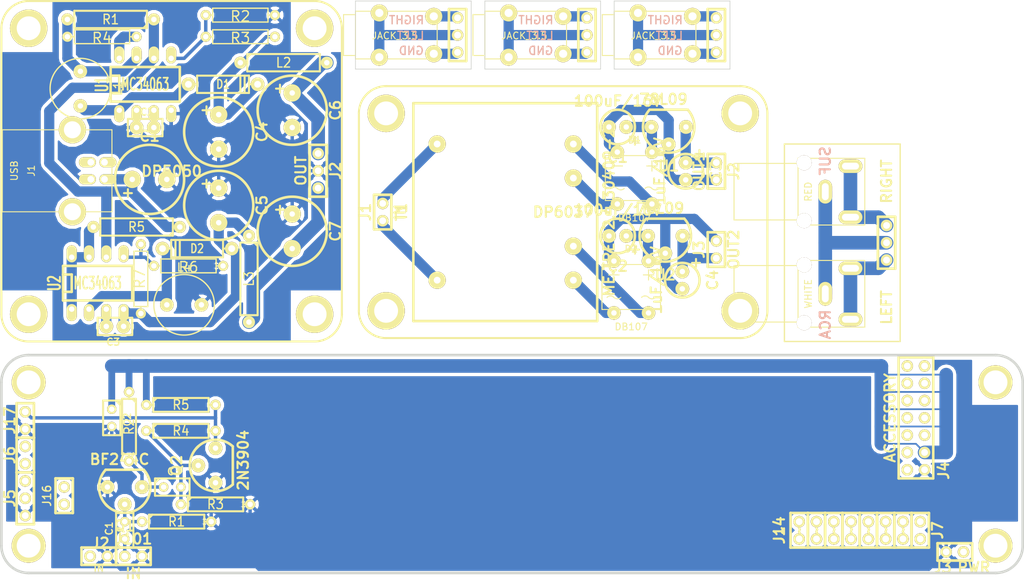
<source format=kicad_pcb>
(kicad_pcb (version 3) (host pcbnew "(2013-07-07 BZR 4022)-stable")

  (general
    (links 105)
    (no_connects 13)
    (area 42.270999 46.4816 257.413066 138.1684)
    (thickness 1.6)
    (drawings 55)
    (tracks 244)
    (zones 0)
    (modules 85)
    (nets 34)
  )

  (page A3)
  (layers
    (15 F.Cu signal)
    (0 B.Cu signal)
    (16 B.Adhes user)
    (17 F.Adhes user)
    (18 B.Paste user)
    (19 F.Paste user)
    (20 B.SilkS user)
    (21 F.SilkS user)
    (22 B.Mask user)
    (23 F.Mask user)
    (24 Dwgs.User user)
    (25 Cmts.User user)
    (26 Eco1.User user)
    (27 Eco2.User user)
    (28 Edge.Cuts user)
  )

  (setup
    (last_trace_width 0.254)
    (user_trace_width 0.254)
    (user_trace_width 0.5)
    (user_trace_width 1)
    (user_trace_width 2)
    (user_trace_width 0.5)
    (user_trace_width 1)
    (user_trace_width 1.5)
    (user_trace_width 2)
    (user_trace_width 0.5)
    (user_trace_width 1)
    (user_trace_width 1.5)
    (user_trace_width 2)
    (user_trace_width 0.5)
    (user_trace_width 1)
    (user_trace_width 1.5)
    (user_trace_width 2)
    (user_trace_width 0.5)
    (user_trace_width 1)
    (user_trace_width 1.5)
    (user_trace_width 2)
    (user_trace_width 0.5)
    (user_trace_width 1)
    (user_trace_width 1.5)
    (user_trace_width 2)
    (user_trace_width 0.5)
    (user_trace_width 1)
    (user_trace_width 1.5)
    (user_trace_width 2)
    (trace_clearance 0.254)
    (zone_clearance 0.508)
    (zone_45_only no)
    (trace_min 0.254)
    (segment_width 0.2)
    (edge_width 0.1)
    (via_size 0.889)
    (via_drill 0.635)
    (via_min_size 0.889)
    (via_min_drill 0.508)
    (uvia_size 0.508)
    (uvia_drill 0.127)
    (uvias_allowed no)
    (uvia_min_size 0.508)
    (uvia_min_drill 0.127)
    (pcb_text_width 0.3)
    (pcb_text_size 1.5 1.5)
    (mod_edge_width 0.15)
    (mod_text_size 1 1)
    (mod_text_width 0.15)
    (pad_size 3.5 2)
    (pad_drill 2.5)
    (pad_to_mask_clearance 0)
    (aux_axis_origin 0 0)
    (visible_elements 7FFFFFFF)
    (pcbplotparams
      (layerselection 3178497)
      (usegerberextensions true)
      (excludeedgelayer true)
      (linewidth 0.150000)
      (plotframeref false)
      (viasonmask false)
      (mode 1)
      (useauxorigin false)
      (hpglpennumber 1)
      (hpglpenspeed 20)
      (hpglpendiameter 15)
      (hpglpenoverlay 2)
      (psnegative false)
      (psa4output false)
      (plotreference true)
      (plotvalue true)
      (plotothertext true)
      (plotinvisibletext false)
      (padsonsilk false)
      (subtractmaskfromsilk false)
      (outputformat 1)
      (mirror false)
      (drillshape 1)
      (scaleselection 1)
      (outputdirectory ""))
  )

  (net 0 "")
  (net 1 GND)
  (net 2 N-000001)
  (net 3 N-0000010)
  (net 4 N-0000011)
  (net 5 N-0000012)
  (net 6 N-0000013)
  (net 7 N-0000014)
  (net 8 N-0000015)
  (net 9 N-0000016)
  (net 10 N-0000017)
  (net 11 N-0000018)
  (net 12 N-0000019)
  (net 13 N-000002)
  (net 14 N-0000029)
  (net 15 N-000003)
  (net 16 N-0000034)
  (net 17 N-0000035)
  (net 18 N-0000036)
  (net 19 N-0000037)
  (net 20 N-0000038)
  (net 21 N-000004)
  (net 22 N-0000040)
  (net 23 N-0000041)
  (net 24 N-0000042)
  (net 25 N-0000043)
  (net 26 N-000005)
  (net 27 N-000006)
  (net 28 N-000007)
  (net 29 N-000008)
  (net 30 N-0000080)
  (net 31 N-000009)
  (net 32 VCC)
  (net 33 VDD)

  (net_class Default "This is the default net class."
    (clearance 0.254)
    (trace_width 0.254)
    (via_dia 0.889)
    (via_drill 0.635)
    (uvia_dia 0.508)
    (uvia_drill 0.127)
    (add_net "")
    (add_net GND)
    (add_net N-000001)
    (add_net N-0000010)
    (add_net N-0000011)
    (add_net N-0000012)
    (add_net N-0000013)
    (add_net N-0000014)
    (add_net N-0000015)
    (add_net N-0000016)
    (add_net N-0000017)
    (add_net N-0000018)
    (add_net N-0000019)
    (add_net N-000002)
    (add_net N-0000029)
    (add_net N-000003)
    (add_net N-0000034)
    (add_net N-0000035)
    (add_net N-0000036)
    (add_net N-0000037)
    (add_net N-0000038)
    (add_net N-000004)
    (add_net N-0000040)
    (add_net N-0000041)
    (add_net N-0000042)
    (add_net N-0000043)
    (add_net N-000005)
    (add_net N-000006)
    (add_net N-000007)
    (add_net N-000008)
    (add_net N-0000080)
    (add_net N-000009)
    (add_net VCC)
    (add_net VDD)
  )

  (module MNT_HOLE_3.5S (layer F.Cu) (tedit 52D076A0) (tstamp 52D08584)
    (at 104 106)
    (fp_text reference MNT_HOLE_3.5S (at 0 -6.35) (layer F.SilkS) hide
      (effects (font (size 1.524 1.524) (thickness 0.3048)))
    )
    (fp_text value Val** (at 0 0) (layer F.SilkS) hide
      (effects (font (size 1.524 1.524) (thickness 0.3048)))
    )
    (pad "" thru_hole circle (at 0 0) (size 5 5) (drill 3.5)
      (layers *.Cu *.Mask F.SilkS)
    )
  )

  (module MNT_HOLE_3.5S (layer F.Cu) (tedit 52D077E1) (tstamp 52D0858D)
    (at 104 130)
    (fp_text reference MNT_HOLE_3.5S (at 0 7) (layer F.SilkS) hide
      (effects (font (size 1.524 1.524) (thickness 0.3048)))
    )
    (fp_text value Val** (at 0 0) (layer F.SilkS) hide
      (effects (font (size 1.524 1.524) (thickness 0.3048)))
    )
    (pad "" thru_hole circle (at 0 0) (size 5 5) (drill 3.5)
      (layers *.Cu *.Mask F.SilkS)
    )
  )

  (module MNT_HOLE_3.5S (layer F.Cu) (tedit 52D076A0) (tstamp 52D08596)
    (at 246 106)
    (fp_text reference MNT_HOLE_3.5S (at 0 -6.35) (layer F.SilkS) hide
      (effects (font (size 1.524 1.524) (thickness 0.3048)))
    )
    (fp_text value Val** (at 0 0) (layer F.SilkS) hide
      (effects (font (size 1.524 1.524) (thickness 0.3048)))
    )
    (pad "" thru_hole circle (at 0 0) (size 5 5) (drill 3.5)
      (layers *.Cu *.Mask F.SilkS)
    )
  )

  (module MNT_HOLE_3.5S (layer F.Cu) (tedit 52D2548F) (tstamp 52D0859F)
    (at 246 130)
    (fp_text reference MNT_HOLE_3.5S (at 0 7) (layer F.SilkS) hide
      (effects (font (size 1.524 1.524) (thickness 0.3048)))
    )
    (fp_text value Val** (at 0 0) (layer F.SilkS) hide
      (effects (font (size 1.524 1.524) (thickness 0.3048)))
    )
    (pad "" thru_hole circle (at 0 0) (size 5 5) (drill 3.5)
      (layers *.Cu *.Mask F.SilkS)
    )
  )

  (module HDR-7x2 (layer F.Cu) (tedit 52D466E1) (tstamp 52D0E2FC)
    (at 234.315 111.22 270)
    (path /542389E8)
    (fp_text reference J4 (at 7.747 -4.064 270) (layer F.SilkS)
      (effects (font (size 1.524 1.524) (thickness 0.3048)))
    )
    (fp_text value ACCESSORY (at 0 3.81 270) (layer F.SilkS)
      (effects (font (size 1.524 1.524) (thickness 0.3048)))
    )
    (fp_line (start -8.89 -2.54) (end -8.89 2.54) (layer F.SilkS) (width 0.381))
    (fp_line (start -8.89 2.54) (end 8.89 2.54) (layer F.SilkS) (width 0.381))
    (fp_line (start 8.89 2.54) (end 8.89 -2.54) (layer F.SilkS) (width 0.381))
    (fp_line (start 8.89 -2.54) (end -8.89 -2.54) (layer F.SilkS) (width 0.381))
    (pad 1 thru_hole circle (at -7.62 1.27 270) (size 1.69926 1.69926) (drill 1.00076)
      (layers *.Cu *.Mask F.SilkS)
    )
    (pad 2 thru_hole circle (at -7.62 -1.27 270) (size 1.69926 1.69926) (drill 1.00076)
      (layers *.Cu *.Mask F.SilkS)
    )
    (pad 3 thru_hole circle (at -5.08 1.27 270) (size 1.69926 1.69926) (drill 1.00076)
      (layers *.Cu *.Mask F.SilkS)
    )
    (pad 4 thru_hole circle (at -5.08 -1.27 270) (size 1.69926 1.69926) (drill 1.00076)
      (layers *.Cu *.Mask F.SilkS)
    )
    (pad 5 thru_hole circle (at -2.54 1.27 270) (size 1.69926 1.69926) (drill 1.00076)
      (layers *.Cu *.Mask F.SilkS)
    )
    (pad 6 thru_hole circle (at -2.54 -1.27 270) (size 1.69926 1.69926) (drill 1.00076)
      (layers *.Cu *.Mask F.SilkS)
    )
    (pad 7 thru_hole circle (at 0 1.27 270) (size 1.69926 1.69926) (drill 1.00076)
      (layers *.Cu *.Mask F.SilkS)
    )
    (pad 8 thru_hole circle (at 0 -1.27 270) (size 1.69926 1.69926) (drill 1.00076)
      (layers *.Cu *.Mask F.SilkS)
    )
    (pad 9 thru_hole circle (at 2.54 1.27 270) (size 1.69926 1.69926) (drill 1.00076)
      (layers *.Cu *.Mask F.SilkS)
    )
    (pad 10 thru_hole circle (at 2.54 -1.27 270) (size 1.69926 1.69926) (drill 1.00076)
      (layers *.Cu *.Mask F.SilkS)
    )
    (pad 11 thru_hole circle (at 5.08 1.27 270) (size 1.69926 1.69926) (drill 1.00076)
      (layers *.Cu *.Mask F.SilkS)
    )
    (pad 12 thru_hole circle (at 5.08 -1.27 270) (size 1.69926 1.69926) (drill 1.00076)
      (layers *.Cu *.Mask F.SilkS)
      (net 33 VDD)
    )
    (pad 13 thru_hole circle (at 7.62 1.27 270) (size 1.69926 1.69926) (drill 1.00076)
      (layers *.Cu *.Mask F.SilkS)
    )
    (pad 14 thru_hole circle (at 7.62 -1.27 270) (size 1.69926 1.69926) (drill 1.00076)
      (layers *.Cu *.Mask F.SilkS)
      (net 1 GND)
    )
  )

  (module HDR-3 (layer F.Cu) (tedit 5424748D) (tstamp 52D0874A)
    (at 103.505 123.031 270)
    (path /513AB82E)
    (fp_text reference J5 (at 0 2.286 270) (layer F.SilkS)
      (effects (font (size 1.524 1.524) (thickness 0.3048)))
    )
    (fp_text value "EXT CLK" (at 0 2.54 270) (layer F.SilkS) hide
      (effects (font (size 1.524 1.524) (thickness 0.3048)))
    )
    (fp_line (start -3.81 1.27) (end 3.81 1.27) (layer F.SilkS) (width 0.39878))
    (fp_line (start -3.81 -1.27) (end 3.81 -1.27) (layer F.SilkS) (width 0.39878))
    (fp_line (start 3.81 -1.27) (end 3.81 1.27) (layer F.SilkS) (width 0.39878))
    (fp_line (start -3.81 -1.27) (end -3.81 1.27) (layer F.SilkS) (width 0.381))
    (pad 1 thru_hole circle (at -2.54 0 270) (size 1.69926 1.69926) (drill 1.00076)
      (layers *.Cu *.Mask F.SilkS)
    )
    (pad 2 thru_hole circle (at 0 0 270) (size 1.69926 1.69926) (drill 1.00076)
      (layers *.Cu *.Mask F.SilkS)
    )
    (pad 3 thru_hole circle (at 2.54 0 270) (size 1.69926 1.69926) (drill 1.00076)
      (layers *.Cu *.Mask F.SilkS)
      (net 1 GND)
    )
  )

  (module HDR-2 (layer F.Cu) (tedit 5424746A) (tstamp 52D08760)
    (at 234.95 127.73 270)
    (path /528FD292)
    (fp_text reference J7 (at 0 -2.54 270) (layer F.SilkS)
      (effects (font (size 1.524 1.524) (thickness 0.3048)))
    )
    (fp_text value ~ (at 0 2.54 270) (layer F.SilkS)
      (effects (font (size 1.524 1.524) (thickness 0.3048)))
    )
    (fp_line (start -2.54 1.27) (end 2.54 1.27) (layer F.SilkS) (width 0.39878))
    (fp_line (start -2.54 -1.27) (end 2.54 -1.27) (layer F.SilkS) (width 0.39878))
    (fp_line (start 2.54 -1.27) (end 2.54 1.27) (layer F.SilkS) (width 0.39878))
    (fp_line (start -2.54 -1.27) (end -2.54 1.27) (layer F.SilkS) (width 0.381))
    (pad 1 thru_hole circle (at -1.27 0 270) (size 1.69926 1.69926) (drill 1.00076)
      (layers *.Cu *.Mask F.SilkS)
      (net 17 N-0000035)
    )
    (pad 2 thru_hole circle (at 1.27 0 270) (size 1.69926 1.69926) (drill 1.00076)
      (layers *.Cu *.Mask F.SilkS)
    )
  )

  (module HDR-2 (layer F.Cu) (tedit 52D46793) (tstamp 52D0876A)
    (at 240.03 130.905 180)
    (path /512E951A)
    (fp_text reference J3 (at 1.778 -2.286 180) (layer F.SilkS)
      (effects (font (size 1.524 1.524) (thickness 0.3048)))
    )
    (fp_text value PWR (at -2.794 -2.286 180) (layer F.SilkS)
      (effects (font (size 1.524 1.524) (thickness 0.3048)))
    )
    (fp_line (start -2.54 1.27) (end 2.54 1.27) (layer F.SilkS) (width 0.39878))
    (fp_line (start -2.54 -1.27) (end 2.54 -1.27) (layer F.SilkS) (width 0.39878))
    (fp_line (start 2.54 -1.27) (end 2.54 1.27) (layer F.SilkS) (width 0.39878))
    (fp_line (start -2.54 -1.27) (end -2.54 1.27) (layer F.SilkS) (width 0.381))
    (pad 1 thru_hole circle (at -1.27 0 180) (size 1.69926 1.69926) (drill 1.00076)
      (layers *.Cu *.Mask F.SilkS)
      (net 32 VCC)
    )
    (pad 2 thru_hole circle (at 1.27 0 180) (size 1.69926 1.69926) (drill 1.00076)
      (layers *.Cu *.Mask F.SilkS)
      (net 1 GND)
    )
  )

  (module HDR-2 (layer F.Cu) (tedit 52D4BCBB) (tstamp 52D08774)
    (at 114.3 131.54)
    (path /512D1ED3)
    (fp_text reference J2 (at 0.254 -1.905) (layer F.SilkS)
      (effects (font (size 1.524 1.524) (thickness 0.3048)))
    )
    (fp_text value IN (at 0 1.778) (layer F.SilkS)
      (effects (font (size 1 1) (thickness 0.2)))
    )
    (fp_line (start -2.54 1.27) (end 2.54 1.27) (layer F.SilkS) (width 0.39878))
    (fp_line (start -2.54 -1.27) (end 2.54 -1.27) (layer F.SilkS) (width 0.39878))
    (fp_line (start 2.54 -1.27) (end 2.54 1.27) (layer F.SilkS) (width 0.39878))
    (fp_line (start -2.54 -1.27) (end -2.54 1.27) (layer F.SilkS) (width 0.381))
    (pad 1 thru_hole circle (at -1.27 0) (size 1.69926 1.69926) (drill 1.00076)
      (layers *.Cu *.Mask F.SilkS)
      (net 30 N-0000080)
    )
    (pad 2 thru_hole circle (at 1.27 0) (size 1.69926 1.69926) (drill 1.00076)
      (layers *.Cu *.Mask F.SilkS)
      (net 1 GND)
    )
  )

  (module HDR-2 (layer F.Cu) (tedit 5424745F) (tstamp 52D0877E)
    (at 232.41 127.73 270)
    (path /528FD2A1)
    (fp_text reference J8 (at 0 -2.54 270) (layer F.SilkS) hide
      (effects (font (size 1.524 1.524) (thickness 0.3048)))
    )
    (fp_text value ~ (at 0 2.54 270) (layer F.SilkS)
      (effects (font (size 1.524 1.524) (thickness 0.3048)))
    )
    (fp_line (start -2.54 1.27) (end 2.54 1.27) (layer F.SilkS) (width 0.39878))
    (fp_line (start -2.54 -1.27) (end 2.54 -1.27) (layer F.SilkS) (width 0.39878))
    (fp_line (start 2.54 -1.27) (end 2.54 1.27) (layer F.SilkS) (width 0.39878))
    (fp_line (start -2.54 -1.27) (end -2.54 1.27) (layer F.SilkS) (width 0.381))
    (pad 1 thru_hole circle (at -1.27 0 270) (size 1.69926 1.69926) (drill 1.00076)
      (layers *.Cu *.Mask F.SilkS)
      (net 18 N-0000036)
    )
    (pad 2 thru_hole circle (at 1.27 0 270) (size 1.69926 1.69926) (drill 1.00076)
      (layers *.Cu *.Mask F.SilkS)
    )
  )

  (module HDR-2 (layer F.Cu) (tedit 54247457) (tstamp 52D08788)
    (at 229.87 127.73 270)
    (path /528FD2B0)
    (fp_text reference J9 (at 0 -2.54 270) (layer F.SilkS) hide
      (effects (font (size 1.524 1.524) (thickness 0.3048)))
    )
    (fp_text value ~ (at 0 2.54 270) (layer F.SilkS)
      (effects (font (size 1.524 1.524) (thickness 0.3048)))
    )
    (fp_line (start -2.54 1.27) (end 2.54 1.27) (layer F.SilkS) (width 0.39878))
    (fp_line (start -2.54 -1.27) (end 2.54 -1.27) (layer F.SilkS) (width 0.39878))
    (fp_line (start 2.54 -1.27) (end 2.54 1.27) (layer F.SilkS) (width 0.39878))
    (fp_line (start -2.54 -1.27) (end -2.54 1.27) (layer F.SilkS) (width 0.381))
    (pad 1 thru_hole circle (at -1.27 0 270) (size 1.69926 1.69926) (drill 1.00076)
      (layers *.Cu *.Mask F.SilkS)
      (net 19 N-0000037)
    )
    (pad 2 thru_hole circle (at 1.27 0 270) (size 1.69926 1.69926) (drill 1.00076)
      (layers *.Cu *.Mask F.SilkS)
    )
  )

  (module HDR-2 (layer F.Cu) (tedit 54247483) (tstamp 52D08792)
    (at 103.505 116.681 90)
    (path /529D6481)
    (fp_text reference J6 (at 0 -2.286 90) (layer F.SilkS)
      (effects (font (size 1.524 1.524) (thickness 0.3048)))
    )
    (fp_text value "HF SRC" (at 0 2.54 90) (layer F.SilkS) hide
      (effects (font (size 1.524 1.524) (thickness 0.3048)))
    )
    (fp_line (start -2.54 1.27) (end 2.54 1.27) (layer F.SilkS) (width 0.39878))
    (fp_line (start -2.54 -1.27) (end 2.54 -1.27) (layer F.SilkS) (width 0.39878))
    (fp_line (start 2.54 -1.27) (end 2.54 1.27) (layer F.SilkS) (width 0.39878))
    (fp_line (start -2.54 -1.27) (end -2.54 1.27) (layer F.SilkS) (width 0.381))
    (pad 1 thru_hole circle (at -1.27 0 90) (size 1.69926 1.69926) (drill 1.00076)
      (layers *.Cu *.Mask F.SilkS)
    )
    (pad 2 thru_hole circle (at 1.27 0 90) (size 1.69926 1.69926) (drill 1.00076)
      (layers *.Cu *.Mask F.SilkS)
    )
  )

  (module HDR-2 (layer F.Cu) (tedit 542470A9) (tstamp 52D0879C)
    (at 217.17 127.73 270)
    (path /528FD2FB)
    (fp_text reference J14 (at 0 2.921 270) (layer F.SilkS)
      (effects (font (size 1.524 1.524) (thickness 0.3048)))
    )
    (fp_text value ~ (at 0 2.54 270) (layer F.SilkS)
      (effects (font (size 1.524 1.524) (thickness 0.3048)))
    )
    (fp_line (start -2.54 1.27) (end 2.54 1.27) (layer F.SilkS) (width 0.39878))
    (fp_line (start -2.54 -1.27) (end 2.54 -1.27) (layer F.SilkS) (width 0.39878))
    (fp_line (start 2.54 -1.27) (end 2.54 1.27) (layer F.SilkS) (width 0.39878))
    (fp_line (start -2.54 -1.27) (end -2.54 1.27) (layer F.SilkS) (width 0.381))
    (pad 1 thru_hole circle (at -1.27 0 270) (size 1.69926 1.69926) (drill 1.00076)
      (layers *.Cu *.Mask F.SilkS)
      (net 23 N-0000041)
    )
    (pad 2 thru_hole circle (at 1.27 0 270) (size 1.69926 1.69926) (drill 1.00076)
      (layers *.Cu *.Mask F.SilkS)
    )
  )

  (module HDR-2 (layer F.Cu) (tedit 542470B1) (tstamp 52D087A6)
    (at 219.71 127.73 270)
    (path /528FD2EC)
    (fp_text reference J13 (at 0 -2.54 270) (layer F.SilkS) hide
      (effects (font (size 1.524 1.524) (thickness 0.3048)))
    )
    (fp_text value ~ (at 0 2.54 270) (layer F.SilkS)
      (effects (font (size 1.524 1.524) (thickness 0.3048)))
    )
    (fp_line (start -2.54 1.27) (end 2.54 1.27) (layer F.SilkS) (width 0.39878))
    (fp_line (start -2.54 -1.27) (end 2.54 -1.27) (layer F.SilkS) (width 0.39878))
    (fp_line (start 2.54 -1.27) (end 2.54 1.27) (layer F.SilkS) (width 0.39878))
    (fp_line (start -2.54 -1.27) (end -2.54 1.27) (layer F.SilkS) (width 0.381))
    (pad 1 thru_hole circle (at -1.27 0 270) (size 1.69926 1.69926) (drill 1.00076)
      (layers *.Cu *.Mask F.SilkS)
      (net 24 N-0000042)
    )
    (pad 2 thru_hole circle (at 1.27 0 270) (size 1.69926 1.69926) (drill 1.00076)
      (layers *.Cu *.Mask F.SilkS)
    )
  )

  (module HDR-2 (layer F.Cu) (tedit 542470D3) (tstamp 52D087B0)
    (at 222.25 127.73 270)
    (path /528FD2DD)
    (fp_text reference J12 (at 0 -2.54 270) (layer F.SilkS) hide
      (effects (font (size 1.524 1.524) (thickness 0.3048)))
    )
    (fp_text value ~ (at 0 2.54 270) (layer F.SilkS)
      (effects (font (size 1.524 1.524) (thickness 0.3048)))
    )
    (fp_line (start -2.54 1.27) (end 2.54 1.27) (layer F.SilkS) (width 0.39878))
    (fp_line (start -2.54 -1.27) (end 2.54 -1.27) (layer F.SilkS) (width 0.39878))
    (fp_line (start 2.54 -1.27) (end 2.54 1.27) (layer F.SilkS) (width 0.39878))
    (fp_line (start -2.54 -1.27) (end -2.54 1.27) (layer F.SilkS) (width 0.381))
    (pad 1 thru_hole circle (at -1.27 0 270) (size 1.69926 1.69926) (drill 1.00076)
      (layers *.Cu *.Mask F.SilkS)
      (net 25 N-0000043)
    )
    (pad 2 thru_hole circle (at 1.27 0 270) (size 1.69926 1.69926) (drill 1.00076)
      (layers *.Cu *.Mask F.SilkS)
    )
  )

  (module HDR-2 (layer F.Cu) (tedit 542470F0) (tstamp 52D087BA)
    (at 227.33 127.73 270)
    (path /528FD2BF)
    (fp_text reference J10 (at 0 -2.54 270) (layer F.SilkS) hide
      (effects (font (size 1.524 1.524) (thickness 0.3048)))
    )
    (fp_text value ~ (at 0 2.54 270) (layer F.SilkS)
      (effects (font (size 1.524 1.524) (thickness 0.3048)))
    )
    (fp_line (start -2.54 1.27) (end 2.54 1.27) (layer F.SilkS) (width 0.39878))
    (fp_line (start -2.54 -1.27) (end 2.54 -1.27) (layer F.SilkS) (width 0.39878))
    (fp_line (start 2.54 -1.27) (end 2.54 1.27) (layer F.SilkS) (width 0.39878))
    (fp_line (start -2.54 -1.27) (end -2.54 1.27) (layer F.SilkS) (width 0.381))
    (pad 1 thru_hole circle (at -1.27 0 270) (size 1.69926 1.69926) (drill 1.00076)
      (layers *.Cu *.Mask F.SilkS)
      (net 14 N-0000029)
    )
    (pad 2 thru_hole circle (at 1.27 0 270) (size 1.69926 1.69926) (drill 1.00076)
      (layers *.Cu *.Mask F.SilkS)
    )
  )

  (module HDR-2 (layer F.Cu) (tedit 542470DE) (tstamp 52D087C4)
    (at 224.79 127.73 270)
    (path /528FD2CE)
    (fp_text reference J11 (at 0 -2.54 270) (layer F.SilkS) hide
      (effects (font (size 1.524 1.524) (thickness 0.3048)))
    )
    (fp_text value ~ (at 0 2.54 270) (layer F.SilkS)
      (effects (font (size 1.524 1.524) (thickness 0.3048)))
    )
    (fp_line (start -2.54 1.27) (end 2.54 1.27) (layer F.SilkS) (width 0.39878))
    (fp_line (start -2.54 -1.27) (end 2.54 -1.27) (layer F.SilkS) (width 0.39878))
    (fp_line (start 2.54 -1.27) (end 2.54 1.27) (layer F.SilkS) (width 0.39878))
    (fp_line (start -2.54 -1.27) (end -2.54 1.27) (layer F.SilkS) (width 0.381))
    (pad 1 thru_hole circle (at -1.27 0 270) (size 1.69926 1.69926) (drill 1.00076)
      (layers *.Cu *.Mask F.SilkS)
      (net 16 N-0000034)
    )
    (pad 2 thru_hole circle (at 1.27 0 270) (size 1.69926 1.69926) (drill 1.00076)
      (layers *.Cu *.Mask F.SilkS)
    )
  )

  (module HDR-2 (layer F.Cu) (tedit 52DDF6C5) (tstamp 52D4B715)
    (at 109.22 122.65 90)
    (path /52D4B72B)
    (fp_text reference J16 (at 0 -2.54 90) (layer F.SilkS)
      (effects (font (size 1.2 1.2) (thickness 0.2)))
    )
    (fp_text value EN_PR (at 0 2.54 90) (layer F.SilkS) hide
      (effects (font (size 1.524 1.524) (thickness 0.3048)))
    )
    (fp_line (start -2.54 1.27) (end 2.54 1.27) (layer F.SilkS) (width 0.39878))
    (fp_line (start -2.54 -1.27) (end 2.54 -1.27) (layer F.SilkS) (width 0.39878))
    (fp_line (start 2.54 -1.27) (end 2.54 1.27) (layer F.SilkS) (width 0.39878))
    (fp_line (start -2.54 -1.27) (end -2.54 1.27) (layer F.SilkS) (width 0.381))
    (pad 1 thru_hole circle (at -1.27 0 90) (size 1.69926 1.69926) (drill 1.00076)
      (layers *.Cu *.Mask F.SilkS)
      (net 22 N-0000040)
    )
    (pad 2 thru_hole circle (at 1.27 0 90) (size 1.69926 1.69926) (drill 1.00076)
      (layers *.Cu *.Mask F.SilkS)
      (net 20 N-0000038)
    )
  )

  (module HDR-2 (layer F.Cu) (tedit 52D4BD14) (tstamp 52D4B71F)
    (at 103.505 111.601 270)
    (path /54233600)
    (fp_text reference J17 (at 0 2.286 270) (layer F.SilkS)
      (effects (font (size 1.524 1.524) (thickness 0.3048)))
    )
    (fp_text value OUT (at 0 2.54 270) (layer F.SilkS) hide
      (effects (font (size 1.524 1.524) (thickness 0.3048)))
    )
    (fp_line (start -2.54 1.27) (end 2.54 1.27) (layer F.SilkS) (width 0.39878))
    (fp_line (start -2.54 -1.27) (end 2.54 -1.27) (layer F.SilkS) (width 0.39878))
    (fp_line (start 2.54 -1.27) (end 2.54 1.27) (layer F.SilkS) (width 0.39878))
    (fp_line (start -2.54 -1.27) (end -2.54 1.27) (layer F.SilkS) (width 0.381))
    (pad 1 thru_hole circle (at -1.27 0 270) (size 1.69926 1.69926) (drill 1.00076)
      (layers *.Cu *.Mask F.SilkS)
      (net 13 N-000002)
    )
    (pad 2 thru_hole circle (at 1.27 0 270) (size 1.69926 1.69926) (drill 1.00076)
      (layers *.Cu *.Mask F.SilkS)
      (net 1 GND)
    )
  )

  (module TO-92_V (layer F.Cu) (tedit 4AD970F2) (tstamp 54239457)
    (at 118.11 121.38 180)
    (path /542333D0)
    (fp_text reference Q1 (at 0 -5.715 180) (layer F.SilkS)
      (effects (font (size 1.524 1.524) (thickness 0.3048)))
    )
    (fp_text value BF244C (at 0.762 4.064 180) (layer F.SilkS)
      (effects (font (size 1.524 1.524) (thickness 0.3048)))
    )
    (fp_line (start 2.794 2.54) (end -2.794 2.54) (layer F.SilkS) (width 0.381))
    (fp_arc (start 0 0) (end 2.54 -2.794) (angle 90) (layer F.SilkS) (width 0.381))
    (fp_arc (start 0 0) (end -2.54 -2.794) (angle 90) (layer F.SilkS) (width 0.381))
    (fp_arc (start 0 0) (end -2.794 2.54) (angle 90) (layer F.SilkS) (width 0.381))
    (pad 1 thru_hole circle (at -2.54 0 180) (size 2.032 2.032) (drill 0.8001)
      (layers *.Cu *.Mask F.SilkS)
      (net 21 N-000004)
    )
    (pad 2 thru_hole circle (at 0 -2.54 180) (size 2.032 2.032) (drill 0.8001)
      (layers *.Cu *.Mask F.SilkS)
      (net 12 N-0000019)
    )
    (pad 3 thru_hole circle (at 2.54 0 180) (size 2.032 2.032) (drill 0.8001)
      (layers *.Cu *.Mask F.SilkS)
      (net 1 GND)
    )
  )

  (module TO-92_V (layer F.Cu) (tedit 4AD970F2) (tstamp 54239462)
    (at 131.445 118.205 90)
    (path /54233463)
    (fp_text reference Q2 (at 0 -5.715 90) (layer F.SilkS)
      (effects (font (size 1.524 1.524) (thickness 0.3048)))
    )
    (fp_text value 2N3904 (at 0.762 4.064 90) (layer F.SilkS)
      (effects (font (size 1.524 1.524) (thickness 0.3048)))
    )
    (fp_line (start 2.794 2.54) (end -2.794 2.54) (layer F.SilkS) (width 0.381))
    (fp_arc (start 0 0) (end 2.54 -2.794) (angle 90) (layer F.SilkS) (width 0.381))
    (fp_arc (start 0 0) (end -2.54 -2.794) (angle 90) (layer F.SilkS) (width 0.381))
    (fp_arc (start 0 0) (end -2.794 2.54) (angle 90) (layer F.SilkS) (width 0.381))
    (pad 1 thru_hole circle (at -2.54 0 90) (size 2.032 2.032) (drill 0.8001)
      (layers *.Cu *.Mask F.SilkS)
      (net 1 GND)
    )
    (pad 2 thru_hole circle (at 0 -2.54 90) (size 2.032 2.032) (drill 0.8001)
      (layers *.Cu *.Mask F.SilkS)
      (net 9 N-0000016)
    )
    (pad 3 thru_hole circle (at 2.54 0 90) (size 2.032 2.032) (drill 0.8001)
      (layers *.Cu *.Mask F.SilkS)
      (net 13 N-000002)
    )
  )

  (module R4 (layer F.Cu) (tedit 200000) (tstamp 54239470)
    (at 125.73 126.46)
    (descr "Resitance 4 pas")
    (tags R)
    (path /54233389)
    (autoplace_cost180 10)
    (fp_text reference R1 (at 0 0) (layer F.SilkS)
      (effects (font (size 1.397 1.27) (thickness 0.2032)))
    )
    (fp_text value 1M (at 0 0) (layer F.SilkS) hide
      (effects (font (size 1.397 1.27) (thickness 0.2032)))
    )
    (fp_line (start -5.08 0) (end -4.064 0) (layer F.SilkS) (width 0.3048))
    (fp_line (start -4.064 0) (end -4.064 -1.016) (layer F.SilkS) (width 0.3048))
    (fp_line (start -4.064 -1.016) (end 4.064 -1.016) (layer F.SilkS) (width 0.3048))
    (fp_line (start 4.064 -1.016) (end 4.064 1.016) (layer F.SilkS) (width 0.3048))
    (fp_line (start 4.064 1.016) (end -4.064 1.016) (layer F.SilkS) (width 0.3048))
    (fp_line (start -4.064 1.016) (end -4.064 0) (layer F.SilkS) (width 0.3048))
    (fp_line (start -4.064 -0.508) (end -3.556 -1.016) (layer F.SilkS) (width 0.3048))
    (fp_line (start 5.08 0) (end 4.064 0) (layer F.SilkS) (width 0.3048))
    (pad 1 thru_hole circle (at -5.08 0) (size 1.524 1.524) (drill 0.8128)
      (layers *.Cu *.Mask F.SilkS)
      (net 12 N-0000019)
    )
    (pad 2 thru_hole circle (at 5.08 0) (size 1.524 1.524) (drill 0.8128)
      (layers *.Cu *.Mask F.SilkS)
      (net 1 GND)
    )
    (model discret/resistor.wrl
      (at (xyz 0 0 0))
      (scale (xyz 0.4 0.4 0.4))
      (rotate (xyz 0 0 0))
    )
  )

  (module R4 (layer F.Cu) (tedit 200000) (tstamp 5423947E)
    (at 118.745 112.49 270)
    (descr "Resitance 4 pas")
    (tags R)
    (path /54233419)
    (autoplace_cost180 10)
    (fp_text reference R2 (at 0 0 270) (layer F.SilkS)
      (effects (font (size 1.397 1.27) (thickness 0.2032)))
    )
    (fp_text value 100 (at 0 0 270) (layer F.SilkS) hide
      (effects (font (size 1.397 1.27) (thickness 0.2032)))
    )
    (fp_line (start -5.08 0) (end -4.064 0) (layer F.SilkS) (width 0.3048))
    (fp_line (start -4.064 0) (end -4.064 -1.016) (layer F.SilkS) (width 0.3048))
    (fp_line (start -4.064 -1.016) (end 4.064 -1.016) (layer F.SilkS) (width 0.3048))
    (fp_line (start 4.064 -1.016) (end 4.064 1.016) (layer F.SilkS) (width 0.3048))
    (fp_line (start 4.064 1.016) (end -4.064 1.016) (layer F.SilkS) (width 0.3048))
    (fp_line (start -4.064 1.016) (end -4.064 0) (layer F.SilkS) (width 0.3048))
    (fp_line (start -4.064 -0.508) (end -3.556 -1.016) (layer F.SilkS) (width 0.3048))
    (fp_line (start 5.08 0) (end 4.064 0) (layer F.SilkS) (width 0.3048))
    (pad 1 thru_hole circle (at -5.08 0 270) (size 1.524 1.524) (drill 0.8128)
      (layers *.Cu *.Mask F.SilkS)
      (net 33 VDD)
    )
    (pad 2 thru_hole circle (at 5.08 0 270) (size 1.524 1.524) (drill 0.8128)
      (layers *.Cu *.Mask F.SilkS)
      (net 21 N-000004)
    )
    (model discret/resistor.wrl
      (at (xyz 0 0 0))
      (scale (xyz 0.4 0.4 0.4))
      (rotate (xyz 0 0 0))
    )
  )

  (module R4 (layer F.Cu) (tedit 200000) (tstamp 5423948C)
    (at 131.445 123.92)
    (descr "Resitance 4 pas")
    (tags R)
    (path /54233437)
    (autoplace_cost180 10)
    (fp_text reference R3 (at 0 0) (layer F.SilkS)
      (effects (font (size 1.397 1.27) (thickness 0.2032)))
    )
    (fp_text value 22K (at 0 0) (layer F.SilkS) hide
      (effects (font (size 1.397 1.27) (thickness 0.2032)))
    )
    (fp_line (start -5.08 0) (end -4.064 0) (layer F.SilkS) (width 0.3048))
    (fp_line (start -4.064 0) (end -4.064 -1.016) (layer F.SilkS) (width 0.3048))
    (fp_line (start -4.064 -1.016) (end 4.064 -1.016) (layer F.SilkS) (width 0.3048))
    (fp_line (start 4.064 -1.016) (end 4.064 1.016) (layer F.SilkS) (width 0.3048))
    (fp_line (start 4.064 1.016) (end -4.064 1.016) (layer F.SilkS) (width 0.3048))
    (fp_line (start -4.064 1.016) (end -4.064 0) (layer F.SilkS) (width 0.3048))
    (fp_line (start -4.064 -0.508) (end -3.556 -1.016) (layer F.SilkS) (width 0.3048))
    (fp_line (start 5.08 0) (end 4.064 0) (layer F.SilkS) (width 0.3048))
    (pad 1 thru_hole circle (at -5.08 0) (size 1.524 1.524) (drill 0.8128)
      (layers *.Cu *.Mask F.SilkS)
      (net 9 N-0000016)
    )
    (pad 2 thru_hole circle (at 5.08 0) (size 1.524 1.524) (drill 0.8128)
      (layers *.Cu *.Mask F.SilkS)
      (net 1 GND)
    )
    (model discret/resistor.wrl
      (at (xyz 0 0 0))
      (scale (xyz 0.4 0.4 0.4))
      (rotate (xyz 0 0 0))
    )
  )

  (module R4 (layer F.Cu) (tedit 200000) (tstamp 5423949A)
    (at 126.365 113.125)
    (descr "Resitance 4 pas")
    (tags R)
    (path /54233472)
    (autoplace_cost180 10)
    (fp_text reference R4 (at 0 0) (layer F.SilkS)
      (effects (font (size 1.397 1.27) (thickness 0.2032)))
    )
    (fp_text value 56K (at 0 0) (layer F.SilkS) hide
      (effects (font (size 1.397 1.27) (thickness 0.2032)))
    )
    (fp_line (start -5.08 0) (end -4.064 0) (layer F.SilkS) (width 0.3048))
    (fp_line (start -4.064 0) (end -4.064 -1.016) (layer F.SilkS) (width 0.3048))
    (fp_line (start -4.064 -1.016) (end 4.064 -1.016) (layer F.SilkS) (width 0.3048))
    (fp_line (start 4.064 -1.016) (end 4.064 1.016) (layer F.SilkS) (width 0.3048))
    (fp_line (start 4.064 1.016) (end -4.064 1.016) (layer F.SilkS) (width 0.3048))
    (fp_line (start -4.064 1.016) (end -4.064 0) (layer F.SilkS) (width 0.3048))
    (fp_line (start -4.064 -0.508) (end -3.556 -1.016) (layer F.SilkS) (width 0.3048))
    (fp_line (start 5.08 0) (end 4.064 0) (layer F.SilkS) (width 0.3048))
    (pad 1 thru_hole circle (at -5.08 0) (size 1.524 1.524) (drill 0.8128)
      (layers *.Cu *.Mask F.SilkS)
      (net 9 N-0000016)
    )
    (pad 2 thru_hole circle (at 5.08 0) (size 1.524 1.524) (drill 0.8128)
      (layers *.Cu *.Mask F.SilkS)
      (net 13 N-000002)
    )
    (model discret/resistor.wrl
      (at (xyz 0 0 0))
      (scale (xyz 0.4 0.4 0.4))
      (rotate (xyz 0 0 0))
    )
  )

  (module R4 (layer F.Cu) (tedit 200000) (tstamp 542394A8)
    (at 126.365 109.315)
    (descr "Resitance 4 pas")
    (tags R)
    (path /5423348B)
    (autoplace_cost180 10)
    (fp_text reference R5 (at 0 0) (layer F.SilkS)
      (effects (font (size 1.397 1.27) (thickness 0.2032)))
    )
    (fp_text value 1K2 (at 0 0) (layer F.SilkS) hide
      (effects (font (size 1.397 1.27) (thickness 0.2032)))
    )
    (fp_line (start -5.08 0) (end -4.064 0) (layer F.SilkS) (width 0.3048))
    (fp_line (start -4.064 0) (end -4.064 -1.016) (layer F.SilkS) (width 0.3048))
    (fp_line (start -4.064 -1.016) (end 4.064 -1.016) (layer F.SilkS) (width 0.3048))
    (fp_line (start 4.064 -1.016) (end 4.064 1.016) (layer F.SilkS) (width 0.3048))
    (fp_line (start 4.064 1.016) (end -4.064 1.016) (layer F.SilkS) (width 0.3048))
    (fp_line (start -4.064 1.016) (end -4.064 0) (layer F.SilkS) (width 0.3048))
    (fp_line (start -4.064 -0.508) (end -3.556 -1.016) (layer F.SilkS) (width 0.3048))
    (fp_line (start 5.08 0) (end 4.064 0) (layer F.SilkS) (width 0.3048))
    (pad 1 thru_hole circle (at -5.08 0) (size 1.524 1.524) (drill 0.8128)
      (layers *.Cu *.Mask F.SilkS)
      (net 33 VDD)
    )
    (pad 2 thru_hole circle (at 5.08 0) (size 1.524 1.524) (drill 0.8128)
      (layers *.Cu *.Mask F.SilkS)
      (net 13 N-000002)
    )
    (model discret/resistor.wrl
      (at (xyz 0 0 0))
      (scale (xyz 0.4 0.4 0.4))
      (rotate (xyz 0 0 0))
    )
  )

  (module HDR-2 (layer F.Cu) (tedit 51CBC256) (tstamp 542394B2)
    (at 119.38 131.54)
    (path /5423335C)
    (fp_text reference J101 (at 0 -2.54) (layer F.SilkS)
      (effects (font (size 1.524 1.524) (thickness 0.3048)))
    )
    (fp_text value IN (at 0 2.54) (layer F.SilkS)
      (effects (font (size 1.524 1.524) (thickness 0.3048)))
    )
    (fp_line (start -2.54 1.27) (end 2.54 1.27) (layer F.SilkS) (width 0.39878))
    (fp_line (start -2.54 -1.27) (end 2.54 -1.27) (layer F.SilkS) (width 0.39878))
    (fp_line (start 2.54 -1.27) (end 2.54 1.27) (layer F.SilkS) (width 0.39878))
    (fp_line (start -2.54 -1.27) (end -2.54 1.27) (layer F.SilkS) (width 0.381))
    (pad 1 thru_hole circle (at -1.27 0) (size 1.69926 1.69926) (drill 1.00076)
      (layers *.Cu *.Mask F.SilkS)
      (net 11 N-0000018)
    )
    (pad 2 thru_hole circle (at 1.27 0) (size 1.69926 1.69926) (drill 1.00076)
      (layers *.Cu *.Mask F.SilkS)
      (net 1 GND)
    )
  )

  (module C1 (layer F.Cu) (tedit 3F92C496) (tstamp 542394BD)
    (at 118.11 127.73 90)
    (descr "Condensateur e = 1 pas")
    (tags C)
    (path /5423337A)
    (fp_text reference C1 (at 0.254 -2.286 90) (layer F.SilkS)
      (effects (font (size 1.016 1.016) (thickness 0.2032)))
    )
    (fp_text value 100n (at 0 -2.286 90) (layer F.SilkS) hide
      (effects (font (size 1.016 1.016) (thickness 0.2032)))
    )
    (fp_line (start -2.4892 -1.27) (end 2.54 -1.27) (layer F.SilkS) (width 0.3048))
    (fp_line (start 2.54 -1.27) (end 2.54 1.27) (layer F.SilkS) (width 0.3048))
    (fp_line (start 2.54 1.27) (end -2.54 1.27) (layer F.SilkS) (width 0.3048))
    (fp_line (start -2.54 1.27) (end -2.54 -1.27) (layer F.SilkS) (width 0.3048))
    (fp_line (start -2.54 -0.635) (end -1.905 -1.27) (layer F.SilkS) (width 0.3048))
    (pad 1 thru_hole circle (at -1.27 0 90) (size 1.397 1.397) (drill 0.8128)
      (layers *.Cu *.Mask F.SilkS)
      (net 11 N-0000018)
    )
    (pad 2 thru_hole circle (at 1.27 0 90) (size 1.397 1.397) (drill 0.8128)
      (layers *.Cu *.Mask F.SilkS)
      (net 12 N-0000019)
    )
    (model discret/capa_1_pas.wrl
      (at (xyz 0 0 0))
      (scale (xyz 1 1 1))
      (rotate (xyz 0 0 0))
    )
  )

  (module C1 (layer F.Cu) (tedit 3F92C496) (tstamp 542394C8)
    (at 116.205 111.22 270)
    (descr "Condensateur e = 1 pas")
    (tags C)
    (path /54233398)
    (fp_text reference C2 (at 0.254 -2.286 270) (layer F.SilkS)
      (effects (font (size 1.016 1.016) (thickness 0.2032)))
    )
    (fp_text value 100n (at 0 -2.286 270) (layer F.SilkS) hide
      (effects (font (size 1.016 1.016) (thickness 0.2032)))
    )
    (fp_line (start -2.4892 -1.27) (end 2.54 -1.27) (layer F.SilkS) (width 0.3048))
    (fp_line (start 2.54 -1.27) (end 2.54 1.27) (layer F.SilkS) (width 0.3048))
    (fp_line (start 2.54 1.27) (end -2.54 1.27) (layer F.SilkS) (width 0.3048))
    (fp_line (start -2.54 1.27) (end -2.54 -1.27) (layer F.SilkS) (width 0.3048))
    (fp_line (start -2.54 -0.635) (end -1.905 -1.27) (layer F.SilkS) (width 0.3048))
    (pad 1 thru_hole circle (at -1.27 0 270) (size 1.397 1.397) (drill 0.8128)
      (layers *.Cu *.Mask F.SilkS)
      (net 33 VDD)
    )
    (pad 2 thru_hole circle (at 1.27 0 270) (size 1.397 1.397) (drill 0.8128)
      (layers *.Cu *.Mask F.SilkS)
      (net 1 GND)
    )
    (model discret/capa_1_pas.wrl
      (at (xyz 0 0 0))
      (scale (xyz 1 1 1))
      (rotate (xyz 0 0 0))
    )
  )

  (module C1 (layer F.Cu) (tedit 3F92C496) (tstamp 542394D3)
    (at 125.095 121.38)
    (descr "Condensateur e = 1 pas")
    (tags C)
    (path /54233428)
    (fp_text reference C3 (at 0.254 -2.286) (layer F.SilkS)
      (effects (font (size 1.016 1.016) (thickness 0.2032)))
    )
    (fp_text value 100n (at 0 -2.286) (layer F.SilkS) hide
      (effects (font (size 1.016 1.016) (thickness 0.2032)))
    )
    (fp_line (start -2.4892 -1.27) (end 2.54 -1.27) (layer F.SilkS) (width 0.3048))
    (fp_line (start 2.54 -1.27) (end 2.54 1.27) (layer F.SilkS) (width 0.3048))
    (fp_line (start 2.54 1.27) (end -2.54 1.27) (layer F.SilkS) (width 0.3048))
    (fp_line (start -2.54 1.27) (end -2.54 -1.27) (layer F.SilkS) (width 0.3048))
    (fp_line (start -2.54 -0.635) (end -1.905 -1.27) (layer F.SilkS) (width 0.3048))
    (pad 1 thru_hole circle (at -1.27 0) (size 1.397 1.397) (drill 0.8128)
      (layers *.Cu *.Mask F.SilkS)
      (net 21 N-000004)
    )
    (pad 2 thru_hole circle (at 1.27 0) (size 1.397 1.397) (drill 0.8128)
      (layers *.Cu *.Mask F.SilkS)
      (net 9 N-0000016)
    )
    (model discret/capa_1_pas.wrl
      (at (xyz 0 0 0))
      (scale (xyz 1 1 1))
      (rotate (xyz 0 0 0))
    )
  )

  (module TR_ME.TRE-EL30x2 (layer F.Cu) (tedit 542243A2) (tstamp 542447C8)
    (at 174 81 90)
    (path /5421DE2D)
    (fp_text reference T1 (at 0 -15.24 90) (layer F.SilkS)
      (effects (font (size 1.524 1.524) (thickness 0.3048)))
    )
    (fp_text value ME.TRE-2,4.30409-2 (at 0 15.24 90) (layer F.SilkS)
      (effects (font (size 1.524 1.524) (thickness 0.3048)))
    )
    (fp_line (start 15.99946 -13.5001) (end 15.99946 13.5001) (layer F.SilkS) (width 0.381))
    (fp_line (start 15.99946 13.5001) (end -15.99946 13.5001) (layer F.SilkS) (width 0.381))
    (fp_line (start -15.99946 13.5001) (end -15.99946 -13.5001) (layer F.SilkS) (width 0.381))
    (fp_line (start -15.99946 -13.5001) (end 15.99946 -13.5001) (layer F.SilkS) (width 0.381))
    (pad 5 thru_hole circle (at -10 -10 90) (size 2.54 2.54) (drill 1)
      (layers *.Cu *.Mask F.SilkS)
      (net 27 N-000006)
    )
    (pad 1 thru_hole circle (at 10 -10 90) (size 2.54 2.54) (drill 1)
      (layers *.Cu *.Mask F.SilkS)
      (net 28 N-000007)
    )
    (pad 9 thru_hole circle (at 5 10 90) (size 2.54 2.54) (drill 1)
      (layers *.Cu *.Mask F.SilkS)
      (net 3 N-0000010)
    )
    (pad 7 thru_hole circle (at -5 10 90) (size 2.54 2.54) (drill 1)
      (layers *.Cu *.Mask F.SilkS)
      (net 31 N-000009)
    )
    (pad 6 thru_hole circle (at -10 10 90) (size 2.54 2.54) (drill 1)
      (layers *.Cu *.Mask F.SilkS)
      (net 5 N-0000012)
    )
    (pad 10 thru_hole circle (at 10 10 90) (size 2.54 2.54) (drill 1)
      (layers *.Cu *.Mask F.SilkS)
      (net 4 N-0000011)
    )
  )

  (module TO-92_V (layer F.Cu) (tedit 4AD970F2) (tstamp 542447D3)
    (at 198 68.5 180)
    (path /5421EAF5)
    (fp_text reference U1 (at 0 -5.715 180) (layer F.SilkS)
      (effects (font (size 1.524 1.524) (thickness 0.3048)))
    )
    (fp_text value 78L09 (at 0.762 4.064 180) (layer F.SilkS)
      (effects (font (size 1.524 1.524) (thickness 0.3048)))
    )
    (fp_line (start 2.794 2.54) (end -2.794 2.54) (layer F.SilkS) (width 0.381))
    (fp_arc (start 0 0) (end 2.54 -2.794) (angle 90) (layer F.SilkS) (width 0.381))
    (fp_arc (start 0 0) (end -2.54 -2.794) (angle 90) (layer F.SilkS) (width 0.381))
    (fp_arc (start 0 0) (end -2.794 2.54) (angle 90) (layer F.SilkS) (width 0.381))
    (pad 1 thru_hole circle (at -2.54 0 180) (size 2.032 2.032) (drill 0.8001)
      (layers *.Cu *.Mask F.SilkS)
      (net 13 N-000002)
    )
    (pad 2 thru_hole circle (at 0 -2.54 180) (size 2.032 2.032) (drill 0.8001)
      (layers *.Cu *.Mask F.SilkS)
      (net 15 N-000003)
    )
    (pad 3 thru_hole circle (at 2.54 0 180) (size 2.032 2.032) (drill 0.8001)
      (layers *.Cu *.Mask F.SilkS)
      (net 2 N-000001)
    )
  )

  (module TO-92_V (layer F.Cu) (tedit 4AD970F2) (tstamp 542447DE)
    (at 197.5 84.5 180)
    (path /5421EB04)
    (fp_text reference U2 (at 0 -5.715 180) (layer F.SilkS)
      (effects (font (size 1.524 1.524) (thickness 0.3048)))
    )
    (fp_text value 78L09 (at 0.762 4.064 180) (layer F.SilkS)
      (effects (font (size 1.524 1.524) (thickness 0.3048)))
    )
    (fp_line (start 2.794 2.54) (end -2.794 2.54) (layer F.SilkS) (width 0.381))
    (fp_arc (start 0 0) (end 2.54 -2.794) (angle 90) (layer F.SilkS) (width 0.381))
    (fp_arc (start 0 0) (end -2.54 -2.794) (angle 90) (layer F.SilkS) (width 0.381))
    (fp_arc (start 0 0) (end -2.794 2.54) (angle 90) (layer F.SilkS) (width 0.381))
    (pad 1 thru_hole circle (at -2.54 0 180) (size 2.032 2.032) (drill 0.8001)
      (layers *.Cu *.Mask F.SilkS)
      (net 26 N-000005)
    )
    (pad 2 thru_hole circle (at 0 -2.54 180) (size 2.032 2.032) (drill 0.8001)
      (layers *.Cu *.Mask F.SilkS)
      (net 29 N-000008)
    )
    (pad 3 thru_hole circle (at 2.54 0 180) (size 2.032 2.032) (drill 0.8001)
      (layers *.Cu *.Mask F.SilkS)
      (net 21 N-000004)
    )
  )

  (module HDR-2 (layer F.Cu) (tedit 51CBC256) (tstamp 542447E8)
    (at 205 75 270)
    (path /5421EC23)
    (fp_text reference J2 (at 0 -2.54 270) (layer F.SilkS)
      (effects (font (size 1.524 1.524) (thickness 0.3048)))
    )
    (fp_text value OUT1 (at 0 2.54 270) (layer F.SilkS)
      (effects (font (size 1.524 1.524) (thickness 0.3048)))
    )
    (fp_line (start -2.54 1.27) (end 2.54 1.27) (layer F.SilkS) (width 0.39878))
    (fp_line (start -2.54 -1.27) (end 2.54 -1.27) (layer F.SilkS) (width 0.39878))
    (fp_line (start 2.54 -1.27) (end 2.54 1.27) (layer F.SilkS) (width 0.39878))
    (fp_line (start -2.54 -1.27) (end -2.54 1.27) (layer F.SilkS) (width 0.381))
    (pad 1 thru_hole circle (at -1.27 0 270) (size 1.69926 1.69926) (drill 1.00076)
      (layers *.Cu *.Mask F.SilkS)
      (net 13 N-000002)
    )
    (pad 2 thru_hole circle (at 1.27 0 270) (size 1.69926 1.69926) (drill 1.00076)
      (layers *.Cu *.Mask F.SilkS)
      (net 15 N-000003)
    )
  )

  (module HDR-2 (layer F.Cu) (tedit 51CBC256) (tstamp 542447F2)
    (at 205 86.5 90)
    (path /5421EC32)
    (fp_text reference J3 (at 0 -2.54 90) (layer F.SilkS)
      (effects (font (size 1.524 1.524) (thickness 0.3048)))
    )
    (fp_text value OUT2 (at 0 2.54 90) (layer F.SilkS)
      (effects (font (size 1.524 1.524) (thickness 0.3048)))
    )
    (fp_line (start -2.54 1.27) (end 2.54 1.27) (layer F.SilkS) (width 0.39878))
    (fp_line (start -2.54 -1.27) (end 2.54 -1.27) (layer F.SilkS) (width 0.39878))
    (fp_line (start 2.54 -1.27) (end 2.54 1.27) (layer F.SilkS) (width 0.39878))
    (fp_line (start -2.54 -1.27) (end -2.54 1.27) (layer F.SilkS) (width 0.381))
    (pad 1 thru_hole circle (at -1.27 0 90) (size 1.69926 1.69926) (drill 1.00076)
      (layers *.Cu *.Mask F.SilkS)
      (net 26 N-000005)
    )
    (pad 2 thru_hole circle (at 1.27 0 90) (size 1.69926 1.69926) (drill 1.00076)
      (layers *.Cu *.Mask F.SilkS)
      (net 29 N-000008)
    )
  )

  (module HDR-2 (layer F.Cu) (tedit 51CBC256) (tstamp 542447FC)
    (at 156 81 90)
    (path /5421EC41)
    (fp_text reference J1 (at 0 -2.54 90) (layer F.SilkS)
      (effects (font (size 1.524 1.524) (thickness 0.3048)))
    )
    (fp_text value IN (at 0 2.54 90) (layer F.SilkS)
      (effects (font (size 1.524 1.524) (thickness 0.3048)))
    )
    (fp_line (start -2.54 1.27) (end 2.54 1.27) (layer F.SilkS) (width 0.39878))
    (fp_line (start -2.54 -1.27) (end 2.54 -1.27) (layer F.SilkS) (width 0.39878))
    (fp_line (start 2.54 -1.27) (end 2.54 1.27) (layer F.SilkS) (width 0.39878))
    (fp_line (start -2.54 -1.27) (end -2.54 1.27) (layer F.SilkS) (width 0.381))
    (pad 1 thru_hole circle (at -1.27 0 90) (size 1.69926 1.69926) (drill 1.00076)
      (layers *.Cu *.Mask F.SilkS)
      (net 27 N-000006)
    )
    (pad 2 thru_hole circle (at 1.27 0 90) (size 1.69926 1.69926) (drill 1.00076)
      (layers *.Cu *.Mask F.SilkS)
      (net 28 N-000007)
    )
  )

  (module DB-4 (layer F.Cu) (tedit 525A2562) (tstamp 5424480F)
    (at 193 76)
    (path /5421E9F9)
    (fp_text reference D1 (at 0 -5.588) (layer F.SilkS)
      (effects (font (size 1 1) (thickness 0.15)))
    )
    (fp_text value DB107 (at 0 5.842) (layer F.SilkS)
      (effects (font (size 1 1) (thickness 0.15)))
    )
    (fp_line (start 2.54 -2.54) (end 2.54 -1.016) (layer F.SilkS) (width 0.15))
    (fp_line (start 1.778 -1.778) (end 3.302 -1.778) (layer F.SilkS) (width 0.15))
    (fp_line (start -3.302 -1.778) (end -1.778 -1.778) (layer F.SilkS) (width 0.15))
    (fp_arc (start 2.032 2.032) (end 1.524 1.524) (angle 90) (layer F.SilkS) (width 0.15))
    (fp_arc (start 3.048 1.016) (end 3.556 1.524) (angle 90) (layer F.SilkS) (width 0.15))
    (fp_arc (start -2.032 1.016) (end -1.524 1.524) (angle 90) (layer F.SilkS) (width 0.15))
    (fp_arc (start -3.048 2.032) (end -3.556 1.524) (angle 90) (layer F.SilkS) (width 0.15))
    (fp_line (start -4.3 -3.3) (end 4.3 -3.3) (layer F.SilkS) (width 0.15))
    (fp_line (start 4.3 -3.3) (end 4.3 3.3) (layer F.SilkS) (width 0.15))
    (fp_line (start 4.3 3.3) (end -4.3 3.3) (layer F.SilkS) (width 0.15))
    (fp_line (start -4.3 3.3) (end -4.3 -3.3) (layer F.SilkS) (width 0.15))
    (pad 1 thru_hole circle (at -2.54 -3.81) (size 2 2) (drill 0.8)
      (layers *.Cu *.Mask F.SilkS)
      (net 15 N-000003)
    )
    (pad 2 thru_hole circle (at -2.54 3.81) (size 2 2) (drill 0.8)
      (layers *.Cu *.Mask F.SilkS)
      (net 3 N-0000010)
    )
    (pad 3 thru_hole circle (at 2.54 3.81) (size 2 2) (drill 0.8)
      (layers *.Cu *.Mask F.SilkS)
      (net 4 N-0000011)
    )
    (pad 4 thru_hole circle (at 2.54 -3.81) (size 2 2) (drill 0.8)
      (layers *.Cu *.Mask F.SilkS)
      (net 2 N-000001)
    )
  )

  (module DB-4 (layer F.Cu) (tedit 525A2562) (tstamp 54244822)
    (at 192.5 92)
    (path /5421EA08)
    (fp_text reference D2 (at 0 -5.588) (layer F.SilkS)
      (effects (font (size 1 1) (thickness 0.15)))
    )
    (fp_text value DB107 (at 0 5.842) (layer F.SilkS)
      (effects (font (size 1 1) (thickness 0.15)))
    )
    (fp_line (start 2.54 -2.54) (end 2.54 -1.016) (layer F.SilkS) (width 0.15))
    (fp_line (start 1.778 -1.778) (end 3.302 -1.778) (layer F.SilkS) (width 0.15))
    (fp_line (start -3.302 -1.778) (end -1.778 -1.778) (layer F.SilkS) (width 0.15))
    (fp_arc (start 2.032 2.032) (end 1.524 1.524) (angle 90) (layer F.SilkS) (width 0.15))
    (fp_arc (start 3.048 1.016) (end 3.556 1.524) (angle 90) (layer F.SilkS) (width 0.15))
    (fp_arc (start -2.032 1.016) (end -1.524 1.524) (angle 90) (layer F.SilkS) (width 0.15))
    (fp_arc (start -3.048 2.032) (end -3.556 1.524) (angle 90) (layer F.SilkS) (width 0.15))
    (fp_line (start -4.3 -3.3) (end 4.3 -3.3) (layer F.SilkS) (width 0.15))
    (fp_line (start 4.3 -3.3) (end 4.3 3.3) (layer F.SilkS) (width 0.15))
    (fp_line (start 4.3 3.3) (end -4.3 3.3) (layer F.SilkS) (width 0.15))
    (fp_line (start -4.3 3.3) (end -4.3 -3.3) (layer F.SilkS) (width 0.15))
    (pad 1 thru_hole circle (at -2.54 -3.81) (size 2 2) (drill 0.8)
      (layers *.Cu *.Mask F.SilkS)
      (net 29 N-000008)
    )
    (pad 2 thru_hole circle (at -2.54 3.81) (size 2 2) (drill 0.8)
      (layers *.Cu *.Mask F.SilkS)
      (net 5 N-0000012)
    )
    (pad 3 thru_hole circle (at 2.54 3.81) (size 2 2) (drill 0.8)
      (layers *.Cu *.Mask F.SilkS)
      (net 31 N-000009)
    )
    (pad 4 thru_hole circle (at 2.54 -3.81) (size 2 2) (drill 0.8)
      (layers *.Cu *.Mask F.SilkS)
      (net 21 N-000004)
    )
  )

  (module C1P_D2 (layer F.Cu) (tedit 4AE028F3) (tstamp 5424482A)
    (at 190.5 68.5 180)
    (path /5421EA66)
    (fp_text reference C1 (at 0 -4.445 180) (layer F.SilkS)
      (effects (font (size 1.524 1.524) (thickness 0.3048)))
    )
    (fp_text value 100uF/16V (at 0 3.81 180) (layer F.SilkS)
      (effects (font (size 1.524 1.524) (thickness 0.3048)))
    )
    (fp_text user + (at -2.54 -1.905 180) (layer F.SilkS)
      (effects (font (size 1.524 1.524) (thickness 0.3048)))
    )
    (fp_circle (center 0 0) (end 2.54 0) (layer F.SilkS) (width 0.381))
    (pad 1 thru_hole circle (at -1.27 0 180) (size 2.032 2.032) (drill 0.8001)
      (layers *.Cu *.Mask F.SilkS)
      (net 2 N-000001)
    )
    (pad 2 thru_hole circle (at 1.27 0 180) (size 2.032 2.032) (drill 0.8001)
      (layers *.Cu *.Mask F.SilkS)
      (net 15 N-000003)
    )
  )

  (module C1P_D2 (layer F.Cu) (tedit 4AE028F3) (tstamp 54244832)
    (at 190.5 84.5 180)
    (path /5421EA77)
    (fp_text reference C2 (at 0 -4.445 180) (layer F.SilkS)
      (effects (font (size 1.524 1.524) (thickness 0.3048)))
    )
    (fp_text value 100uF/16V (at 0 3.81 180) (layer F.SilkS)
      (effects (font (size 1.524 1.524) (thickness 0.3048)))
    )
    (fp_text user + (at -2.54 -1.905 180) (layer F.SilkS)
      (effects (font (size 1.524 1.524) (thickness 0.3048)))
    )
    (fp_circle (center 0 0) (end 2.54 0) (layer F.SilkS) (width 0.381))
    (pad 1 thru_hole circle (at -1.27 0 180) (size 2.032 2.032) (drill 0.8001)
      (layers *.Cu *.Mask F.SilkS)
      (net 21 N-000004)
    )
    (pad 2 thru_hole circle (at 1.27 0 180) (size 2.032 2.032) (drill 0.8001)
      (layers *.Cu *.Mask F.SilkS)
      (net 29 N-000008)
    )
  )

  (module C1P_D2 (layer F.Cu) (tedit 4AE028F3) (tstamp 5424483A)
    (at 200.5 75 270)
    (path /5421EB13)
    (fp_text reference C3 (at 0 -4.445 270) (layer F.SilkS)
      (effects (font (size 1.524 1.524) (thickness 0.3048)))
    )
    (fp_text value 1uF/16V (at 0 3.81 270) (layer F.SilkS)
      (effects (font (size 1.524 1.524) (thickness 0.3048)))
    )
    (fp_text user + (at -2.54 -1.905 270) (layer F.SilkS)
      (effects (font (size 1.524 1.524) (thickness 0.3048)))
    )
    (fp_circle (center 0 0) (end 2.54 0) (layer F.SilkS) (width 0.381))
    (pad 1 thru_hole circle (at -1.27 0 270) (size 2.032 2.032) (drill 0.8001)
      (layers *.Cu *.Mask F.SilkS)
      (net 13 N-000002)
    )
    (pad 2 thru_hole circle (at 1.27 0 270) (size 2.032 2.032) (drill 0.8001)
      (layers *.Cu *.Mask F.SilkS)
      (net 15 N-000003)
    )
  )

  (module C1P_D2 (layer F.Cu) (tedit 4AE028F3) (tstamp 54244842)
    (at 200 91 270)
    (path /5421EB22)
    (fp_text reference C4 (at 0 -4.445 270) (layer F.SilkS)
      (effects (font (size 1.524 1.524) (thickness 0.3048)))
    )
    (fp_text value 1uF/16V (at 0 3.81 270) (layer F.SilkS)
      (effects (font (size 1.524 1.524) (thickness 0.3048)))
    )
    (fp_text user + (at -2.54 -1.905 270) (layer F.SilkS)
      (effects (font (size 1.524 1.524) (thickness 0.3048)))
    )
    (fp_circle (center 0 0) (end 2.54 0) (layer F.SilkS) (width 0.381))
    (pad 1 thru_hole circle (at -1.27 0 270) (size 2.032 2.032) (drill 0.8001)
      (layers *.Cu *.Mask F.SilkS)
      (net 26 N-000005)
    )
    (pad 2 thru_hole circle (at 1.27 0 270) (size 2.032 2.032) (drill 0.8001)
      (layers *.Cu *.Mask F.SilkS)
      (net 29 N-000008)
    )
  )

  (module DP6037 (layer F.Cu) (tedit 5192A043) (tstamp 54251849)
    (at 182.5 81)
    (fp_text reference DP6037 (at 0 0) (layer F.SilkS)
      (effects (font (size 1.524 1.524) (thickness 0.3048)))
    )
    (fp_text value " " (at 0 0) (layer F.SilkS) hide
      (effects (font (size 1.524 1.524) (thickness 0.3048)))
    )
    (fp_line (start -29.99994 -14.50086) (end -29.99994 14.50086) (layer F.SilkS) (width 0.29972))
    (fp_line (start 25.99944 -18.49882) (end -25.99944 -18.49882) (layer F.SilkS) (width 0.29972))
    (fp_line (start 25.99944 18.49882) (end -25.99944 18.49882) (layer F.SilkS) (width 0.29972))
    (fp_line (start 29.99994 -14.50086) (end 29.99994 14.50086) (layer F.SilkS) (width 0.29972))
    (fp_arc (start -26.00198 14.50086) (end -26.00198 18.50136) (angle 90) (layer F.SilkS) (width 0.29972))
    (fp_arc (start 25.99944 14.50086) (end 29.99994 14.50086) (angle 90) (layer F.SilkS) (width 0.29972))
    (fp_arc (start 25.99944 -14.50086) (end 25.99944 -18.50136) (angle 90) (layer F.SilkS) (width 0.29972))
    (fp_arc (start -25.99944 -14.50086) (end -29.99994 -14.50086) (angle 90) (layer F.SilkS) (width 0.29972))
    (pad "" thru_hole circle (at 25.99944 -14.50086) (size 3.2004 3.2004) (drill 3.2004)
      (layers *.Cu *.Mask F.SilkS)
      (clearance 1.39954)
    )
    (pad "" thru_hole circle (at 25.99944 14.50086) (size 3.2004 3.2004) (drill 3.2004)
      (layers *.Cu *.Mask F.SilkS)
      (clearance 1.39954)
    )
    (pad "" thru_hole circle (at -25.99944 14.50086) (size 3.2004 3.2004) (drill 3.2004)
      (layers *.Cu *.Mask F.SilkS)
      (clearance 1.39954)
    )
    (pad "" thru_hole circle (at -25.99944 -14.50086) (size 3.2004 3.2004) (drill 3.2004)
      (layers *.Cu *.Mask F.SilkS)
      (clearance 1.39954)
    )
  )

  (module MNT_HOLE_3.5 (layer F.Cu) (tedit 4AAB215B) (tstamp 54269465)
    (at 208.5 66.5)
    (fp_text reference MNT_HOLE_3.5 (at 0 -6.35) (layer F.SilkS) hide
      (effects (font (size 1.524 1.524) (thickness 0.3048)))
    )
    (fp_text value "" (at 0 0) (layer F.SilkS) hide
      (effects (font (size 1.524 1.524) (thickness 0.3048)))
    )
    (pad "" thru_hole circle (at 0 0) (size 5.4991 5.4991) (drill 3.50012)
      (layers *.Cu *.Mask F.SilkS)
    )
  )

  (module MNT_HOLE_3.5 (layer F.Cu) (tedit 4AAB215B) (tstamp 5426946E)
    (at 208.5 95.5)
    (fp_text reference MNT_HOLE_3.5 (at 0 -6.35) (layer F.SilkS) hide
      (effects (font (size 1.524 1.524) (thickness 0.3048)))
    )
    (fp_text value "" (at 0 0) (layer F.SilkS) hide
      (effects (font (size 1.524 1.524) (thickness 0.3048)))
    )
    (pad "" thru_hole circle (at 0 0) (size 5.4991 5.4991) (drill 3.50012)
      (layers *.Cu *.Mask F.SilkS)
    )
  )

  (module MNT_HOLE_3.5 (layer F.Cu) (tedit 4AAB215B) (tstamp 54269477)
    (at 156.5 95.5)
    (fp_text reference MNT_HOLE_3.5 (at 0 -6.35) (layer F.SilkS) hide
      (effects (font (size 1.524 1.524) (thickness 0.3048)))
    )
    (fp_text value "" (at 0 0) (layer F.SilkS) hide
      (effects (font (size 1.524 1.524) (thickness 0.3048)))
    )
    (pad "" thru_hole circle (at 0 0) (size 5.4991 5.4991) (drill 3.50012)
      (layers *.Cu *.Mask F.SilkS)
    )
  )

  (module MNT_HOLE_3.5 (layer F.Cu) (tedit 4AAB215B) (tstamp 54269480)
    (at 156.5 66.5)
    (fp_text reference MNT_HOLE_3.5 (at 0 -6.35) (layer F.SilkS) hide
      (effects (font (size 1.524 1.524) (thickness 0.3048)))
    )
    (fp_text value "" (at 0 0) (layer F.SilkS) hide
      (effects (font (size 1.524 1.524) (thickness 0.3048)))
    )
    (pad "" thru_hole circle (at 0 0) (size 5.4991 5.4991) (drill 3.50012)
      (layers *.Cu *.Mask F.SilkS)
    )
  )

  (module R5 (layer F.Cu) (tedit 525A9576) (tstamp 5421D178)
    (at 116.04 52.705 180)
    (descr "Resistance 5 pas")
    (tags R)
    (path /54189E12)
    (autoplace_cost180 10)
    (fp_text reference R1 (at 0 0 180) (layer F.SilkS)
      (effects (font (size 1.397 1.27) (thickness 0.2032)))
    )
    (fp_text value R47/1W (at 0 0 180) (layer F.SilkS) hide
      (effects (font (size 1.397 1.27) (thickness 0.2032)))
    )
    (fp_line (start -6.35 0) (end -5.334 0) (layer F.SilkS) (width 0.3048))
    (fp_line (start 6.35 0) (end 5.334 0) (layer F.SilkS) (width 0.3048))
    (fp_line (start 5.334 -1.27) (end 5.334 1.27) (layer F.SilkS) (width 0.3048))
    (fp_line (start 5.334 1.27) (end -5.334 1.27) (layer F.SilkS) (width 0.3048))
    (fp_line (start -5.334 1.27) (end -5.334 -1.27) (layer F.SilkS) (width 0.3048))
    (fp_line (start -5.334 -1.27) (end 5.334 -1.27) (layer F.SilkS) (width 0.3048))
    (fp_line (start -5.334 -0.762) (end -4.826 -1.27) (layer F.SilkS) (width 0.3048))
    (pad 1 thru_hole circle (at -6.35 0 180) (size 1.778 1.778) (drill 0.8)
      (layers *.Cu *.Mask F.SilkS)
      (net 32 VCC)
    )
    (pad 2 thru_hole circle (at 6.35 0 180) (size 1.778 1.778) (drill 0.8)
      (layers *.Cu *.Mask F.SilkS)
      (net 10 N-0000017)
    )
    (model discret/resistor.wrl
      (at (xyz 0 0 0))
      (scale (xyz 0.5 0.5 0.5))
      (rotate (xyz 0 0 0))
    )
  )

  (module R5 (layer F.Cu) (tedit 525A9576) (tstamp 541CC075)
    (at 141.44 59.055)
    (descr "Resistance 5 pas")
    (tags R)
    (path /54189F0D)
    (autoplace_cost180 10)
    (fp_text reference L2 (at 0 0) (layer F.SilkS)
      (effects (font (size 1.397 1.27) (thickness 0.2032)))
    )
    (fp_text value 1uH (at 0 0) (layer F.SilkS) hide
      (effects (font (size 1.397 1.27) (thickness 0.2032)))
    )
    (fp_line (start -6.35 0) (end -5.334 0) (layer F.SilkS) (width 0.3048))
    (fp_line (start 6.35 0) (end 5.334 0) (layer F.SilkS) (width 0.3048))
    (fp_line (start 5.334 -1.27) (end 5.334 1.27) (layer F.SilkS) (width 0.3048))
    (fp_line (start 5.334 1.27) (end -5.334 1.27) (layer F.SilkS) (width 0.3048))
    (fp_line (start -5.334 1.27) (end -5.334 -1.27) (layer F.SilkS) (width 0.3048))
    (fp_line (start -5.334 -1.27) (end 5.334 -1.27) (layer F.SilkS) (width 0.3048))
    (fp_line (start -5.334 -0.762) (end -4.826 -1.27) (layer F.SilkS) (width 0.3048))
    (pad 1 thru_hole circle (at -6.35 0) (size 1.778 1.778) (drill 0.8)
      (layers *.Cu *.Mask F.SilkS)
      (net 12 N-0000019)
    )
    (pad 2 thru_hole circle (at 6.35 0) (size 1.778 1.778) (drill 0.8)
      (layers *.Cu *.Mask F.SilkS)
      (net 5 N-0000012)
    )
    (model discret/resistor.wrl
      (at (xyz 0 0 0))
      (scale (xyz 0.5 0.5 0.5))
      (rotate (xyz 0 0 0))
    )
  )

  (module R5 (layer F.Cu) (tedit 525A9576) (tstamp 541CC082)
    (at 136.36 90.805 270)
    (descr "Resistance 5 pas")
    (tags R)
    (path /54189F1C)
    (autoplace_cost180 10)
    (fp_text reference L3 (at 0 0 270) (layer F.SilkS)
      (effects (font (size 1.397 1.27) (thickness 0.2032)))
    )
    (fp_text value 1uH (at 0 0 270) (layer F.SilkS) hide
      (effects (font (size 1.397 1.27) (thickness 0.2032)))
    )
    (fp_line (start -6.35 0) (end -5.334 0) (layer F.SilkS) (width 0.3048))
    (fp_line (start 6.35 0) (end 5.334 0) (layer F.SilkS) (width 0.3048))
    (fp_line (start 5.334 -1.27) (end 5.334 1.27) (layer F.SilkS) (width 0.3048))
    (fp_line (start 5.334 1.27) (end -5.334 1.27) (layer F.SilkS) (width 0.3048))
    (fp_line (start -5.334 1.27) (end -5.334 -1.27) (layer F.SilkS) (width 0.3048))
    (fp_line (start -5.334 -1.27) (end 5.334 -1.27) (layer F.SilkS) (width 0.3048))
    (fp_line (start -5.334 -0.762) (end -4.826 -1.27) (layer F.SilkS) (width 0.3048))
    (pad 1 thru_hole circle (at -6.35 0 270) (size 1.778 1.778) (drill 0.8)
      (layers *.Cu *.Mask F.SilkS)
      (net 31 N-000009)
    )
    (pad 2 thru_hole circle (at 6.35 0 270) (size 1.778 1.778) (drill 0.8)
      (layers *.Cu *.Mask F.SilkS)
      (net 6 N-0000013)
    )
    (model discret/resistor.wrl
      (at (xyz 0 0 0))
      (scale (xyz 0.5 0.5 0.5))
      (rotate (xyz 0 0 0))
    )
  )

  (module R4 (layer F.Cu) (tedit 52119F90) (tstamp 541CC08F)
    (at 135.09 52.07)
    (descr "Resitance 4 pas")
    (tags R)
    (path /5418A038)
    (autoplace_cost180 10)
    (fp_text reference R2 (at 0 0.18) (layer F.SilkS)
      (effects (font (size 1.5 1.5) (thickness 0.2032)))
    )
    (fp_text value 1K5 (at 0 0) (layer F.SilkS) hide
      (effects (font (size 1.397 1.27) (thickness 0.2032)))
    )
    (fp_line (start -5.08 0) (end -4.064 0) (layer F.SilkS) (width 0.2))
    (fp_line (start -4.064 0) (end -4.064 -1.016) (layer F.SilkS) (width 0.2))
    (fp_line (start -4.064 -1.016) (end 4.064 -1.016) (layer F.SilkS) (width 0.2))
    (fp_line (start 4.064 -1.016) (end 4.064 1.016) (layer F.SilkS) (width 0.2))
    (fp_line (start 4.064 1.016) (end -4.064 1.016) (layer F.SilkS) (width 0.2))
    (fp_line (start -4.064 1.016) (end -4.064 0) (layer F.SilkS) (width 0.2))
    (fp_line (start 5.08 0) (end 4.064 0) (layer F.SilkS) (width 0.2))
    (pad 1 thru_hole circle (at -5.08 0) (size 1.5 1.5) (drill 0.8001)
      (layers *.Cu *.Mask F.SilkS)
      (net 9 N-0000016)
    )
    (pad 2 thru_hole circle (at 5.08 0) (size 1.5 1.5) (drill 0.8001)
      (layers *.Cu *.Mask F.SilkS)
      (net 1 GND)
    )
    (model discret/resistor.wrl
      (at (xyz 0 0 0))
      (scale (xyz 0.4 0.4 0.4))
      (rotate (xyz 0 0 0))
    )
  )

  (module R4 (layer F.Cu) (tedit 52119F90) (tstamp 541CC09C)
    (at 135.09 55.245)
    (descr "Resitance 4 pas")
    (tags R)
    (path /5418A029)
    (autoplace_cost180 10)
    (fp_text reference R3 (at 0 0.18) (layer F.SilkS)
      (effects (font (size 1.5 1.5) (thickness 0.2032)))
    )
    (fp_text value 13K (at 0 0) (layer F.SilkS) hide
      (effects (font (size 1.397 1.27) (thickness 0.2032)))
    )
    (fp_line (start -5.08 0) (end -4.064 0) (layer F.SilkS) (width 0.2))
    (fp_line (start -4.064 0) (end -4.064 -1.016) (layer F.SilkS) (width 0.2))
    (fp_line (start -4.064 -1.016) (end 4.064 -1.016) (layer F.SilkS) (width 0.2))
    (fp_line (start 4.064 -1.016) (end 4.064 1.016) (layer F.SilkS) (width 0.2))
    (fp_line (start 4.064 1.016) (end -4.064 1.016) (layer F.SilkS) (width 0.2))
    (fp_line (start -4.064 1.016) (end -4.064 0) (layer F.SilkS) (width 0.2))
    (fp_line (start 5.08 0) (end 4.064 0) (layer F.SilkS) (width 0.2))
    (pad 1 thru_hole circle (at -5.08 0) (size 1.5 1.5) (drill 0.8001)
      (layers *.Cu *.Mask F.SilkS)
      (net 9 N-0000016)
    )
    (pad 2 thru_hole circle (at 5.08 0) (size 1.5 1.5) (drill 0.8001)
      (layers *.Cu *.Mask F.SilkS)
      (net 12 N-0000019)
    )
    (model discret/resistor.wrl
      (at (xyz 0 0 0))
      (scale (xyz 0.4 0.4 0.4))
      (rotate (xyz 0 0 0))
    )
  )

  (module L2_D3.5 (layer F.Cu) (tedit 541A58B7) (tstamp 541CC0A3)
    (at 111.595 62.865 270)
    (path /54189E4B)
    (fp_text reference L1 (at 0 -5.5 270) (layer F.SilkS)
      (effects (font (size 1.2 1.2) (thickness 0.2)))
    )
    (fp_text value 100uH (at 0 5.5 270) (layer F.SilkS) hide
      (effects (font (size 1.2 1.2) (thickness 0.2)))
    )
    (fp_circle (center 0 0) (end 4.445 0) (layer F.SilkS) (width 0.2))
    (pad 1 thru_hole circle (at -2.54 0 270) (size 2 2) (drill 0.8001)
      (layers *.Cu *.Mask F.SilkS)
      (net 10 N-0000017)
    )
    (pad 2 thru_hole circle (at 2.54 0 270) (size 2 2) (drill 0.8001)
      (layers *.Cu *.Mask F.SilkS)
      (net 11 N-0000018)
    )
  )

  (module HDR-3 (layer F.Cu) (tedit 51CBC22E) (tstamp 541CC0AE)
    (at 146.52 74.93 270)
    (path /541A55A9)
    (fp_text reference J2 (at 0 -2.54 270) (layer F.SilkS)
      (effects (font (size 1.524 1.524) (thickness 0.3048)))
    )
    (fp_text value OUT (at 0 2.54 270) (layer F.SilkS)
      (effects (font (size 1.524 1.524) (thickness 0.3048)))
    )
    (fp_line (start -3.81 1.27) (end 3.81 1.27) (layer F.SilkS) (width 0.39878))
    (fp_line (start -3.81 -1.27) (end 3.81 -1.27) (layer F.SilkS) (width 0.39878))
    (fp_line (start 3.81 -1.27) (end 3.81 1.27) (layer F.SilkS) (width 0.39878))
    (fp_line (start -3.81 -1.27) (end -3.81 1.27) (layer F.SilkS) (width 0.381))
    (pad 1 thru_hole circle (at -2.54 0 270) (size 1.69926 1.69926) (drill 1.00076)
      (layers *.Cu *.Mask F.SilkS)
      (net 5 N-0000012)
    )
    (pad 2 thru_hole circle (at 0 0 270) (size 1.69926 1.69926) (drill 1.00076)
      (layers *.Cu *.Mask F.SilkS)
      (net 1 GND)
    )
    (pad 3 thru_hole circle (at 2.54 0 270) (size 1.69926 1.69926) (drill 1.00076)
      (layers *.Cu *.Mask F.SilkS)
      (net 6 N-0000013)
    )
  )

  (module DIP-8 (layer F.Cu) (tedit 541A5A65) (tstamp 541CC0C1)
    (at 121.12 62.23)
    (descr "8 pins DIL package, elliptical pads")
    (tags DIL)
    (path /54189DB0)
    (fp_text reference U1 (at -6.35 0 90) (layer F.SilkS)
      (effects (font (size 1.778 1.143) (thickness 0.3048)))
    )
    (fp_text value MC34063 (at 0 0) (layer F.SilkS)
      (effects (font (size 1.778 1.016) (thickness 0.254)))
    )
    (fp_line (start -5.08 -1.27) (end -3.81 -1.27) (layer F.SilkS) (width 0.381))
    (fp_line (start -3.81 -1.27) (end -3.81 1.27) (layer F.SilkS) (width 0.381))
    (fp_line (start -3.81 1.27) (end -5.08 1.27) (layer F.SilkS) (width 0.381))
    (fp_line (start -5.08 -2.54) (end 5.08 -2.54) (layer F.SilkS) (width 0.381))
    (fp_line (start 5.08 -2.54) (end 5.08 2.54) (layer F.SilkS) (width 0.381))
    (fp_line (start 5.08 2.54) (end -5.08 2.54) (layer F.SilkS) (width 0.381))
    (fp_line (start -5.08 2.54) (end -5.08 -2.54) (layer F.SilkS) (width 0.381))
    (pad 1 thru_hole oval (at -3.81 3.81) (size 1.5 2.5) (drill 0.8001 (offset 0 0.5))
      (layers *.Cu *.Mask F.SilkS)
      (net 11 N-0000018)
    )
    (pad 2 thru_hole oval (at -1.27 3.81) (size 1.5 2.5) (drill 0.8001 (offset 0 0.5))
      (layers *.Cu *.Mask F.SilkS)
      (net 1 GND)
    )
    (pad 3 thru_hole oval (at 1.27 3.81) (size 1.5 2.5) (drill 0.8001 (offset 0 0.5))
      (layers *.Cu *.Mask F.SilkS)
      (net 8 N-0000015)
    )
    (pad 4 thru_hole oval (at 3.81 3.81) (size 1.5 2.5) (drill 0.8001 (offset 0 0.5))
      (layers *.Cu *.Mask F.SilkS)
      (net 1 GND)
    )
    (pad 5 thru_hole oval (at 3.81 -3.81) (size 1.5 2.5) (drill 0.8001 (offset 0 -0.5))
      (layers *.Cu *.Mask F.SilkS)
      (net 9 N-0000016)
    )
    (pad 6 thru_hole oval (at 1.27 -3.81) (size 1.5 2.5) (drill 0.8001 (offset 0 -0.5))
      (layers *.Cu *.Mask F.SilkS)
      (net 32 VCC)
    )
    (pad 7 thru_hole oval (at -1.27 -3.81) (size 1.5 2.5) (drill 0.8001 (offset 0 -0.5))
      (layers *.Cu *.Mask F.SilkS)
      (net 10 N-0000017)
    )
    (pad 8 thru_hole oval (at -3.81 -3.81) (size 1.5 2.5) (drill 0.8001 (offset 0 -0.5))
      (layers *.Cu *.Mask F.SilkS)
      (net 29 N-000008)
    )
    (model dil/dil_8.wrl
      (at (xyz 0 0 0))
      (scale (xyz 1 1 1))
      (rotate (xyz 0 0 0))
    )
  )

  (module C2P_D4 (layer F.Cu) (tedit 4AD8C32C) (tstamp 541CC0C9)
    (at 142.71 66.04 270)
    (path /54189F2B)
    (fp_text reference C6 (at 0 -6.35 270) (layer F.SilkS)
      (effects (font (size 1.524 1.524) (thickness 0.3048)))
    )
    (fp_text value 470uF/16V (at 0 6.35 270) (layer F.SilkS) hide
      (effects (font (size 1.524 1.524) (thickness 0.3048)))
    )
    (fp_text user + (at -3.175 1.905 270) (layer F.SilkS)
      (effects (font (size 1.524 1.524) (thickness 0.3048)))
    )
    (fp_circle (center 0 0) (end 5.08 0) (layer F.SilkS) (width 0.381))
    (pad 1 thru_hole circle (at -2.54 0 270) (size 2.54 2.54) (drill 0.8001)
      (layers *.Cu *.Mask F.SilkS)
      (net 5 N-0000012)
    )
    (pad 2 thru_hole circle (at 2.54 0 270) (size 2.54 2.54) (drill 0.8001)
      (layers *.Cu *.Mask F.SilkS)
      (net 1 GND)
    )
  )

  (module C2P_D4 (layer F.Cu) (tedit 4AD8C32C) (tstamp 541CC0D1)
    (at 142.71 83.82 270)
    (path /54189F3A)
    (fp_text reference C7 (at 0 -6.35 270) (layer F.SilkS)
      (effects (font (size 1.524 1.524) (thickness 0.3048)))
    )
    (fp_text value 470uF/16V (at 0 6.35 270) (layer F.SilkS) hide
      (effects (font (size 1.524 1.524) (thickness 0.3048)))
    )
    (fp_text user + (at -3.175 1.905 270) (layer F.SilkS)
      (effects (font (size 1.524 1.524) (thickness 0.3048)))
    )
    (fp_circle (center 0 0) (end 5.08 0) (layer F.SilkS) (width 0.381))
    (pad 1 thru_hole circle (at -2.54 0 270) (size 2.54 2.54) (drill 0.8001)
      (layers *.Cu *.Mask F.SilkS)
      (net 1 GND)
    )
    (pad 2 thru_hole circle (at 2.54 0 270) (size 2.54 2.54) (drill 0.8001)
      (layers *.Cu *.Mask F.SilkS)
      (net 6 N-0000013)
    )
  )

  (module C2P_D4 (layer F.Cu) (tedit 4AD8C32C) (tstamp 541CC0E1)
    (at 131.915 80.01 270)
    (path /54189EFE)
    (fp_text reference C5 (at 0 -6.35 270) (layer F.SilkS)
      (effects (font (size 1.524 1.524) (thickness 0.3048)))
    )
    (fp_text value 470uF/25V (at 0 6.35 270) (layer F.SilkS) hide
      (effects (font (size 1.524 1.524) (thickness 0.3048)))
    )
    (fp_text user + (at -3.175 1.905 270) (layer F.SilkS)
      (effects (font (size 1.524 1.524) (thickness 0.3048)))
    )
    (fp_circle (center 0 0) (end 5.08 0) (layer F.SilkS) (width 0.381))
    (pad 1 thru_hole circle (at -2.54 0 270) (size 2.54 2.54) (drill 0.8001)
      (layers *.Cu *.Mask F.SilkS)
      (net 1 GND)
    )
    (pad 2 thru_hole circle (at 2.54 0 270) (size 2.54 2.54) (drill 0.8001)
      (layers *.Cu *.Mask F.SilkS)
      (net 31 N-000009)
    )
  )

  (module C2P_D4 (layer F.Cu) (tedit 4AD8C32C) (tstamp 541CC0E9)
    (at 131.915 69.215 270)
    (path /54189EEF)
    (fp_text reference C4 (at 0 -6.35 270) (layer F.SilkS)
      (effects (font (size 1.524 1.524) (thickness 0.3048)))
    )
    (fp_text value 470uF/25V (at 0 6.35 270) (layer F.SilkS) hide
      (effects (font (size 1.524 1.524) (thickness 0.3048)))
    )
    (fp_text user + (at -3.175 1.905 270) (layer F.SilkS)
      (effects (font (size 1.524 1.524) (thickness 0.3048)))
    )
    (fp_circle (center 0 0) (end 5.08 0) (layer F.SilkS) (width 0.381))
    (pad 1 thru_hole circle (at -2.54 0 270) (size 2.54 2.54) (drill 0.8001)
      (layers *.Cu *.Mask F.SilkS)
      (net 12 N-0000019)
    )
    (pad 2 thru_hole circle (at 2.54 0 270) (size 2.54 2.54) (drill 0.8001)
      (layers *.Cu *.Mask F.SilkS)
      (net 1 GND)
    )
  )

  (module C2P_D4 (layer F.Cu) (tedit 4AD8C32C) (tstamp 541CC0F1)
    (at 121.755 76.2)
    (path /54189DE8)
    (fp_text reference C1 (at 0 -6.35) (layer F.SilkS)
      (effects (font (size 1.524 1.524) (thickness 0.3048)))
    )
    (fp_text value 470uF/10V (at 0 6.35) (layer F.SilkS) hide
      (effects (font (size 1.524 1.524) (thickness 0.3048)))
    )
    (fp_text user + (at -3.175 1.905) (layer F.SilkS)
      (effects (font (size 1.524 1.524) (thickness 0.3048)))
    )
    (fp_circle (center 0 0) (end 5.08 0) (layer F.SilkS) (width 0.381))
    (pad 1 thru_hole circle (at -2.54 0) (size 2.54 2.54) (drill 0.8001)
      (layers *.Cu *.Mask F.SilkS)
      (net 32 VCC)
    )
    (pad 2 thru_hole circle (at 2.54 0) (size 2.54 2.54) (drill 0.8001)
      (layers *.Cu *.Mask F.SilkS)
      (net 1 GND)
    )
  )

  (module C1 (layer F.Cu) (tedit 4AD8BF9D) (tstamp 541CC0FB)
    (at 121.12 68.58)
    (descr "Condensateur e = 1 pas")
    (tags C)
    (path /54189E73)
    (fp_text reference C2 (at 0.254 -2.286) (layer F.SilkS)
      (effects (font (size 1.016 1.016) (thickness 0.2032)))
    )
    (fp_text value 330pF (at 0 -2.286) (layer F.SilkS) hide
      (effects (font (size 1.016 1.016) (thickness 0.2032)))
    )
    (fp_line (start -2.4892 -1.27) (end 2.54 -1.27) (layer F.SilkS) (width 0.3048))
    (fp_line (start 2.54 -1.27) (end 2.54 1.27) (layer F.SilkS) (width 0.3048))
    (fp_line (start 2.54 1.27) (end -2.54 1.27) (layer F.SilkS) (width 0.3048))
    (fp_line (start -2.54 1.27) (end -2.54 -1.27) (layer F.SilkS) (width 0.3048))
    (pad 1 thru_hole circle (at -1.27 0) (size 2.032 2.032) (drill 0.8001)
      (layers *.Cu *.Mask F.SilkS)
      (net 1 GND)
    )
    (pad 2 thru_hole circle (at 1.27 0) (size 2.032 2.032) (drill 0.8001)
      (layers *.Cu *.Mask F.SilkS)
      (net 8 N-0000015)
    )
    (model discret/capa_1_pas.wrl
      (at (xyz 0 0 0))
      (scale (xyz 1 1 1))
      (rotate (xyz 0 0 0))
    )
  )

  (module D4 (layer F.Cu) (tedit 525A9480) (tstamp 541DEEC3)
    (at 132.55 62.23)
    (descr "Diode 4 pas")
    (tags "DIODE DEV")
    (path /54189F5F)
    (fp_text reference D1 (at 0 0) (layer F.SilkS)
      (effects (font (size 1.27 1.016) (thickness 0.2032)))
    )
    (fp_text value 1N5819 (at 0 0) (layer F.SilkS) hide
      (effects (font (size 1.27 1.016) (thickness 0.2032)))
    )
    (fp_line (start -3.81 -1.27) (end 3.81 -1.27) (layer F.SilkS) (width 0.3048))
    (fp_line (start 3.81 -1.27) (end 3.81 1.27) (layer F.SilkS) (width 0.3048))
    (fp_line (start 3.81 1.27) (end -3.81 1.27) (layer F.SilkS) (width 0.3048))
    (fp_line (start -3.81 1.27) (end -3.81 -1.27) (layer F.SilkS) (width 0.3048))
    (fp_line (start 3.175 -1.27) (end 3.175 1.27) (layer F.SilkS) (width 0.3048))
    (fp_line (start 2.54 1.27) (end 2.54 -1.27) (layer F.SilkS) (width 0.3048))
    (fp_line (start -3.81 0) (end -5.08 0) (layer F.SilkS) (width 0.3048))
    (fp_line (start 3.81 0) (end 5.08 0) (layer F.SilkS) (width 0.3048))
    (pad 1 thru_hole circle (at -5.08 0) (size 2 2) (drill 1)
      (layers *.Cu *.Mask F.SilkS)
      (net 11 N-0000018)
    )
    (pad 2 thru_hole circle (at 5.08 0) (size 2 2) (drill 1)
      (layers *.Cu *.Mask F.SilkS)
      (net 12 N-0000019)
    )
    (model discret/diode.wrl
      (at (xyz 0 0 0))
      (scale (xyz 0.4 0.4 0.4))
      (rotate (xyz 0 0 0))
    )
  )

  (module D4 (layer F.Cu) (tedit 525A9480) (tstamp 5420F207)
    (at 128.74 86.36 180)
    (descr "Diode 4 pas")
    (tags "DIODE DEV")
    (path /54189F6E)
    (fp_text reference D2 (at 0 0 180) (layer F.SilkS)
      (effects (font (size 1.27 1.016) (thickness 0.2032)))
    )
    (fp_text value 1N5819 (at 0 0 180) (layer F.SilkS) hide
      (effects (font (size 1.27 1.016) (thickness 0.2032)))
    )
    (fp_line (start -3.81 -1.27) (end 3.81 -1.27) (layer F.SilkS) (width 0.3048))
    (fp_line (start 3.81 -1.27) (end 3.81 1.27) (layer F.SilkS) (width 0.3048))
    (fp_line (start 3.81 1.27) (end -3.81 1.27) (layer F.SilkS) (width 0.3048))
    (fp_line (start -3.81 1.27) (end -3.81 -1.27) (layer F.SilkS) (width 0.3048))
    (fp_line (start 3.175 -1.27) (end 3.175 1.27) (layer F.SilkS) (width 0.3048))
    (fp_line (start 2.54 1.27) (end 2.54 -1.27) (layer F.SilkS) (width 0.3048))
    (fp_line (start -3.81 0) (end -5.08 0) (layer F.SilkS) (width 0.3048))
    (fp_line (start 3.81 0) (end 5.08 0) (layer F.SilkS) (width 0.3048))
    (pad 1 thru_hole circle (at -5.08 0 180) (size 2 2) (drill 1)
      (layers *.Cu *.Mask F.SilkS)
      (net 31 N-000009)
    )
    (pad 2 thru_hole circle (at 5.08 0 180) (size 2 2) (drill 1)
      (layers *.Cu *.Mask F.SilkS)
      (net 7 N-0000014)
    )
    (model discret/diode.wrl
      (at (xyz 0 0 0))
      (scale (xyz 0.4 0.4 0.4))
      (rotate (xyz 0 0 0))
    )
  )

  (module DP5050 (layer F.Cu) (tedit 5192A5EE) (tstamp 541FE7E7)
    (at 125 75)
    (fp_text reference DP5050 (at 0 0) (layer F.SilkS)
      (effects (font (size 1.524 1.524) (thickness 0.3048)))
    )
    (fp_text value " " (at 0 0) (layer F.SilkS) hide
      (effects (font (size 1.524 1.524) (thickness 0.3048)))
    )
    (fp_line (start -25.00122 21.00072) (end -25.00122 -21.00072) (layer F.SilkS) (width 0.29972))
    (fp_line (start 25.00122 -21.00072) (end 25.00122 21.00072) (layer F.SilkS) (width 0.29972))
    (fp_line (start 21.00072 -24.99868) (end -21.00072 -24.99868) (layer F.SilkS) (width 0.29972))
    (fp_line (start 21.00072 24.99868) (end -21.00072 24.99868) (layer F.SilkS) (width 0.29972))
    (fp_arc (start -21.00072 21.00072) (end -21.00072 25.00122) (angle 90) (layer F.SilkS) (width 0.29972))
    (fp_arc (start 21.00072 21.00072) (end 25.00122 21.00072) (angle 90) (layer F.SilkS) (width 0.29972))
    (fp_arc (start 21.00072 -21.00072) (end 21.00072 -25.00122) (angle 90) (layer F.SilkS) (width 0.29972))
    (fp_arc (start -21.00072 -21.00072) (end -25.00122 -21.00072) (angle 90) (layer F.SilkS) (width 0.29972))
    (pad "" thru_hole circle (at 21.00072 -21.00072) (size 3.2004 3.2004) (drill 3.2004)
      (layers *.Cu *.Mask F.SilkS)
      (clearance 1.39954)
    )
    (pad "" thru_hole circle (at 21.00072 21.00072) (size 3.2004 3.2004) (drill 3.2004)
      (layers *.Cu *.Mask F.SilkS)
      (clearance 1.39954)
    )
    (pad "" thru_hole circle (at -21.00072 21.00072) (size 3.2004 3.2004) (drill 3.2004)
      (layers *.Cu *.Mask F.SilkS)
      (clearance 1.39954)
    )
    (pad "" thru_hole circle (at -21.00072 -21.00072) (size 3.2004 3.2004) (drill 3.2004)
      (layers *.Cu *.Mask F.SilkS)
      (clearance 1.39954)
    )
  )

  (module USB-B (layer F.Cu) (tedit 541B496C) (tstamp 541B49B2)
    (at 114.135 74.93 270)
    (path /541A543A)
    (fp_text reference J1 (at 0 9.75 270) (layer F.SilkS)
      (effects (font (size 1 1) (thickness 0.15)))
    )
    (fp_text value USB (at 0 12.25 270) (layer F.SilkS)
      (effects (font (size 1 1) (thickness 0.15)))
    )
    (fp_line (start -6.02 -2.1) (end 6.02 -2.1) (layer F.SilkS) (width 0.15))
    (fp_line (start 6.02 -2.1) (end 6.02 14) (layer F.SilkS) (width 0.15))
    (fp_line (start 6.02 14) (end -6.02 14) (layer F.SilkS) (width 0.15))
    (fp_line (start -6.02 14) (end -6.02 -2.1) (layer F.SilkS) (width 0.15))
    (pad 1 thru_hole oval (at 1.25 -1 270) (size 1.5 2.5) (drill 1 (offset 0 -0.5))
      (layers *.Cu *.Mask F.SilkS)
      (net 32 VCC)
    )
    (pad 2 thru_hole oval (at -1.25 -1 270) (size 1.5 2.5) (drill 1 (offset 0 -0.5))
      (layers *.Cu *.Mask F.SilkS)
    )
    (pad 3 thru_hole oval (at -1.25 1 270) (size 1.5 2.5) (drill 1 (offset 0 0.5))
      (layers *.Cu *.Mask F.SilkS)
    )
    (pad 4 thru_hole oval (at 1.25 1 270) (size 1.5 2.5) (drill 1 (offset 0 0.5))
      (layers *.Cu *.Mask F.SilkS)
      (net 1 GND)
    )
    (pad "" thru_hole circle (at 6.02 3.71 270) (size 4 4) (drill 2.5)
      (layers *.Cu *.Mask F.SilkS)
    )
    (pad "" thru_hole circle (at -6.02 3.71 270) (size 4 4) (drill 2.5)
      (layers *.Cu *.Mask F.SilkS)
    )
  )

  (module R5 (layer F.Cu) (tedit 525A9576) (tstamp 54207E4A)
    (at 119.85 83.185 180)
    (descr "Resistance 5 pas")
    (tags R)
    (path /54207464)
    (autoplace_cost180 10)
    (fp_text reference R5 (at 0 0 180) (layer F.SilkS)
      (effects (font (size 1.397 1.27) (thickness 0.2032)))
    )
    (fp_text value R47/1W (at 0 0 180) (layer F.SilkS) hide
      (effects (font (size 1.397 1.27) (thickness 0.2032)))
    )
    (fp_line (start -6.35 0) (end -5.334 0) (layer F.SilkS) (width 0.3048))
    (fp_line (start 6.35 0) (end 5.334 0) (layer F.SilkS) (width 0.3048))
    (fp_line (start 5.334 -1.27) (end 5.334 1.27) (layer F.SilkS) (width 0.3048))
    (fp_line (start 5.334 1.27) (end -5.334 1.27) (layer F.SilkS) (width 0.3048))
    (fp_line (start -5.334 1.27) (end -5.334 -1.27) (layer F.SilkS) (width 0.3048))
    (fp_line (start -5.334 -1.27) (end 5.334 -1.27) (layer F.SilkS) (width 0.3048))
    (fp_line (start -5.334 -0.762) (end -4.826 -1.27) (layer F.SilkS) (width 0.3048))
    (pad 1 thru_hole circle (at -6.35 0 180) (size 1.778 1.778) (drill 0.8)
      (layers *.Cu *.Mask F.SilkS)
      (net 32 VCC)
    )
    (pad 2 thru_hole circle (at 6.35 0 180) (size 1.778 1.778) (drill 0.8)
      (layers *.Cu *.Mask F.SilkS)
      (net 13 N-000002)
    )
    (model discret/resistor.wrl
      (at (xyz 0 0 0))
      (scale (xyz 0.5 0.5 0.5))
      (rotate (xyz 0 0 0))
    )
  )

  (module R4 (layer F.Cu) (tedit 52119F90) (tstamp 54207E57)
    (at 120.485 90.805 270)
    (descr "Resitance 4 pas")
    (tags R)
    (path /542074B8)
    (autoplace_cost180 10)
    (fp_text reference R7 (at 0 0.18 270) (layer F.SilkS)
      (effects (font (size 1.5 1.5) (thickness 0.2032)))
    )
    (fp_text value 1K5 (at 0 0 270) (layer F.SilkS) hide
      (effects (font (size 1.397 1.27) (thickness 0.2032)))
    )
    (fp_line (start -5.08 0) (end -4.064 0) (layer F.SilkS) (width 0.2))
    (fp_line (start -4.064 0) (end -4.064 -1.016) (layer F.SilkS) (width 0.2))
    (fp_line (start -4.064 -1.016) (end 4.064 -1.016) (layer F.SilkS) (width 0.2))
    (fp_line (start 4.064 -1.016) (end 4.064 1.016) (layer F.SilkS) (width 0.2))
    (fp_line (start 4.064 1.016) (end -4.064 1.016) (layer F.SilkS) (width 0.2))
    (fp_line (start -4.064 1.016) (end -4.064 0) (layer F.SilkS) (width 0.2))
    (fp_line (start 5.08 0) (end 4.064 0) (layer F.SilkS) (width 0.2))
    (pad 1 thru_hole circle (at -5.08 0 270) (size 1.5 1.5) (drill 0.8001)
      (layers *.Cu *.Mask F.SilkS)
      (net 3 N-0000010)
    )
    (pad 2 thru_hole circle (at 5.08 0 270) (size 1.5 1.5) (drill 0.8001)
      (layers *.Cu *.Mask F.SilkS)
      (net 31 N-000009)
    )
    (model discret/resistor.wrl
      (at (xyz 0 0 0))
      (scale (xyz 0.4 0.4 0.4))
      (rotate (xyz 0 0 0))
    )
  )

  (module R4 (layer F.Cu) (tedit 52119F90) (tstamp 54207E64)
    (at 127.47 88.9)
    (descr "Resitance 4 pas")
    (tags R)
    (path /542074BE)
    (autoplace_cost180 10)
    (fp_text reference R6 (at 0 0.18) (layer F.SilkS)
      (effects (font (size 1.5 1.5) (thickness 0.2032)))
    )
    (fp_text value 13K (at 0 0) (layer F.SilkS) hide
      (effects (font (size 1.397 1.27) (thickness 0.2032)))
    )
    (fp_line (start -5.08 0) (end -4.064 0) (layer F.SilkS) (width 0.2))
    (fp_line (start -4.064 0) (end -4.064 -1.016) (layer F.SilkS) (width 0.2))
    (fp_line (start -4.064 -1.016) (end 4.064 -1.016) (layer F.SilkS) (width 0.2))
    (fp_line (start 4.064 -1.016) (end 4.064 1.016) (layer F.SilkS) (width 0.2))
    (fp_line (start 4.064 1.016) (end -4.064 1.016) (layer F.SilkS) (width 0.2))
    (fp_line (start -4.064 1.016) (end -4.064 0) (layer F.SilkS) (width 0.2))
    (fp_line (start 5.08 0) (end 4.064 0) (layer F.SilkS) (width 0.2))
    (pad 1 thru_hole circle (at -5.08 0) (size 1.5 1.5) (drill 0.8001)
      (layers *.Cu *.Mask F.SilkS)
      (net 3 N-0000010)
    )
    (pad 2 thru_hole circle (at 5.08 0) (size 1.5 1.5) (drill 0.8001)
      (layers *.Cu *.Mask F.SilkS)
      (net 1 GND)
    )
    (model discret/resistor.wrl
      (at (xyz 0 0 0))
      (scale (xyz 0.4 0.4 0.4))
      (rotate (xyz 0 0 0))
    )
  )

  (module R4 (layer F.Cu) (tedit 52119F90) (tstamp 54207E71)
    (at 114.77 55.245)
    (descr "Resitance 4 pas")
    (tags R)
    (path /54207927)
    (autoplace_cost180 10)
    (fp_text reference R4 (at 0 0.18) (layer F.SilkS)
      (effects (font (size 1.5 1.5) (thickness 0.2032)))
    )
    (fp_text value 180 (at 0 0) (layer F.SilkS) hide
      (effects (font (size 1.397 1.27) (thickness 0.2032)))
    )
    (fp_line (start -5.08 0) (end -4.064 0) (layer F.SilkS) (width 0.2))
    (fp_line (start -4.064 0) (end -4.064 -1.016) (layer F.SilkS) (width 0.2))
    (fp_line (start -4.064 -1.016) (end 4.064 -1.016) (layer F.SilkS) (width 0.2))
    (fp_line (start 4.064 -1.016) (end 4.064 1.016) (layer F.SilkS) (width 0.2))
    (fp_line (start 4.064 1.016) (end -4.064 1.016) (layer F.SilkS) (width 0.2))
    (fp_line (start -4.064 1.016) (end -4.064 0) (layer F.SilkS) (width 0.2))
    (fp_line (start 5.08 0) (end 4.064 0) (layer F.SilkS) (width 0.2))
    (pad 1 thru_hole circle (at -5.08 0) (size 1.5 1.5) (drill 0.8001)
      (layers *.Cu *.Mask F.SilkS)
      (net 10 N-0000017)
    )
    (pad 2 thru_hole circle (at 5.08 0) (size 1.5 1.5) (drill 0.8001)
      (layers *.Cu *.Mask F.SilkS)
      (net 29 N-000008)
    )
    (model discret/resistor.wrl
      (at (xyz 0 0 0))
      (scale (xyz 0.4 0.4 0.4))
      (rotate (xyz 0 0 0))
    )
  )

  (module L2_D3.5 (layer F.Cu) (tedit 541A58B7) (tstamp 54207E78)
    (at 126.835 94.615)
    (path /5420746A)
    (fp_text reference L4 (at 0 -5.5) (layer F.SilkS)
      (effects (font (size 1.2 1.2) (thickness 0.2)))
    )
    (fp_text value 100uH (at 0 5.5) (layer F.SilkS) hide
      (effects (font (size 1.2 1.2) (thickness 0.2)))
    )
    (fp_circle (center 0 0) (end 4.445 0) (layer F.SilkS) (width 0.2))
    (pad 1 thru_hole circle (at -2.54 0) (size 2 2) (drill 0.8001)
      (layers *.Cu *.Mask F.SilkS)
      (net 7 N-0000014)
    )
    (pad 2 thru_hole circle (at 2.54 0) (size 2 2) (drill 0.8001)
      (layers *.Cu *.Mask F.SilkS)
      (net 1 GND)
    )
  )

  (module DIP-8 (layer F.Cu) (tedit 541A5A65) (tstamp 54207E8B)
    (at 114.135 91.44)
    (descr "8 pins DIL package, elliptical pads")
    (tags DIL)
    (path /54207458)
    (fp_text reference U2 (at -6.35 0 90) (layer F.SilkS)
      (effects (font (size 1.778 1.143) (thickness 0.3048)))
    )
    (fp_text value MC34063 (at 0 0) (layer F.SilkS)
      (effects (font (size 1.778 1.016) (thickness 0.254)))
    )
    (fp_line (start -5.08 -1.27) (end -3.81 -1.27) (layer F.SilkS) (width 0.381))
    (fp_line (start -3.81 -1.27) (end -3.81 1.27) (layer F.SilkS) (width 0.381))
    (fp_line (start -3.81 1.27) (end -5.08 1.27) (layer F.SilkS) (width 0.381))
    (fp_line (start -5.08 -2.54) (end 5.08 -2.54) (layer F.SilkS) (width 0.381))
    (fp_line (start 5.08 -2.54) (end 5.08 2.54) (layer F.SilkS) (width 0.381))
    (fp_line (start 5.08 2.54) (end -5.08 2.54) (layer F.SilkS) (width 0.381))
    (fp_line (start -5.08 2.54) (end -5.08 -2.54) (layer F.SilkS) (width 0.381))
    (pad 1 thru_hole oval (at -3.81 3.81) (size 1.5 2.5) (drill 0.8001 (offset 0 0.5))
      (layers *.Cu *.Mask F.SilkS)
      (net 13 N-000002)
    )
    (pad 2 thru_hole oval (at -1.27 3.81) (size 1.5 2.5) (drill 0.8001 (offset 0 0.5))
      (layers *.Cu *.Mask F.SilkS)
      (net 7 N-0000014)
    )
    (pad 3 thru_hole oval (at 1.27 3.81) (size 1.5 2.5) (drill 0.8001 (offset 0 0.5))
      (layers *.Cu *.Mask F.SilkS)
      (net 2 N-000001)
    )
    (pad 4 thru_hole oval (at 3.81 3.81) (size 1.5 2.5) (drill 0.8001 (offset 0 0.5))
      (layers *.Cu *.Mask F.SilkS)
      (net 31 N-000009)
    )
    (pad 5 thru_hole oval (at 3.81 -3.81) (size 1.5 2.5) (drill 0.8001 (offset 0 -0.5))
      (layers *.Cu *.Mask F.SilkS)
      (net 3 N-0000010)
    )
    (pad 6 thru_hole oval (at 1.27 -3.81) (size 1.5 2.5) (drill 0.8001 (offset 0 -0.5))
      (layers *.Cu *.Mask F.SilkS)
      (net 32 VCC)
    )
    (pad 7 thru_hole oval (at -1.27 -3.81) (size 1.5 2.5) (drill 0.8001 (offset 0 -0.5))
      (layers *.Cu *.Mask F.SilkS)
      (net 13 N-000002)
    )
    (pad 8 thru_hole oval (at -3.81 -3.81) (size 1.5 2.5) (drill 0.8001 (offset 0 -0.5))
      (layers *.Cu *.Mask F.SilkS)
      (net 13 N-000002)
    )
    (model dil/dil_8.wrl
      (at (xyz 0 0 0))
      (scale (xyz 1 1 1))
      (rotate (xyz 0 0 0))
    )
  )

  (module C1 (layer F.Cu) (tedit 4AD8BF9D) (tstamp 54207E96)
    (at 116.675 97.79 180)
    (descr "Condensateur e = 1 pas")
    (tags C)
    (path /54207470)
    (fp_text reference C3 (at 0.254 -2.286 180) (layer F.SilkS)
      (effects (font (size 1.016 1.016) (thickness 0.2032)))
    )
    (fp_text value 330pF (at 0 -2.286 180) (layer F.SilkS) hide
      (effects (font (size 1.016 1.016) (thickness 0.2032)))
    )
    (fp_line (start -2.4892 -1.27) (end 2.54 -1.27) (layer F.SilkS) (width 0.3048))
    (fp_line (start 2.54 -1.27) (end 2.54 1.27) (layer F.SilkS) (width 0.3048))
    (fp_line (start 2.54 1.27) (end -2.54 1.27) (layer F.SilkS) (width 0.3048))
    (fp_line (start -2.54 1.27) (end -2.54 -1.27) (layer F.SilkS) (width 0.3048))
    (pad 1 thru_hole circle (at -1.27 0 180) (size 2.032 2.032) (drill 0.8001)
      (layers *.Cu *.Mask F.SilkS)
      (net 31 N-000009)
    )
    (pad 2 thru_hole circle (at 1.27 0 180) (size 2.032 2.032) (drill 0.8001)
      (layers *.Cu *.Mask F.SilkS)
      (net 2 N-000001)
    )
    (model discret/capa_1_pas.wrl
      (at (xyz 0 0 0))
      (scale (xyz 1 1 1))
      (rotate (xyz 0 0 0))
    )
  )

  (module MNT_HOLE_3.5 (layer F.Cu) (tedit 4AAB215B) (tstamp 5426948D)
    (at 104 54)
    (fp_text reference MNT_HOLE_3.5 (at 0 -6.35) (layer F.SilkS) hide
      (effects (font (size 1.524 1.524) (thickness 0.3048)))
    )
    (fp_text value "" (at 0 0) (layer F.SilkS) hide
      (effects (font (size 1.524 1.524) (thickness 0.3048)))
    )
    (pad "" thru_hole circle (at 0 0) (size 5.4991 5.4991) (drill 3.50012)
      (layers *.Cu *.Mask F.SilkS)
    )
  )

  (module MNT_HOLE_3.5 (layer F.Cu) (tedit 4AAB215B) (tstamp 54269496)
    (at 146 54)
    (fp_text reference MNT_HOLE_3.5 (at 0 -6.35) (layer F.SilkS) hide
      (effects (font (size 1.524 1.524) (thickness 0.3048)))
    )
    (fp_text value "" (at 0 0) (layer F.SilkS) hide
      (effects (font (size 1.524 1.524) (thickness 0.3048)))
    )
    (pad "" thru_hole circle (at 0 0) (size 5.4991 5.4991) (drill 3.50012)
      (layers *.Cu *.Mask F.SilkS)
    )
  )

  (module MNT_HOLE_3.5 (layer F.Cu) (tedit 4AAB215B) (tstamp 5426949F)
    (at 146 96)
    (fp_text reference MNT_HOLE_3.5 (at 0 -6.35) (layer F.SilkS) hide
      (effects (font (size 1.524 1.524) (thickness 0.3048)))
    )
    (fp_text value "" (at 0 0) (layer F.SilkS) hide
      (effects (font (size 1.524 1.524) (thickness 0.3048)))
    )
    (pad "" thru_hole circle (at 0 0) (size 5.4991 5.4991) (drill 3.50012)
      (layers *.Cu *.Mask F.SilkS)
    )
  )

  (module MNT_HOLE_3.5 (layer F.Cu) (tedit 4AAB215B) (tstamp 542694A8)
    (at 104 96)
    (fp_text reference MNT_HOLE_3.5 (at 0 -6.35) (layer F.SilkS) hide
      (effects (font (size 1.524 1.524) (thickness 0.3048)))
    )
    (fp_text value "" (at 0 0) (layer F.SilkS) hide
      (effects (font (size 1.524 1.524) (thickness 0.3048)))
    )
    (pad "" thru_hole circle (at 0 0) (size 5.4991 5.4991) (drill 3.50012)
      (layers *.Cu *.Mask F.SilkS)
    )
  )

  (module JACK_3.5 (layer F.Cu) (tedit 54160678) (tstamp 54165071)
    (at 158 55)
    (fp_text reference JACK_3.5 (at -0.2 0.1) (layer F.SilkS)
      (effects (font (size 1 1) (thickness 0.15)))
    )
    (fp_text value VAL** (at 0 1) (layer F.SilkS) hide
      (effects (font (size 1 1) (thickness 0.15)))
    )
    (fp_line (start -6 -3) (end -7.75 -3) (layer F.SilkS) (width 0.15))
    (fp_line (start -7.75 -3) (end -7.75 3) (layer F.SilkS) (width 0.15))
    (fp_line (start -7.75 3) (end -6 3) (layer F.SilkS) (width 0.15))
    (fp_line (start 6 -3.5) (end 6 3.5) (layer F.SilkS) (width 0.15))
    (fp_line (start 6 3.5) (end -6 3.5) (layer F.SilkS) (width 0.15))
    (fp_line (start -6 3.5) (end -6 -3.5) (layer F.SilkS) (width 0.15))
    (fp_line (start -6 -3.5) (end 6 -3.5) (layer F.SilkS) (width 0.15))
    (pad 2 thru_hole circle (at 5.5 -2.75) (size 2.5 2.5) (drill 1.2)
      (layers *.Cu *.Mask F.SilkS)
    )
    (pad 3 thru_hole circle (at 5.5 2.75) (size 2.5 2.5) (drill 1.2)
      (layers *.Cu *.Mask F.SilkS)
    )
    (pad 1 thru_hole circle (at -2.5 -3.25) (size 2.5 2.5) (drill 1.2)
      (layers *.Cu *.Mask F.SilkS)
    )
    (pad 1 thru_hole circle (at -2.5 3.25) (size 2.5 2.5) (drill 1.2)
      (layers *.Cu *.Mask F.SilkS)
    )
  )

  (module HDR-3 (layer F.Cu) (tedit 5416065F) (tstamp 5416A508)
    (at 167 55 90)
    (path HDR-5)
    (fp_text reference HDR-3 (at 0 -2.54 90) (layer F.SilkS) hide
      (effects (font (size 1.524 1.524) (thickness 0.3048)))
    )
    (fp_text value VAL** (at 0 2.54 90) (layer F.SilkS) hide
      (effects (font (size 1.524 1.524) (thickness 0.3048)))
    )
    (fp_line (start -3.81 1.27) (end 3.81 1.27) (layer F.SilkS) (width 0.39878))
    (fp_line (start -3.81 -1.27) (end 3.81 -1.27) (layer F.SilkS) (width 0.39878))
    (fp_line (start 3.81 -1.27) (end 3.81 1.27) (layer F.SilkS) (width 0.39878))
    (fp_line (start -3.81 -1.27) (end -3.81 1.27) (layer F.SilkS) (width 0.381))
    (pad 1 thru_hole circle (at -2.54 0 90) (size 1.69926 1.69926) (drill 1.00076)
      (layers *.Cu *.Mask F.SilkS)
    )
    (pad 2 thru_hole circle (at 0 0 90) (size 1.69926 1.69926) (drill 1.00076)
      (layers *.Cu *.Mask F.SilkS)
    )
    (pad 3 thru_hole circle (at 2.54 0 90) (size 1.69926 1.69926) (drill 1.00076)
      (layers *.Cu *.Mask F.SilkS)
    )
  )

  (module JACK_3.5 (layer F.Cu) (tedit 54160678) (tstamp 54165071)
    (at 177 55)
    (fp_text reference JACK_3.5 (at -0.2 0.1) (layer F.SilkS)
      (effects (font (size 1 1) (thickness 0.15)))
    )
    (fp_text value VAL** (at 0 1) (layer F.SilkS) hide
      (effects (font (size 1 1) (thickness 0.15)))
    )
    (fp_line (start -6 -3) (end -7.75 -3) (layer F.SilkS) (width 0.15))
    (fp_line (start -7.75 -3) (end -7.75 3) (layer F.SilkS) (width 0.15))
    (fp_line (start -7.75 3) (end -6 3) (layer F.SilkS) (width 0.15))
    (fp_line (start 6 -3.5) (end 6 3.5) (layer F.SilkS) (width 0.15))
    (fp_line (start 6 3.5) (end -6 3.5) (layer F.SilkS) (width 0.15))
    (fp_line (start -6 3.5) (end -6 -3.5) (layer F.SilkS) (width 0.15))
    (fp_line (start -6 -3.5) (end 6 -3.5) (layer F.SilkS) (width 0.15))
    (pad 2 thru_hole circle (at 5.5 -2.75) (size 2.5 2.5) (drill 1.2)
      (layers *.Cu *.Mask F.SilkS)
    )
    (pad 3 thru_hole circle (at 5.5 2.75) (size 2.5 2.5) (drill 1.2)
      (layers *.Cu *.Mask F.SilkS)
    )
    (pad 1 thru_hole circle (at -2.5 -3.25) (size 2.5 2.5) (drill 1.2)
      (layers *.Cu *.Mask F.SilkS)
    )
    (pad 1 thru_hole circle (at -2.5 3.25) (size 2.5 2.5) (drill 1.2)
      (layers *.Cu *.Mask F.SilkS)
    )
  )

  (module HDR-3 (layer F.Cu) (tedit 5416065F) (tstamp 5416A508)
    (at 186 55 90)
    (path HDR-5)
    (fp_text reference HDR-3 (at 0 -2.54 90) (layer F.SilkS) hide
      (effects (font (size 1.524 1.524) (thickness 0.3048)))
    )
    (fp_text value VAL** (at 0 2.54 90) (layer F.SilkS) hide
      (effects (font (size 1.524 1.524) (thickness 0.3048)))
    )
    (fp_line (start -3.81 1.27) (end 3.81 1.27) (layer F.SilkS) (width 0.39878))
    (fp_line (start -3.81 -1.27) (end 3.81 -1.27) (layer F.SilkS) (width 0.39878))
    (fp_line (start 3.81 -1.27) (end 3.81 1.27) (layer F.SilkS) (width 0.39878))
    (fp_line (start -3.81 -1.27) (end -3.81 1.27) (layer F.SilkS) (width 0.381))
    (pad 1 thru_hole circle (at -2.54 0 90) (size 1.69926 1.69926) (drill 1.00076)
      (layers *.Cu *.Mask F.SilkS)
    )
    (pad 2 thru_hole circle (at 0 0 90) (size 1.69926 1.69926) (drill 1.00076)
      (layers *.Cu *.Mask F.SilkS)
    )
    (pad 3 thru_hole circle (at 2.54 0 90) (size 1.69926 1.69926) (drill 1.00076)
      (layers *.Cu *.Mask F.SilkS)
    )
  )

  (module JACK_3.5 (layer F.Cu) (tedit 54160678) (tstamp 54165071)
    (at 196 55)
    (fp_text reference JACK_3.5 (at -0.2 0.1) (layer F.SilkS)
      (effects (font (size 1 1) (thickness 0.15)))
    )
    (fp_text value VAL** (at 0 1) (layer F.SilkS) hide
      (effects (font (size 1 1) (thickness 0.15)))
    )
    (fp_line (start -6 -3) (end -7.75 -3) (layer F.SilkS) (width 0.15))
    (fp_line (start -7.75 -3) (end -7.75 3) (layer F.SilkS) (width 0.15))
    (fp_line (start -7.75 3) (end -6 3) (layer F.SilkS) (width 0.15))
    (fp_line (start 6 -3.5) (end 6 3.5) (layer F.SilkS) (width 0.15))
    (fp_line (start 6 3.5) (end -6 3.5) (layer F.SilkS) (width 0.15))
    (fp_line (start -6 3.5) (end -6 -3.5) (layer F.SilkS) (width 0.15))
    (fp_line (start -6 -3.5) (end 6 -3.5) (layer F.SilkS) (width 0.15))
    (pad 2 thru_hole circle (at 5.5 -2.75) (size 2.5 2.5) (drill 1.2)
      (layers *.Cu *.Mask F.SilkS)
    )
    (pad 3 thru_hole circle (at 5.5 2.75) (size 2.5 2.5) (drill 1.2)
      (layers *.Cu *.Mask F.SilkS)
    )
    (pad 1 thru_hole circle (at -2.5 -3.25) (size 2.5 2.5) (drill 1.2)
      (layers *.Cu *.Mask F.SilkS)
    )
    (pad 1 thru_hole circle (at -2.5 3.25) (size 2.5 2.5) (drill 1.2)
      (layers *.Cu *.Mask F.SilkS)
    )
  )

  (module HDR-3 (layer F.Cu) (tedit 5416065F) (tstamp 5416A508)
    (at 205 55 90)
    (path HDR-5)
    (fp_text reference HDR-3 (at 0 -2.54 90) (layer F.SilkS) hide
      (effects (font (size 1.524 1.524) (thickness 0.3048)))
    )
    (fp_text value VAL** (at 0 2.54 90) (layer F.SilkS) hide
      (effects (font (size 1.524 1.524) (thickness 0.3048)))
    )
    (fp_line (start -3.81 1.27) (end 3.81 1.27) (layer F.SilkS) (width 0.39878))
    (fp_line (start -3.81 -1.27) (end 3.81 -1.27) (layer F.SilkS) (width 0.39878))
    (fp_line (start 3.81 -1.27) (end 3.81 1.27) (layer F.SilkS) (width 0.39878))
    (fp_line (start -3.81 -1.27) (end -3.81 1.27) (layer F.SilkS) (width 0.381))
    (pad 1 thru_hole circle (at -2.54 0 90) (size 1.69926 1.69926) (drill 1.00076)
      (layers *.Cu *.Mask F.SilkS)
    )
    (pad 2 thru_hole circle (at 0 0 90) (size 1.69926 1.69926) (drill 1.00076)
      (layers *.Cu *.Mask F.SilkS)
    )
    (pad 3 thru_hole circle (at 2.54 0 90) (size 1.69926 1.69926) (drill 1.00076)
      (layers *.Cu *.Mask F.SilkS)
    )
  )

  (module RCAS-32 (layer F.Cu) (tedit 5419055B) (tstamp 5419BBA2)
    (at 217 78)
    (fp_text reference RCAS-32 (at 5.9 -5.7) (layer F.SilkS) hide
      (effects (font (size 1 1) (thickness 0.15)))
    )
    (fp_text value RED (at 1.5 0 90) (layer F.SilkS)
      (effects (font (size 1 1) (thickness 0.15)))
    )
    (fp_line (start 0 -4.15) (end -9.4 -4.15) (layer F.SilkS) (width 0.15))
    (fp_line (start -9.4 -4.15) (end -9.4 4.15) (layer F.SilkS) (width 0.15))
    (fp_line (start -9.4 4.15) (end 0 4.15) (layer F.SilkS) (width 0.15))
    (fp_line (start 9.8 4.9) (end 9.8 -4.9) (layer F.SilkS) (width 0.15))
    (fp_line (start 9.8 -4.9) (end 0 -4.9) (layer F.SilkS) (width 0.15))
    (fp_line (start 0 -4.9) (end 0 4.9) (layer F.SilkS) (width 0.15))
    (fp_line (start 0 4.9) (end 9.8 4.9) (layer F.SilkS) (width 0.15))
    (pad "" thru_hole circle (at 0.9 -4.25) (size 2.2 2.2) (drill 2.2)
      (layers *.Cu *.Mask F.SilkS)
    )
    (pad "" thru_hole circle (at 0.9 4.25) (size 2.2 2.2) (drill 2.2)
      (layers *.Cu *.Mask F.SilkS)
    )
    (pad 1 thru_hole oval (at 4 0) (size 2 3.5) (drill oval 1 2.5)
      (layers *.Cu *.Mask F.SilkS)
    )
    (pad 2 thru_hole oval (at 7.7 -3.75) (size 3.5 2) (drill oval 2.5 1)
      (layers *.Cu *.Mask F.SilkS)
    )
    (pad 2 thru_hole oval (at 7.7 3.75) (size 3.5 2) (drill oval 2.5 1)
      (layers *.Cu *.Mask F.SilkS)
    )
  )

  (module RCAS-32 (layer F.Cu) (tedit 54190576) (tstamp 5419BBC1)
    (at 217 93)
    (fp_text reference RCAS-32 (at 5.9 -5.7) (layer F.SilkS) hide
      (effects (font (size 1 1) (thickness 0.15)))
    )
    (fp_text value WHITE (at 1.5 0 90) (layer F.SilkS)
      (effects (font (size 1 1) (thickness 0.15)))
    )
    (fp_line (start 0 -4.15) (end -9.4 -4.15) (layer F.SilkS) (width 0.15))
    (fp_line (start -9.4 -4.15) (end -9.4 4.15) (layer F.SilkS) (width 0.15))
    (fp_line (start -9.4 4.15) (end 0 4.15) (layer F.SilkS) (width 0.15))
    (fp_line (start 9.8 4.9) (end 9.8 -4.9) (layer F.SilkS) (width 0.15))
    (fp_line (start 9.8 -4.9) (end 0 -4.9) (layer F.SilkS) (width 0.15))
    (fp_line (start 0 -4.9) (end 0 4.9) (layer F.SilkS) (width 0.15))
    (fp_line (start 0 4.9) (end 9.8 4.9) (layer F.SilkS) (width 0.15))
    (pad "" thru_hole circle (at 0.9 -4.25) (size 2.2 2.2) (drill 2.2)
      (layers *.Cu *.Mask F.SilkS)
    )
    (pad "" thru_hole circle (at 0.9 4.25) (size 2.2 2.2) (drill 2.2)
      (layers *.Cu *.Mask F.SilkS)
    )
    (pad 1 thru_hole oval (at 4 0) (size 2 3.5) (drill oval 1 2.5)
      (layers *.Cu *.Mask F.SilkS)
    )
    (pad 2 thru_hole oval (at 7.7 -3.75) (size 3.5 2) (drill oval 2.5 1)
      (layers *.Cu *.Mask F.SilkS)
    )
    (pad 2 thru_hole oval (at 7.7 3.75) (size 3.5 2) (drill oval 2.5 1)
      (layers *.Cu *.Mask F.SilkS)
    )
  )

  (module HDR-3 (layer F.Cu) (tedit 5419051F) (tstamp 541A1099)
    (at 230 85.5 90)
    (path HDR-5)
    (fp_text reference HDR-3 (at 0 -2.54 90) (layer F.SilkS) hide
      (effects (font (size 1.524 1.524) (thickness 0.3048)))
    )
    (fp_text value VAL** (at 0 2.54 90) (layer F.SilkS) hide
      (effects (font (size 1.524 1.524) (thickness 0.3048)))
    )
    (fp_line (start -3.81 1.27) (end 3.81 1.27) (layer F.SilkS) (width 0.39878))
    (fp_line (start -3.81 -1.27) (end 3.81 -1.27) (layer F.SilkS) (width 0.39878))
    (fp_line (start 3.81 -1.27) (end 3.81 1.27) (layer F.SilkS) (width 0.39878))
    (fp_line (start -3.81 -1.27) (end -3.81 1.27) (layer F.SilkS) (width 0.381))
    (pad 1 thru_hole circle (at -2.54 0 90) (size 1.69926 1.69926) (drill 1.00076)
      (layers *.Cu *.Mask F.SilkS)
    )
    (pad 2 thru_hole circle (at 0 0 90) (size 1.69926 1.69926) (drill 1.00076)
      (layers *.Cu *.Mask F.SilkS)
    )
    (pad 3 thru_hole circle (at 2.54 0 90) (size 1.69926 1.69926) (drill 1.00076)
      (layers *.Cu *.Mask F.SilkS)
    )
  )

  (gr_arc (start 104 106) (end 100 106) (angle 90) (layer Edge.Cuts) (width 0.381))
  (gr_arc (start 104 130) (end 104 134) (angle 90) (layer Edge.Cuts) (width 0.381))
  (gr_arc (start 246 106) (end 246 102) (angle 90) (layer Edge.Cuts) (width 0.381))
  (gr_arc (start 246 130) (end 250 130) (angle 90) (layer Edge.Cuts) (width 0.381))
  (gr_line (start 246 134) (end 104 134) (angle 90) (layer Edge.Cuts) (width 0.381))
  (gr_line (start 250 106) (end 250 130) (angle 90) (layer Edge.Cuts) (width 0.381))
  (gr_line (start 104 102) (end 246 102) (angle 90) (layer Edge.Cuts) (width 0.381))
  (gr_line (start 100 106) (end 100 130) (angle 90) (layer Edge.Cuts) (width 0.381))
  (gr_line (start 162.2 53.8) (end 156.8 53.8) (angle 90) (layer F.Adhes) (width 0.2))
  (gr_line (start 162.2 56.2) (end 156.8 56.2) (angle 90) (layer F.Adhes) (width 0.2))
  (gr_line (start 156.8 58.3) (end 156.8 51.6) (angle 90) (layer F.Adhes) (width 0.2))
  (gr_line (start 162.2 58.3) (end 156.8 58.3) (angle 90) (layer F.Adhes) (width 0.2))
  (gr_line (start 162.2 51.6) (end 162.2 58.3) (angle 90) (layer F.Adhes) (width 0.2))
  (gr_line (start 156.8 51.6) (end 162.2 51.6) (angle 90) (layer F.Adhes) (width 0.2))
  (gr_text GND (at 160.2 57.3) (layer B.SilkS)
    (effects (font (size 1.2 1.2) (thickness 0.2)) (justify mirror))
  )
  (gr_text RIGHT (at 159.5 52.8) (layer B.SilkS)
    (effects (font (size 1.2 1.2) (thickness 0.2)) (justify mirror))
  )
  (gr_text LEFT (at 160.1 55.1) (layer B.SilkS)
    (effects (font (size 1.2 1.2) (thickness 0.2)) (justify mirror))
  )
  (gr_line (start 169 50) (end 152 50) (angle 90) (layer Edge.Cuts) (width 0.1))
  (gr_line (start 169 60) (end 169 50) (angle 90) (layer Edge.Cuts) (width 0.1))
  (gr_line (start 152 60) (end 169 60) (angle 90) (layer Edge.Cuts) (width 0.1))
  (gr_line (start 152 50) (end 152 60) (angle 90) (layer Edge.Cuts) (width 0.1))
  (gr_line (start 181.2 53.8) (end 175.8 53.8) (angle 90) (layer F.Adhes) (width 0.2))
  (gr_line (start 181.2 56.2) (end 175.8 56.2) (angle 90) (layer F.Adhes) (width 0.2))
  (gr_line (start 175.8 58.3) (end 175.8 51.6) (angle 90) (layer F.Adhes) (width 0.2))
  (gr_line (start 181.2 58.3) (end 175.8 58.3) (angle 90) (layer F.Adhes) (width 0.2))
  (gr_line (start 181.2 51.6) (end 181.2 58.3) (angle 90) (layer F.Adhes) (width 0.2))
  (gr_line (start 175.8 51.6) (end 181.2 51.6) (angle 90) (layer F.Adhes) (width 0.2))
  (gr_text GND (at 179.2 57.3) (layer B.SilkS)
    (effects (font (size 1.2 1.2) (thickness 0.2)) (justify mirror))
  )
  (gr_text RIGHT (at 178.5 52.8) (layer B.SilkS)
    (effects (font (size 1.2 1.2) (thickness 0.2)) (justify mirror))
  )
  (gr_text LEFT (at 179.1 55.1) (layer B.SilkS)
    (effects (font (size 1.2 1.2) (thickness 0.2)) (justify mirror))
  )
  (gr_line (start 188 50) (end 171 50) (angle 90) (layer Edge.Cuts) (width 0.1))
  (gr_line (start 188 60) (end 188 50) (angle 90) (layer Edge.Cuts) (width 0.1))
  (gr_line (start 171 60) (end 188 60) (angle 90) (layer Edge.Cuts) (width 0.1))
  (gr_line (start 171 50) (end 171 60) (angle 90) (layer Edge.Cuts) (width 0.1))
  (gr_line (start 200.2 53.8) (end 194.8 53.8) (angle 90) (layer F.Adhes) (width 0.2))
  (gr_line (start 200.2 56.2) (end 194.8 56.2) (angle 90) (layer F.Adhes) (width 0.2))
  (gr_line (start 194.8 58.3) (end 194.8 51.6) (angle 90) (layer F.Adhes) (width 0.2))
  (gr_line (start 200.2 58.3) (end 194.8 58.3) (angle 90) (layer F.Adhes) (width 0.2))
  (gr_line (start 200.2 51.6) (end 200.2 58.3) (angle 90) (layer F.Adhes) (width 0.2))
  (gr_line (start 194.8 51.6) (end 200.2 51.6) (angle 90) (layer F.Adhes) (width 0.2))
  (gr_text GND (at 198.2 57.3) (layer B.SilkS)
    (effects (font (size 1.2 1.2) (thickness 0.2)) (justify mirror))
  )
  (gr_text RIGHT (at 197.5 52.8) (layer B.SilkS)
    (effects (font (size 1.2 1.2) (thickness 0.2)) (justify mirror))
  )
  (gr_text LEFT (at 198.1 55.1) (layer B.SilkS)
    (effects (font (size 1.2 1.2) (thickness 0.2)) (justify mirror))
  )
  (gr_line (start 207 50) (end 190 50) (angle 90) (layer Edge.Cuts) (width 0.1))
  (gr_line (start 207 60) (end 207 50) (angle 90) (layer Edge.Cuts) (width 0.1))
  (gr_line (start 190 60) (end 207 60) (angle 90) (layer Edge.Cuts) (width 0.1))
  (gr_line (start 190 50) (end 190 60) (angle 90) (layer Edge.Cuts) (width 0.1))
  (gr_text RCA (at 221 97.5 90) (layer B.SilkS)
    (effects (font (size 1.5 1.5) (thickness 0.3)) (justify mirror))
  )
  (gr_text SUF (at 221 73.5 90) (layer B.SilkS)
    (effects (font (size 1.5 1.5) (thickness 0.3)) (justify mirror))
  )
  (gr_line (start 232 71) (end 215 71) (angle 90) (layer F.SilkS) (width 0.2))
  (gr_line (start 232 100) (end 232 71) (angle 90) (layer F.SilkS) (width 0.2))
  (gr_line (start 215 100) (end 232 100) (angle 90) (layer F.SilkS) (width 0.2))
  (gr_line (start 215 71) (end 215 100) (angle 90) (layer F.SilkS) (width 0.2))
  (gr_text RIGHT (at 230 76.5 90) (layer F.SilkS)
    (effects (font (size 1.5 1.5) (thickness 0.3)))
  )
  (gr_text LEFT (at 230 95 90) (layer F.SilkS)
    (effects (font (size 1.5 1.5) (thickness 0.3)))
  )

  (segment (start 163.5 57.75) (end 166.79 57.75) (width 1.5) (layer B.Cu) (net 0))
  (segment (start 166.79 57.75) (end 167 57.54) (width 1.5) (layer B.Cu) (net 0) (tstamp 5416A546))
  (segment (start 163.5 52.25) (end 166.79 52.25) (width 1.5) (layer B.Cu) (net 0))
  (segment (start 166.79 52.25) (end 167 52.46) (width 1.5) (layer B.Cu) (net 0) (tstamp 5416A543))
  (segment (start 167 55) (end 155.5 55) (width 1.5) (layer B.Cu) (net 0))
  (segment (start 155.5 51.75) (end 155.5 55) (width 1.5) (layer B.Cu) (net 0))
  (segment (start 155.5 55) (end 155.5 58.25) (width 1.5) (layer B.Cu) (net 0) (tstamp 5416A541))
  (segment (start 182.5 57.75) (end 185.79 57.75) (width 1.5) (layer B.Cu) (net 0))
  (segment (start 185.79 57.75) (end 186 57.54) (width 1.5) (layer B.Cu) (net 0) (tstamp 5416A546))
  (segment (start 182.5 52.25) (end 185.79 52.25) (width 1.5) (layer B.Cu) (net 0))
  (segment (start 185.79 52.25) (end 186 52.46) (width 1.5) (layer B.Cu) (net 0) (tstamp 5416A543))
  (segment (start 186 55) (end 174.5 55) (width 1.5) (layer B.Cu) (net 0))
  (segment (start 174.5 51.75) (end 174.5 55) (width 1.5) (layer B.Cu) (net 0))
  (segment (start 174.5 55) (end 174.5 58.25) (width 1.5) (layer B.Cu) (net 0) (tstamp 5416A541))
  (segment (start 201.5 57.75) (end 204.79 57.75) (width 1.5) (layer B.Cu) (net 0))
  (segment (start 204.79 57.75) (end 205 57.54) (width 1.5) (layer B.Cu) (net 0) (tstamp 5416A546))
  (segment (start 201.5 52.25) (end 204.79 52.25) (width 1.5) (layer B.Cu) (net 0))
  (segment (start 204.79 52.25) (end 205 52.46) (width 1.5) (layer B.Cu) (net 0) (tstamp 5416A543))
  (segment (start 205 55) (end 193.5 55) (width 1.5) (layer B.Cu) (net 0))
  (segment (start 193.5 51.75) (end 193.5 55) (width 1.5) (layer B.Cu) (net 0))
  (segment (start 193.5 55) (end 193.5 58.25) (width 1.5) (layer B.Cu) (net 0) (tstamp 5416A541))
  (segment (start 224.7 81.75) (end 228.79 81.75) (width 2) (layer B.Cu) (net 0))
  (segment (start 228.79 81.75) (end 230 82.96) (width 2) (layer B.Cu) (net 0) (tstamp 541A10B2))
  (segment (start 224.7 89.25) (end 228.79 89.25) (width 2) (layer B.Cu) (net 0))
  (segment (start 228.79 89.25) (end 230 88.04) (width 2) (layer B.Cu) (net 0) (tstamp 541A10AF))
  (segment (start 224.7 89.25) (end 224.7 96.75) (width 2) (layer B.Cu) (net 0))
  (segment (start 224.7 74.25) (end 224.7 81.75) (width 2) (layer B.Cu) (net 0))
  (segment (start 230 85.5) (end 221 85.5) (width 2) (layer B.Cu) (net 0))
  (segment (start 221 78) (end 221 85.5) (width 2) (layer B.Cu) (net 0))
  (segment (start 221 85.5) (end 221 93) (width 2) (layer B.Cu) (net 0) (tstamp 541A10A9))
  (segment (start 235.585 118.84) (end 238.76 122.015) (width 0.5) (layer B.Cu) (net 1))
  (segment (start 238.76 122.015) (end 238.76 130.905) (width 0.5) (layer B.Cu) (net 1) (tstamp 54246632))
  (segment (start 136.525 123.92) (end 136.525 132.175) (width 0.5) (layer B.Cu) (net 1))
  (segment (start 236.22 133.445) (end 238.76 130.905) (width 0.5) (layer B.Cu) (net 1) (tstamp 5424661F))
  (segment (start 137.795 133.445) (end 236.22 133.445) (width 0.5) (layer B.Cu) (net 1) (tstamp 54246616))
  (segment (start 136.525 132.175) (end 137.795 133.445) (width 0.5) (layer B.Cu) (net 1) (tstamp 54246613))
  (segment (start 115.57 121.38) (end 116.205 120.745) (width 0.5) (layer B.Cu) (net 1))
  (segment (start 116.205 120.745) (end 116.205 112.49) (width 0.5) (layer B.Cu) (net 1) (tstamp 542465FC))
  (segment (start 103.505 112.871) (end 103.886 112.49) (width 0.5) (layer B.Cu) (net 1))
  (segment (start 103.886 112.49) (end 116.205 112.49) (width 0.5) (layer B.Cu) (net 1) (tstamp 542465F9))
  (segment (start 103.505 112.871) (end 101.6 114.776) (width 0.5) (layer B.Cu) (net 1))
  (segment (start 101.6 123.666) (end 103.505 125.571) (width 0.5) (layer B.Cu) (net 1) (tstamp 5423F99D))
  (segment (start 101.6 114.776) (end 101.6 123.666) (width 0.5) (layer B.Cu) (net 1) (tstamp 5423F996))
  (segment (start 115.57 121.38) (end 115.57 131.54) (width 0.5) (layer B.Cu) (net 1))
  (segment (start 115.57 131.54) (end 117.475 133.445) (width 0.5) (layer B.Cu) (net 1))
  (segment (start 118.745 133.445) (end 120.65 131.54) (width 0.5) (layer B.Cu) (net 1) (tstamp 5423F981))
  (segment (start 117.475 133.445) (end 118.745 133.445) (width 0.5) (layer B.Cu) (net 1) (tstamp 5423F97A))
  (segment (start 120.65 131.54) (end 125.73 126.46) (width 0.5) (layer B.Cu) (net 1))
  (segment (start 125.73 126.46) (end 130.81 126.46) (width 0.5) (layer B.Cu) (net 1) (tstamp 5423F974))
  (segment (start 136.525 123.92) (end 130.81 123.92) (width 0.5) (layer B.Cu) (net 1))
  (segment (start 131.445 120.745) (end 130.81 121.38) (width 0.5) (layer B.Cu) (net 1))
  (segment (start 130.81 121.38) (end 130.81 123.92) (width 0.5) (layer B.Cu) (net 1) (tstamp 5423F969))
  (segment (start 130.81 123.92) (end 130.81 126.46) (width 0.5) (layer B.Cu) (net 1) (tstamp 5423F971))
  (segment (start 113.135 76.18) (end 111.575 76.18) (width 0.5) (layer B.Cu) (net 1))
  (segment (start 114.77 68.58) (end 119.85 68.58) (width 0.5) (layer B.Cu) (net 1) (tstamp 5420F2EF))
  (segment (start 110.325 73.025) (end 114.77 68.58) (width 0.5) (layer B.Cu) (net 1) (tstamp 5420F2EC))
  (segment (start 110.325 74.93) (end 110.325 73.025) (width 0.5) (layer B.Cu) (net 1) (tstamp 5420F2EA))
  (segment (start 111.575 76.18) (end 110.325 74.93) (width 0.5) (layer B.Cu) (net 1) (tstamp 5420F2E5))
  (segment (start 132.55 88.9) (end 128.74 88.9) (width 0.5) (layer B.Cu) (net 1))
  (segment (start 128.74 85.725) (end 128.74 88.9) (width 0.5) (layer B.Cu) (net 1))
  (segment (start 128.74 88.9) (end 128.74 93.345) (width 0.5) (layer B.Cu) (net 1) (tstamp 5420F252))
  (segment (start 128.74 93.345) (end 129.375 93.98) (width 0.5) (layer B.Cu) (net 1) (tstamp 5420F04E))
  (segment (start 128.74 85.725) (end 128.74 74.93) (width 0.5) (layer B.Cu) (net 1) (tstamp 5420EF85))
  (segment (start 131.915 74.93) (end 131.915 77.47) (width 0.5) (layer B.Cu) (net 1))
  (segment (start 131.915 71.755) (end 131.915 74.93) (width 0.5) (layer B.Cu) (net 1))
  (segment (start 142.71 74.93) (end 131.915 74.93) (width 0.5) (layer B.Cu) (net 1))
  (segment (start 131.915 74.93) (end 129.375 74.93) (width 0.5) (layer B.Cu) (net 1) (tstamp 5420EA4C))
  (segment (start 129.375 74.93) (end 128.74 74.93) (width 0.5) (layer B.Cu) (net 1) (tstamp 5420ED29))
  (segment (start 128.74 74.93) (end 124.93 74.93) (width 0.5) (layer B.Cu) (net 1) (tstamp 5420EF32))
  (segment (start 119.85 68.58) (end 123.025 71.755) (width 0.5) (layer B.Cu) (net 1))
  (segment (start 123.025 71.755) (end 124.93 71.755) (width 0.5) (layer B.Cu) (net 1) (tstamp 5420E6EF))
  (segment (start 124.93 66.04) (end 124.93 71.755) (width 0.5) (layer B.Cu) (net 1))
  (segment (start 124.93 71.755) (end 124.93 74.93) (width 0.5) (layer B.Cu) (net 1) (tstamp 5420E6F3))
  (segment (start 124.93 74.93) (end 124.93 75.565) (width 0.5) (layer B.Cu) (net 1) (tstamp 5420EA48))
  (segment (start 124.93 75.565) (end 124.295 76.2) (width 0.5) (layer B.Cu) (net 1) (tstamp 5420E5DC))
  (segment (start 140.17 52.07) (end 142.075 53.975) (width 0.5) (layer B.Cu) (net 1))
  (segment (start 140.17 66.04) (end 142.71 68.58) (width 0.5) (layer B.Cu) (net 1) (tstamp 54209330))
  (segment (start 140.17 61.595) (end 140.17 66.04) (width 0.5) (layer B.Cu) (net 1) (tstamp 5420932F))
  (segment (start 142.075 59.69) (end 140.17 61.595) (width 0.5) (layer B.Cu) (net 1) (tstamp 5420932C))
  (segment (start 142.075 53.975) (end 142.075 59.69) (width 0.5) (layer B.Cu) (net 1) (tstamp 5420932B))
  (segment (start 119.85 66.04) (end 119.85 68.58) (width 0.5) (layer B.Cu) (net 1))
  (segment (start 142.71 74.93) (end 142.71 81.28) (width 0.5) (layer B.Cu) (net 1))
  (segment (start 142.71 68.58) (end 142.71 74.93) (width 0.5) (layer B.Cu) (net 1))
  (segment (start 142.71 74.93) (end 146.52 74.93) (width 0.5) (layer B.Cu) (net 1) (tstamp 54208158))
  (segment (start 191.77 68.5) (end 195.46 68.5) (width 1.5) (layer B.Cu) (net 2))
  (segment (start 195.46 68.5) (end 195.54 68.58) (width 1.5) (layer B.Cu) (net 2) (tstamp 5424B1EC))
  (segment (start 195.54 68.58) (end 195.54 72.19) (width 1.5) (layer B.Cu) (net 2) (tstamp 5424B1ED))
  (segment (start 115.405 95.25) (end 115.405 97.79) (width 1.5) (layer B.Cu) (net 2))
  (segment (start 184 76) (end 187.81 79.81) (width 1.5) (layer B.Cu) (net 3))
  (segment (start 187.81 79.81) (end 190.46 79.81) (width 1.5) (layer B.Cu) (net 3) (tstamp 5424B1A6))
  (segment (start 120.485 85.725) (end 120.485 87.63) (width 0.5) (layer B.Cu) (net 3))
  (segment (start 117.945 87.63) (end 120.485 87.63) (width 0.5) (layer B.Cu) (net 3))
  (segment (start 120.485 87.63) (end 121.12 87.63) (width 0.5) (layer B.Cu) (net 3) (tstamp 5420F5AC))
  (segment (start 121.12 87.63) (end 122.39 88.9) (width 0.5) (layer B.Cu) (net 3) (tstamp 5420F5A7))
  (segment (start 184 71) (end 189.5 76.5) (width 1.5) (layer B.Cu) (net 4))
  (segment (start 192.23 76.5) (end 195.54 79.81) (width 1.5) (layer B.Cu) (net 4) (tstamp 5424B1AA))
  (segment (start 189.5 76.5) (end 192.23 76.5) (width 1.5) (layer B.Cu) (net 4) (tstamp 5424B1A9))
  (segment (start 184 91) (end 188.81 95.81) (width 1.5) (layer B.Cu) (net 5))
  (segment (start 188.81 95.81) (end 189.96 95.81) (width 1.5) (layer B.Cu) (net 5) (tstamp 5424B187))
  (segment (start 142.71 63.5) (end 146.52 67.31) (width 2) (layer B.Cu) (net 5))
  (segment (start 146.52 67.31) (end 146.52 72.39) (width 2) (layer B.Cu) (net 5) (tstamp 54208180))
  (segment (start 147.79 59.055) (end 147.155 59.055) (width 2) (layer B.Cu) (net 5))
  (segment (start 147.155 59.055) (end 142.71 63.5) (width 2) (layer B.Cu) (net 5) (tstamp 5420817C))
  (segment (start 136.36 97.155) (end 136.995 96.52) (width 2) (layer B.Cu) (net 6))
  (segment (start 136.995 92.075) (end 142.71 86.36) (width 2) (layer B.Cu) (net 6) (tstamp 5420F29C))
  (segment (start 136.995 96.52) (end 136.995 92.075) (width 2) (layer B.Cu) (net 6) (tstamp 5420F292))
  (segment (start 146.52 77.47) (end 146.52 82.55) (width 2) (layer B.Cu) (net 6))
  (segment (start 146.52 82.55) (end 142.71 86.36) (width 2) (layer B.Cu) (net 6) (tstamp 54208189))
  (segment (start 124.295 93.345) (end 124.295 86.995) (width 1.5) (layer B.Cu) (net 7))
  (segment (start 124.295 86.995) (end 123.66 86.36) (width 1.5) (layer B.Cu) (net 7) (tstamp 5420F23D))
  (segment (start 112.865 95.25) (end 114.77 93.345) (width 1.5) (layer B.Cu) (net 7))
  (segment (start 124.295 93.345) (end 124.295 94.615) (width 1.5) (layer B.Cu) (net 7) (tstamp 5420F232))
  (segment (start 114.77 93.345) (end 124.295 93.345) (width 1.5) (layer B.Cu) (net 7) (tstamp 5420F231))
  (segment (start 122.39 66.04) (end 122.39 68.58) (width 0.5) (layer B.Cu) (net 8))
  (segment (start 128.905 118.205) (end 126.365 118.205) (width 0.5) (layer B.Cu) (net 9))
  (segment (start 126.365 121.38) (end 126.365 123.92) (width 0.5) (layer B.Cu) (net 9))
  (segment (start 121.285 113.125) (end 126.365 118.205) (width 0.5) (layer B.Cu) (net 9))
  (segment (start 126.365 118.205) (end 126.365 121.38) (width 0.5) (layer B.Cu) (net 9) (tstamp 5423F95A))
  (segment (start 130.01 55.245) (end 130.01 52.07) (width 0.5) (layer B.Cu) (net 9))
  (segment (start 124.93 58.42) (end 126.835 58.42) (width 0.5) (layer B.Cu) (net 9))
  (segment (start 126.835 58.42) (end 130.01 55.245) (width 0.5) (layer B.Cu) (net 9) (tstamp 5420931D))
  (segment (start 109.69 52.705) (end 109.69 55.245) (width 1.5) (layer B.Cu) (net 10))
  (segment (start 109.69 55.245) (end 109.69 58.42) (width 1.5) (layer B.Cu) (net 10) (tstamp 5421D45E))
  (segment (start 109.69 58.42) (end 111.595 60.325) (width 1.5) (layer B.Cu) (net 10) (tstamp 5421D45F))
  (segment (start 111.595 60.325) (end 117.945 60.325) (width 1.5) (layer B.Cu) (net 10) (tstamp 5421D3F6))
  (segment (start 117.945 60.325) (end 119.85 58.42) (width 1.5) (layer B.Cu) (net 10) (tstamp 5421D3F7))
  (segment (start 118.11 129) (end 118.11 131.54) (width 0.5) (layer B.Cu) (net 11))
  (segment (start 117.31 66.04) (end 112.23 66.04) (width 1.5) (layer B.Cu) (net 11))
  (segment (start 112.23 66.04) (end 111.595 65.405) (width 1.5) (layer B.Cu) (net 11) (tstamp 5421D26E))
  (segment (start 127.47 62.23) (end 125.565 64.135) (width 1.5) (layer B.Cu) (net 11))
  (segment (start 119.215 64.135) (end 117.31 66.04) (width 1.5) (layer B.Cu) (net 11) (tstamp 5420F9B7))
  (segment (start 125.565 64.135) (end 119.215 64.135) (width 1.5) (layer B.Cu) (net 11) (tstamp 5420F9AD))
  (segment (start 118.11 126.46) (end 120.65 126.46) (width 0.5) (layer B.Cu) (net 12))
  (segment (start 118.11 123.92) (end 118.11 126.46) (width 0.5) (layer B.Cu) (net 12))
  (segment (start 131.915 66.675) (end 131.915 62.23) (width 1.5) (layer B.Cu) (net 12))
  (segment (start 131.915 62.23) (end 135.09 59.055) (width 1.5) (layer B.Cu) (net 12) (tstamp 5420F318))
  (segment (start 137.63 62.23) (end 133.185 66.675) (width 1.5) (layer B.Cu) (net 12))
  (segment (start 133.185 66.675) (end 131.915 66.675) (width 1.5) (layer B.Cu) (net 12) (tstamp 5420F310))
  (segment (start 135.09 59.055) (end 138.9 55.245) (width 0.5) (layer B.Cu) (net 12))
  (segment (start 138.9 55.245) (end 140.17 55.245) (width 0.5) (layer B.Cu) (net 12) (tstamp 5420E663))
  (segment (start 103.505 110.331) (end 104.394 111.22) (width 0.5) (layer B.Cu) (net 13))
  (segment (start 104.394 111.22) (end 131.445 111.22) (width 0.5) (layer B.Cu) (net 13) (tstamp 54239E25))
  (segment (start 131.445 109.315) (end 131.445 111.22) (width 0.5) (layer B.Cu) (net 13))
  (segment (start 131.445 111.22) (end 131.445 113.125) (width 0.5) (layer B.Cu) (net 13) (tstamp 54239E30))
  (segment (start 131.445 113.125) (end 131.445 115.665) (width 0.5) (layer B.Cu) (net 13) (tstamp 54239E1F))
  (segment (start 200.5 73.73) (end 205 73.73) (width 1.5) (layer B.Cu) (net 13))
  (segment (start 200.54 68.5) (end 200.5 68.54) (width 1.5) (layer B.Cu) (net 13))
  (segment (start 200.5 68.54) (end 200.5 73.73) (width 1.5) (layer B.Cu) (net 13) (tstamp 5425187B))
  (segment (start 112.865 87.63) (end 112.865 83.82) (width 1.5) (layer B.Cu) (net 13))
  (segment (start 112.865 83.82) (end 113.5 83.185) (width 1.5) (layer B.Cu) (net 13) (tstamp 5420EEEE))
  (segment (start 110.325 87.63) (end 110.325 95.25) (width 1.5) (layer B.Cu) (net 13))
  (segment (start 112.865 87.63) (end 110.325 87.63) (width 1.5) (layer B.Cu) (net 13))
  (segment (start 198 71.04) (end 198 75.5) (width 1.5) (layer B.Cu) (net 15))
  (segment (start 198.77 76.27) (end 200.5 76.27) (width 1.5) (layer B.Cu) (net 15) (tstamp 54251883))
  (segment (start 198 75.5) (end 198.77 76.27) (width 1.5) (layer B.Cu) (net 15) (tstamp 54251882))
  (segment (start 200.5 76.27) (end 205 76.27) (width 1.5) (layer B.Cu) (net 15))
  (segment (start 189.23 68.5) (end 189.23 67.77) (width 1.5) (layer B.Cu) (net 15))
  (segment (start 198 67.5) (end 198 71.04) (width 1.5) (layer B.Cu) (net 15) (tstamp 5424B1E9))
  (segment (start 196.5 66) (end 198 67.5) (width 1.5) (layer B.Cu) (net 15) (tstamp 5424B1E8))
  (segment (start 191 66) (end 196.5 66) (width 1.5) (layer B.Cu) (net 15) (tstamp 5424B1E7))
  (segment (start 189.23 67.77) (end 191 66) (width 1.5) (layer B.Cu) (net 15) (tstamp 5424B1E6))
  (segment (start 190.46 72.19) (end 189.23 70.96) (width 1.5) (layer B.Cu) (net 15))
  (segment (start 189.23 70.96) (end 189.23 68.5) (width 1.5) (layer B.Cu) (net 15) (tstamp 5424B1E3))
  (segment (start 123.825 121.38) (end 120.65 121.38) (width 0.5) (layer B.Cu) (net 21))
  (segment (start 120.65 121.38) (end 120.65 119.475) (width 0.5) (layer B.Cu) (net 21) (tstamp 54245CFD))
  (segment (start 120.65 119.475) (end 118.745 117.57) (width 0.5) (layer B.Cu) (net 21) (tstamp 54245CFF))
  (segment (start 194.96 84.5) (end 194.96 88.11) (width 1.5) (layer B.Cu) (net 21))
  (segment (start 194.96 88.11) (end 195.04 88.19) (width 1.5) (layer B.Cu) (net 21) (tstamp 5424B192))
  (segment (start 191.77 84.5) (end 194.96 84.5) (width 1.5) (layer B.Cu) (net 21))
  (segment (start 205 87.77) (end 200.04 87.77) (width 1.5) (layer B.Cu) (net 26))
  (segment (start 200.04 84.5) (end 200.04 87.77) (width 1.5) (layer B.Cu) (net 26))
  (segment (start 200.04 87.77) (end 200.04 89.69) (width 1.5) (layer B.Cu) (net 26) (tstamp 542518BC))
  (segment (start 200.04 89.69) (end 200 89.73) (width 1.5) (layer B.Cu) (net 26) (tstamp 542518AB))
  (segment (start 156 82.27) (end 156 83) (width 1.5) (layer B.Cu) (net 27))
  (segment (start 156 83) (end 164 91) (width 1.5) (layer B.Cu) (net 27) (tstamp 542518E2))
  (segment (start 156 79.73) (end 156 79) (width 1.5) (layer B.Cu) (net 28))
  (segment (start 156 79) (end 164 71) (width 1.5) (layer B.Cu) (net 28) (tstamp 542518E5))
  (segment (start 197.5 87.04) (end 197.5 82) (width 1.5) (layer B.Cu) (net 29))
  (segment (start 196.5 82) (end 197.5 82) (width 1.5) (layer B.Cu) (net 29))
  (segment (start 197.5 82) (end 201.77 82) (width 1.5) (layer B.Cu) (net 29) (tstamp 542518B5))
  (segment (start 201.77 82) (end 205 85.23) (width 1.5) (layer B.Cu) (net 29) (tstamp 542518AF))
  (segment (start 197.5 87.04) (end 197.5 90.5) (width 1.5) (layer B.Cu) (net 29))
  (segment (start 199.27 92.27) (end 200 92.27) (width 1.5) (layer B.Cu) (net 29) (tstamp 542518A8))
  (segment (start 197.5 90.5) (end 199.27 92.27) (width 1.5) (layer B.Cu) (net 29) (tstamp 542518A7))
  (segment (start 189.23 84.5) (end 189.23 83.77) (width 1.5) (layer B.Cu) (net 29))
  (segment (start 191 82) (end 196.5 82) (width 1.5) (layer B.Cu) (net 29) (tstamp 5424B196))
  (segment (start 189.23 83.77) (end 191 82) (width 1.5) (layer B.Cu) (net 29) (tstamp 5424B195))
  (segment (start 189.23 84.5) (end 189.23 87.46) (width 1.5) (layer B.Cu) (net 29))
  (segment (start 189.23 87.46) (end 189.96 88.19) (width 1.5) (layer B.Cu) (net 29) (tstamp 5424B18D))
  (segment (start 117.31 58.42) (end 117.31 55.88) (width 1.5) (layer B.Cu) (net 29))
  (segment (start 117.945 55.245) (end 119.85 55.245) (width 1.5) (layer B.Cu) (net 29) (tstamp 5421D463))
  (segment (start 117.31 55.88) (end 117.945 55.245) (width 1.5) (layer B.Cu) (net 29) (tstamp 5421D462))
  (segment (start 184 86) (end 193.81 95.81) (width 1.5) (layer B.Cu) (net 31))
  (segment (start 193.81 95.81) (end 195.04 95.81) (width 1.5) (layer B.Cu) (net 31) (tstamp 5424B18A))
  (segment (start 130.645 97.155) (end 134.455 93.345) (width 1.5) (layer B.Cu) (net 31))
  (segment (start 121.755 97.155) (end 130.645 97.155) (width 1.5) (layer B.Cu) (net 31) (tstamp 5420F25C))
  (segment (start 120.485 95.885) (end 121.755 97.155) (width 1.5) (layer B.Cu) (net 31))
  (segment (start 134.455 86.995) (end 133.82 86.36) (width 1.5) (layer B.Cu) (net 31) (tstamp 5420F286))
  (segment (start 134.455 93.345) (end 134.455 86.995) (width 1.5) (layer B.Cu) (net 31) (tstamp 5420F27E))
  (segment (start 133.82 86.36) (end 133.185 86.36) (width 1.5) (layer B.Cu) (net 31))
  (segment (start 133.185 86.36) (end 131.915 85.09) (width 1.5) (layer B.Cu) (net 31) (tstamp 5420F248))
  (segment (start 131.915 85.09) (end 131.915 82.55) (width 1.5) (layer B.Cu) (net 31) (tstamp 5420F24A))
  (segment (start 131.915 82.55) (end 134.455 82.55) (width 1.5) (layer B.Cu) (net 31))
  (segment (start 134.455 82.55) (end 136.36 84.455) (width 1.5) (layer B.Cu) (net 31) (tstamp 5420F1B2))
  (segment (start 120.485 95.885) (end 118.58 95.885) (width 1.5) (layer B.Cu) (net 31))
  (segment (start 118.58 95.885) (end 117.945 95.25) (width 1.5) (layer B.Cu) (net 31) (tstamp 5420F061))
  (segment (start 117.945 95.25) (end 117.945 97.79) (width 1.5) (layer B.Cu) (net 31))
  (segment (start 122.39 52.705) (end 122.39 58.42) (width 1.5) (layer B.Cu) (net 32))
  (segment (start 122.39 58.42) (end 118.072 62.738) (width 1.5) (layer B.Cu) (net 32))
  (segment (start 111.341 77.978) (end 115.405 77.978) (width 1.5) (layer B.Cu) (net 32) (tstamp 5420EF16))
  (segment (start 110.452 62.738) (end 118.072 62.738) (width 1.5) (layer B.Cu) (net 32) (tstamp 5420EC94))
  (segment (start 111.341 77.978) (end 111.214 77.978) (width 1.5) (layer B.Cu) (net 32))
  (segment (start 111.214 77.978) (end 107.023 73.787) (width 1.5) (layer B.Cu) (net 32))
  (segment (start 107.023 73.787) (end 107.023 66.167) (width 1.5) (layer B.Cu) (net 32) (tstamp 5420EC7E))
  (segment (start 107.023 66.167) (end 110.452 62.738) (width 1.5) (layer B.Cu) (net 32) (tstamp 5420EC8D))
  (segment (start 119.088 77.978) (end 115.405 77.978) (width 1.5) (layer B.Cu) (net 32) (tstamp 5420EEFB))
  (segment (start 124.295 83.185) (end 119.088 77.978) (width 1.5) (layer B.Cu) (net 32) (tstamp 5420EEF5))
  (segment (start 119.215 77.978) (end 119.088 77.978) (width 1.5) (layer B.Cu) (net 32))
  (segment (start 115.405 87.63) (end 115.405 77.978) (width 1.5) (layer B.Cu) (net 32))
  (segment (start 126.2 83.185) (end 124.295 83.185) (width 1.5) (layer B.Cu) (net 32))
  (segment (start 119.215 77.978) (end 119.215 76.18) (width 1.5) (layer B.Cu) (net 32) (tstamp 5420EC09))
  (segment (start 115.135 76.18) (end 119.215 76.18) (width 1.5) (layer B.Cu) (net 32))
  (segment (start 235.585 116.3) (end 234.315 115.03) (width 0.254) (layer B.Cu) (net 33))
  (segment (start 229.235 115.03) (end 229.235 112.49) (width 2) (layer B.Cu) (net 33) (tstamp 5424708B))
  (segment (start 234.315 115.03) (end 229.235 115.03) (width 0.254) (layer B.Cu) (net 33) (tstamp 5424708D))
  (segment (start 238.76 112.49) (end 229.235 112.49) (width 0.254) (layer B.Cu) (net 33))
  (segment (start 238.76 109.95) (end 229.235 109.95) (width 0.254) (layer B.Cu) (net 33))
  (segment (start 238.76 107.41) (end 229.235 107.41) (width 0.254) (layer B.Cu) (net 33))
  (segment (start 229.235 104.87) (end 229.235 107.41) (width 2) (layer B.Cu) (net 33))
  (segment (start 229.235 107.41) (end 229.235 109.95) (width 2) (layer B.Cu) (net 33) (tstamp 5424707F))
  (segment (start 229.235 109.95) (end 229.235 112.49) (width 2) (layer B.Cu) (net 33) (tstamp 54247085))
  (segment (start 121.285 109.315) (end 121.285 103.6) (width 1) (layer B.Cu) (net 33))
  (segment (start 118.745 107.41) (end 118.745 103.6) (width 1) (layer B.Cu) (net 33))
  (segment (start 116.205 109.95) (end 116.205 103.6) (width 1) (layer B.Cu) (net 33))
  (segment (start 229.235 103.6) (end 121.285 103.6) (width 2) (layer B.Cu) (net 33) (tstamp 54247047))
  (segment (start 121.285 103.6) (end 118.745 103.6) (width 2) (layer B.Cu) (net 33) (tstamp 54247060))
  (segment (start 118.745 103.6) (end 116.205 103.6) (width 2) (layer B.Cu) (net 33) (tstamp 5424705C))
  (segment (start 229.235 104.87) (end 238.76 104.87) (width 0.254) (layer B.Cu) (net 33))
  (segment (start 229.235 104.87) (end 229.235 103.6) (width 2) (layer B.Cu) (net 33))
  (segment (start 235.585 116.3) (end 238.76 116.3) (width 2) (layer B.Cu) (net 33))
  (segment (start 238.76 116.3) (end 238.76 112.49) (width 2) (layer B.Cu) (net 33) (tstamp 54247016))
  (segment (start 238.76 112.49) (end 238.76 109.95) (width 2) (layer B.Cu) (net 33) (tstamp 54247087))
  (segment (start 238.76 109.95) (end 238.76 107.41) (width 2) (layer B.Cu) (net 33) (tstamp 54247081))
  (segment (start 238.76 107.41) (end 238.76 104.87) (width 2) (layer B.Cu) (net 33) (tstamp 5424707B))

  (zone (net 1) (net_name GND) (layer B.Cu) (tstamp 542474AD) (hatch edge 0.508)
    (connect_pads (clearance 0.5))
    (min_thickness 0.254)
    (fill (arc_segments 16) (thermal_gap 0.508) (thermal_bridge_width 0.508))
    (polygon
      (pts
        (xy 249.555 126.46) (xy 242.57 126.46) (xy 242.57 133.445) (xy 107.315 133.445) (xy 107.315 126.46)
        (xy 100.33 126.46) (xy 100.33 109.315) (xy 107.315 109.315) (xy 107.315 102.33) (xy 242.57 102.33)
        (xy 242.57 109.315) (xy 249.555 109.315)
      )
    )
    (filled_polygon
      (pts
        (xy 249.1825 126.333) (xy 242.443 126.333) (xy 242.443 129.959903) (xy 242.137535 129.653905) (xy 241.595008 129.428628)
        (xy 241.007569 129.428115) (xy 240.46465 129.652445) (xy 240.048905 130.067465) (xy 240.029932 130.113155) (xy 239.80369 130.040916)
        (xy 239.624084 130.220521) (xy 239.624084 129.86131) (xy 239.543856 129.610048) (xy 238.988632 129.408652) (xy 238.398601 129.435061)
        (xy 237.976144 129.610048) (xy 237.895916 129.86131) (xy 238.76 130.725395) (xy 239.624084 129.86131) (xy 239.624084 130.220521)
        (xy 238.939605 130.905) (xy 239.80369 131.769084) (xy 240.029522 131.696975) (xy 240.047445 131.74035) (xy 240.462465 132.156095)
        (xy 241.004992 132.381372) (xy 241.592431 132.381885) (xy 242.13535 132.157555) (xy 242.443 131.850441) (xy 242.443 133.1825)
        (xy 239.624084 133.1825) (xy 239.624084 131.94869) (xy 238.76 131.084605) (xy 238.580395 131.26421) (xy 238.580395 130.905)
        (xy 237.71631 130.040916) (xy 237.465048 130.121144) (xy 237.263652 130.676368) (xy 237.290061 131.266399) (xy 237.465048 131.688856)
        (xy 237.71631 131.769084) (xy 238.580395 130.905) (xy 238.580395 131.26421) (xy 237.895916 131.94869) (xy 237.976144 132.199952)
        (xy 238.531368 132.401348) (xy 239.121399 132.374939) (xy 239.543856 132.199952) (xy 239.624084 131.94869) (xy 239.624084 133.1825)
        (xy 237.081348 133.1825) (xy 236.449084 133.1825) (xy 236.449084 119.88369) (xy 235.585 119.019605) (xy 234.720916 119.88369)
        (xy 234.801144 120.134952) (xy 235.356368 120.336348) (xy 235.946399 120.309939) (xy 236.368856 120.134952) (xy 236.449084 119.88369)
        (xy 236.449084 133.1825) (xy 236.426885 133.1825) (xy 236.426885 128.707569) (xy 236.202555 128.16465) (xy 235.787535 127.748905)
        (xy 235.742566 127.730232) (xy 235.78535 127.712555) (xy 236.201095 127.297535) (xy 236.426372 126.755008) (xy 236.426885 126.167569)
        (xy 236.202555 125.62465) (xy 235.787535 125.208905) (xy 235.245008 124.983628) (xy 234.657569 124.983115) (xy 234.11465 125.207445)
        (xy 233.698905 125.622465) (xy 233.680232 125.667433) (xy 233.662555 125.62465) (xy 233.247535 125.208905) (xy 232.705008 124.983628)
        (xy 232.117569 124.983115) (xy 231.57465 125.207445) (xy 231.158905 125.622465) (xy 231.140232 125.667433) (xy 231.122555 125.62465)
        (xy 230.707535 125.208905) (xy 230.165008 124.983628) (xy 229.577569 124.983115) (xy 229.03465 125.207445) (xy 228.618905 125.622465)
        (xy 228.600232 125.667433) (xy 228.582555 125.62465) (xy 228.167535 125.208905) (xy 227.625008 124.983628) (xy 227.037569 124.983115)
        (xy 226.49465 125.207445) (xy 226.078905 125.622465) (xy 226.060232 125.667433) (xy 226.042555 125.62465) (xy 225.627535 125.208905)
        (xy 225.085008 124.983628) (xy 224.497569 124.983115) (xy 223.95465 125.207445) (xy 223.538905 125.622465) (xy 223.520232 125.667433)
        (xy 223.502555 125.62465) (xy 223.087535 125.208905) (xy 222.545008 124.983628) (xy 221.957569 124.983115) (xy 221.41465 125.207445)
        (xy 220.998905 125.622465) (xy 220.980232 125.667433) (xy 220.962555 125.62465) (xy 220.547535 125.208905) (xy 220.005008 124.983628)
        (xy 219.417569 124.983115) (xy 218.87465 125.207445) (xy 218.458905 125.622465) (xy 218.440232 125.667433) (xy 218.422555 125.62465)
        (xy 218.007535 125.208905) (xy 217.465008 124.983628) (xy 216.877569 124.983115) (xy 216.33465 125.207445) (xy 215.918905 125.622465)
        (xy 215.693628 126.164992) (xy 215.693115 126.752431) (xy 215.917445 127.29535) (xy 216.332465 127.711095) (xy 216.377433 127.729767)
        (xy 216.33465 127.747445) (xy 215.918905 128.162465) (xy 215.693628 128.704992) (xy 215.693115 129.292431) (xy 215.917445 129.83535)
        (xy 216.332465 130.251095) (xy 216.874992 130.476372) (xy 217.462431 130.476885) (xy 218.00535 130.252555) (xy 218.421095 129.837535)
        (xy 218.439767 129.792566) (xy 218.457445 129.83535) (xy 218.872465 130.251095) (xy 219.414992 130.476372) (xy 220.002431 130.476885)
        (xy 220.54535 130.252555) (xy 220.961095 129.837535) (xy 220.979767 129.792566) (xy 220.997445 129.83535) (xy 221.412465 130.251095)
        (xy 221.954992 130.476372) (xy 222.542431 130.476885) (xy 223.08535 130.252555) (xy 223.501095 129.837535) (xy 223.519767 129.792566)
        (xy 223.537445 129.83535) (xy 223.952465 130.251095) (xy 224.494992 130.476372) (xy 225.082431 130.476885) (xy 225.62535 130.252555)
        (xy 226.041095 129.837535) (xy 226.059767 129.792566) (xy 226.077445 129.83535) (xy 226.492465 130.251095) (xy 227.034992 130.476372)
        (xy 227.622431 130.476885) (xy 228.16535 130.252555) (xy 228.581095 129.837535) (xy 228.599767 129.792566) (xy 228.617445 129.83535)
        (xy 229.032465 130.251095) (xy 229.574992 130.476372) (xy 230.162431 130.476885) (xy 230.70535 130.252555) (xy 231.121095 129.837535)
        (xy 231.139767 129.792566) (xy 231.157445 129.83535) (xy 231.572465 130.251095) (xy 232.114992 130.476372) (xy 232.702431 130.476885)
        (xy 233.24535 130.252555) (xy 233.661095 129.837535) (xy 233.679767 129.792566) (xy 233.697445 129.83535) (xy 234.112465 130.251095)
        (xy 234.654992 130.476372) (xy 235.242431 130.476885) (xy 235.78535 130.252555) (xy 236.201095 129.837535) (xy 236.426372 129.295008)
        (xy 236.426885 128.707569) (xy 236.426885 133.1825) (xy 137.934143 133.1825) (xy 137.934143 124.127696) (xy 137.90636 123.572631)
        (xy 137.747396 123.188858) (xy 137.505212 123.119393) (xy 137.325607 123.298998) (xy 137.325607 122.939788) (xy 137.256142 122.697604)
        (xy 136.732696 122.510857) (xy 136.177631 122.53864) (xy 135.793858 122.697604) (xy 135.724393 122.939788) (xy 136.525 123.740395)
        (xy 137.325607 122.939788) (xy 137.325607 123.298998) (xy 136.704605 123.92) (xy 137.505212 124.720607) (xy 137.747396 124.651142)
        (xy 137.934143 124.127696) (xy 137.934143 133.1825) (xy 137.325607 133.1825) (xy 137.325607 124.900212) (xy 136.525 124.099605)
        (xy 136.345395 124.27921) (xy 136.345395 123.92) (xy 135.544788 123.119393) (xy 135.302604 123.188858) (xy 135.115857 123.712304)
        (xy 135.14364 124.267369) (xy 135.302604 124.651142) (xy 135.544788 124.720607) (xy 136.345395 123.92) (xy 136.345395 124.27921)
        (xy 135.724393 124.900212) (xy 135.793858 125.142396) (xy 136.317304 125.329143) (xy 136.872369 125.30136) (xy 137.256142 125.142396)
        (xy 137.325607 124.900212) (xy 137.325607 133.1825) (xy 133.106816 133.1825) (xy 133.106816 121.013358) (xy 133.083014 120.356981)
        (xy 132.877622 119.86112) (xy 132.609107 119.760498) (xy 132.429502 119.940103) (xy 132.429502 119.580893) (xy 132.32888 119.312378)
        (xy 131.713358 119.083184) (xy 131.056981 119.106986) (xy 130.56112 119.312378) (xy 130.460498 119.580893) (xy 131.445 120.565395)
        (xy 132.429502 119.580893) (xy 132.429502 119.940103) (xy 131.624605 120.745) (xy 132.609107 121.729502) (xy 132.877622 121.62888)
        (xy 133.106816 121.013358) (xy 133.106816 133.1825) (xy 132.429502 133.1825) (xy 132.429502 121.909107) (xy 131.445 120.924605)
        (xy 131.265395 121.10421) (xy 131.265395 120.745) (xy 130.280893 119.760498) (xy 130.012378 119.86112) (xy 129.783184 120.476642)
        (xy 129.806986 121.133019) (xy 130.012378 121.62888) (xy 130.280893 121.729502) (xy 131.265395 120.745) (xy 131.265395 121.10421)
        (xy 130.460498 121.909107) (xy 130.56112 122.177622) (xy 131.176642 122.406816) (xy 131.833019 122.383014) (xy 132.32888 122.177622)
        (xy 132.429502 121.909107) (xy 132.429502 133.1825) (xy 132.219143 133.1825) (xy 132.219143 126.667696) (xy 132.19136 126.112631)
        (xy 132.032396 125.728858) (xy 131.790212 125.659393) (xy 131.610607 125.838998) (xy 131.610607 125.479788) (xy 131.541142 125.237604)
        (xy 131.017696 125.050857) (xy 130.462631 125.07864) (xy 130.078858 125.237604) (xy 130.009393 125.479788) (xy 130.81 126.280395)
        (xy 131.610607 125.479788) (xy 131.610607 125.838998) (xy 130.989605 126.46) (xy 131.790212 127.260607) (xy 132.032396 127.191142)
        (xy 132.219143 126.667696) (xy 132.219143 133.1825) (xy 131.610607 133.1825) (xy 131.610607 127.440212) (xy 130.81 126.639605)
        (xy 130.630395 126.81921) (xy 130.630395 126.46) (xy 129.829788 125.659393) (xy 129.587604 125.728858) (xy 129.400857 126.252304)
        (xy 129.42864 126.807369) (xy 129.587604 127.191142) (xy 129.829788 127.260607) (xy 130.630395 126.46) (xy 130.630395 126.81921)
        (xy 130.009393 127.440212) (xy 130.078858 127.682396) (xy 130.602304 127.869143) (xy 131.157369 127.84136) (xy 131.541142 127.682396)
        (xy 131.610607 127.440212) (xy 131.610607 133.1825) (xy 122.146348 133.1825) (xy 122.146348 131.768632) (xy 122.119939 131.178601)
        (xy 122.03924 130.983775) (xy 122.03924 126.184923) (xy 121.828223 125.674223) (xy 121.437833 125.28315) (xy 120.927501 125.071242)
        (xy 120.374923 125.07076) (xy 119.864223 125.281777) (xy 119.562473 125.583) (xy 119.107435 125.583) (xy 118.987 125.462354)
        (xy 118.987 125.335359) (xy 119.039469 125.31368) (xy 119.502055 124.8519) (xy 119.752714 124.248247) (xy 119.753284 123.594621)
        (xy 119.50368 122.990531) (xy 119.0419 122.527945) (xy 118.438247 122.277286) (xy 117.784621 122.276716) (xy 117.231816 122.505129)
        (xy 117.231816 121.648358) (xy 117.208014 120.991981) (xy 117.002622 120.49612) (xy 116.959581 120.479991) (xy 116.959581 113.424186)
        (xy 116.205 112.669605) (xy 115.450419 113.424186) (xy 115.512072 113.659798) (xy 116.01248 113.835924) (xy 116.542198 113.807146)
        (xy 116.897928 113.659798) (xy 116.959581 113.424186) (xy 116.959581 120.479991) (xy 116.734107 120.395498) (xy 116.554502 120.575103)
        (xy 116.554502 120.215893) (xy 116.45388 119.947378) (xy 115.838358 119.718184) (xy 115.181981 119.741986) (xy 114.68612 119.947378)
        (xy 114.585498 120.215893) (xy 115.57 121.200395) (xy 116.554502 120.215893) (xy 116.554502 120.575103) (xy 115.749605 121.38)
        (xy 116.734107 122.364502) (xy 117.002622 122.26388) (xy 117.231816 121.648358) (xy 117.231816 122.505129) (xy 117.180531 122.52632)
        (xy 116.717945 122.9881) (xy 116.554502 123.381713) (xy 116.554502 122.544107) (xy 115.57 121.559605) (xy 115.390395 121.73921)
        (xy 115.390395 121.38) (xy 114.405893 120.395498) (xy 114.137378 120.49612) (xy 113.908184 121.111642) (xy 113.931986 121.768019)
        (xy 114.137378 122.26388) (xy 114.405893 122.364502) (xy 115.390395 121.38) (xy 115.390395 121.73921) (xy 114.585498 122.544107)
        (xy 114.68612 122.812622) (xy 115.301642 123.041816) (xy 115.958019 123.018014) (xy 116.45388 122.812622) (xy 116.554502 122.544107)
        (xy 116.554502 123.381713) (xy 116.467286 123.591753) (xy 116.466716 124.245379) (xy 116.71632 124.849469) (xy 117.1781 125.312055)
        (xy 117.233 125.334851) (xy 117.233 125.462564) (xy 116.986951 125.708184) (xy 116.784731 126.195185) (xy 116.78427 126.722502)
        (xy 116.985641 127.209854) (xy 117.358184 127.583049) (xy 117.712351 127.730111) (xy 117.360146 127.875641) (xy 116.986951 128.248184)
        (xy 116.784731 128.735185) (xy 116.78427 129.262502) (xy 116.985641 129.749854) (xy 117.233 129.997645) (xy 117.233 130.329022)
        (xy 116.858905 130.702465) (xy 116.839932 130.748155) (xy 116.61369 130.675916) (xy 116.434084 130.855521) (xy 116.434084 130.49631)
        (xy 116.353856 130.245048) (xy 115.798632 130.043652) (xy 115.208601 130.070061) (xy 114.786144 130.245048) (xy 114.705916 130.49631)
        (xy 115.57 131.360395) (xy 116.434084 130.49631) (xy 116.434084 130.855521) (xy 115.749605 131.54) (xy 116.61369 132.404084)
        (xy 116.839522 132.331975) (xy 116.857445 132.37535) (xy 117.272465 132.791095) (xy 117.814992 133.016372) (xy 118.402431 133.016885)
        (xy 118.94535 132.792555) (xy 119.361095 132.377535) (xy 119.380067 132.331844) (xy 119.60631 132.404084) (xy 120.470395 131.54)
        (xy 119.60631 130.675916) (xy 119.380477 130.748024) (xy 119.362555 130.70465) (xy 118.987 130.328438) (xy 118.987 129.997435)
        (xy 119.233049 129.751816) (xy 119.435269 129.264815) (xy 119.43573 128.737498) (xy 119.234359 128.250146) (xy 118.861816 127.876951)
        (xy 118.507648 127.729888) (xy 118.859854 127.584359) (xy 119.107645 127.337) (xy 119.56284 127.337) (xy 119.862167 127.63685)
        (xy 120.372499 127.848758) (xy 120.925077 127.84924) (xy 121.435777 127.638223) (xy 121.82685 127.247833) (xy 122.038758 126.737501)
        (xy 122.03924 126.184923) (xy 122.03924 130.983775) (xy 121.944952 130.756144) (xy 121.69369 130.675916) (xy 121.514084 130.855521)
        (xy 121.514084 130.49631) (xy 121.433856 130.245048) (xy 120.878632 130.043652) (xy 120.288601 130.070061) (xy 119.866144 130.245048)
        (xy 119.785916 130.49631) (xy 120.65 131.360395) (xy 121.514084 130.49631) (xy 121.514084 130.855521) (xy 120.829605 131.54)
        (xy 121.69369 132.404084) (xy 121.944952 132.323856) (xy 122.146348 131.768632) (xy 122.146348 133.1825) (xy 121.514084 133.1825)
        (xy 121.514084 132.58369) (xy 120.65 131.719605) (xy 119.785916 132.58369) (xy 119.866144 132.834952) (xy 120.421368 133.036348)
        (xy 121.011399 133.009939) (xy 121.433856 132.834952) (xy 121.514084 132.58369) (xy 121.514084 133.1825) (xy 116.434084 133.1825)
        (xy 116.434084 132.58369) (xy 115.57 131.719605) (xy 115.390395 131.89921) (xy 115.390395 131.54) (xy 114.52631 130.675916)
        (xy 114.300477 130.748024) (xy 114.282555 130.70465) (xy 113.867535 130.288905) (xy 113.325008 130.063628) (xy 112.737569 130.063115)
        (xy 112.19465 130.287445) (xy 111.778905 130.702465) (xy 111.553628 131.244992) (xy 111.553115 131.832431) (xy 111.777445 132.37535)
        (xy 112.192465 132.791095) (xy 112.734992 133.016372) (xy 113.322431 133.016885) (xy 113.86535 132.792555) (xy 114.281095 132.377535)
        (xy 114.300067 132.331844) (xy 114.52631 132.404084) (xy 115.390395 131.54) (xy 115.390395 131.89921) (xy 114.705916 132.58369)
        (xy 114.786144 132.834952) (xy 115.341368 133.036348) (xy 115.931399 133.009939) (xy 116.353856 132.834952) (xy 116.434084 132.58369)
        (xy 116.434084 133.1825) (xy 110.696885 133.1825) (xy 110.696885 123.627569) (xy 110.472555 123.08465) (xy 110.057535 122.668905)
        (xy 110.012566 122.650232) (xy 110.05535 122.632555) (xy 110.471095 122.217535) (xy 110.696372 121.675008) (xy 110.696885 121.087569)
        (xy 110.472555 120.54465) (xy 110.057535 120.128905) (xy 109.515008 119.903628) (xy 108.927569 119.903115) (xy 108.38465 120.127445)
        (xy 107.968905 120.542465) (xy 107.743628 121.084992) (xy 107.743115 121.672431) (xy 107.967445 122.21535) (xy 108.382465 122.631095)
        (xy 108.427433 122.649767) (xy 108.38465 122.667445) (xy 107.968905 123.082465) (xy 107.743628 123.624992) (xy 107.743115 124.212431)
        (xy 107.967445 124.75535) (xy 108.382465 125.171095) (xy 108.924992 125.396372) (xy 109.512431 125.396885) (xy 110.05535 125.172555)
        (xy 110.471095 124.757535) (xy 110.696372 124.215008) (xy 110.696885 123.627569) (xy 110.696885 133.1825) (xy 107.442 133.1825)
        (xy 107.442 126.333) (xy 104.807879 126.333) (xy 105.001348 125.799632) (xy 104.981885 125.364788) (xy 104.981885 122.738569)
        (xy 104.757555 122.19565) (xy 104.342535 121.779905) (xy 104.297566 121.761232) (xy 104.34035 121.743555) (xy 104.756095 121.328535)
        (xy 104.981372 120.786008) (xy 104.981885 120.198569) (xy 104.757555 119.65565) (xy 104.342535 119.239905) (xy 104.297566 119.221232)
        (xy 104.34035 119.203555) (xy 104.756095 118.788535) (xy 104.981372 118.246008) (xy 104.981885 117.658569) (xy 104.757555 117.11565)
        (xy 104.342535 116.699905) (xy 104.297566 116.681232) (xy 104.34035 116.663555) (xy 104.756095 116.248535) (xy 104.981372 115.706008)
        (xy 104.981885 115.118569) (xy 104.757555 114.57565) (xy 104.342535 114.159905) (xy 104.296844 114.140932) (xy 104.369084 113.91469)
        (xy 103.505 113.050605) (xy 103.325395 113.23021) (xy 103.325395 112.871) (xy 102.46131 112.006916) (xy 102.210048 112.087144)
        (xy 102.008652 112.642368) (xy 102.035061 113.232399) (xy 102.210048 113.654856) (xy 102.46131 113.735084) (xy 103.325395 112.871)
        (xy 103.325395 113.23021) (xy 102.640916 113.91469) (xy 102.713024 114.140522) (xy 102.66965 114.158445) (xy 102.253905 114.573465)
        (xy 102.028628 115.115992) (xy 102.028115 115.703431) (xy 102.252445 116.24635) (xy 102.667465 116.662095) (xy 102.712433 116.680767)
        (xy 102.66965 116.698445) (xy 102.253905 117.113465) (xy 102.028628 117.655992) (xy 102.028115 118.243431) (xy 102.252445 118.78635)
        (xy 102.667465 119.202095) (xy 102.712433 119.220767) (xy 102.66965 119.238445) (xy 102.253905 119.653465) (xy 102.028628 120.195992)
        (xy 102.028115 120.783431) (xy 102.252445 121.32635) (xy 102.667465 121.742095) (xy 102.712433 121.760767) (xy 102.66965 121.778445)
        (xy 102.253905 122.193465) (xy 102.028628 122.735992) (xy 102.028115 123.323431) (xy 102.252445 123.86635) (xy 102.667465 124.282095)
        (xy 102.713155 124.301067) (xy 102.640916 124.52731) (xy 103.505 125.391395) (xy 104.369084 124.52731) (xy 104.296975 124.301477)
        (xy 104.34035 124.283555) (xy 104.756095 123.868535) (xy 104.981372 123.326008) (xy 104.981885 122.738569) (xy 104.981885 125.364788)
        (xy 104.974939 125.209601) (xy 104.799952 124.787144) (xy 104.54869 124.706916) (xy 103.684605 125.571) (xy 103.698747 125.585142)
        (xy 103.519142 125.764747) (xy 103.505 125.750605) (xy 103.490857 125.764747) (xy 103.311252 125.585142) (xy 103.325395 125.571)
        (xy 102.46131 124.706916) (xy 102.210048 124.787144) (xy 102.008652 125.342368) (xy 102.035061 125.932399) (xy 102.200994 126.333)
        (xy 100.8175 126.333) (xy 100.8175 109.442) (xy 102.305459 109.442) (xy 102.253905 109.493465) (xy 102.028628 110.035992)
        (xy 102.028115 110.623431) (xy 102.252445 111.16635) (xy 102.667465 111.582095) (xy 102.713155 111.601067) (xy 102.640916 111.82731)
        (xy 103.505 112.691395) (xy 103.519142 112.677252) (xy 103.698747 112.856857) (xy 103.684605 112.871) (xy 104.54869 113.735084)
        (xy 104.799952 113.654856) (xy 105.001348 113.099632) (xy 104.974939 112.509601) (xy 104.804034 112.097) (xy 114.929637 112.097)
        (xy 114.859076 112.29748) (xy 114.887854 112.827198) (xy 115.035202 113.182928) (xy 115.270814 113.244581) (xy 116.025395 112.49)
        (xy 116.011252 112.475857) (xy 116.190857 112.296252) (xy 116.205 112.310395) (xy 116.219142 112.296252) (xy 116.398747 112.475857)
        (xy 116.384605 112.49) (xy 117.139186 113.244581) (xy 117.374798 113.182928) (xy 117.550924 112.68252) (xy 117.522146 112.152802)
        (xy 117.499032 112.097) (xy 120.348737 112.097) (xy 120.10815 112.337167) (xy 119.896242 112.847499) (xy 119.89576 113.400077)
        (xy 120.106777 113.910777) (xy 120.497167 114.30185) (xy 121.007499 114.513758) (xy 121.433864 114.514129) (xy 125.488 118.568265)
        (xy 125.488 120.382564) (xy 125.241951 120.628184) (xy 125.094888 120.982351) (xy 124.949359 120.630146) (xy 124.576816 120.256951)
        (xy 124.089815 120.054731) (xy 123.562498 120.05427) (xy 123.075146 120.255641) (xy 122.827354 120.503) (xy 122.065359 120.503)
        (xy 122.04368 120.450531) (xy 121.5819 119.987945) (xy 121.527 119.965148) (xy 121.527 119.475) (xy 121.526999 119.474999)
        (xy 121.527 119.474999) (xy 121.51372 119.408241) (xy 121.460242 119.139387) (xy 121.460241 119.139386) (xy 121.270133 118.854867)
        (xy 121.270129 118.854864) (xy 120.13387 117.718604) (xy 120.13424 117.294923) (xy 119.923223 116.784223) (xy 119.532833 116.39315)
        (xy 119.022501 116.181242) (xy 118.469923 116.18076) (xy 117.959223 116.391777) (xy 117.56815 116.782167) (xy 117.356242 117.292499)
        (xy 117.35576 117.845077) (xy 117.566777 118.355777) (xy 117.957167 118.74685) (xy 118.467499 118.958758) (xy 118.893864 118.959129)
        (xy 119.773 119.838265) (xy 119.773 119.96464) (xy 119.720531 119.98632) (xy 119.257945 120.4481) (xy 119.007286 121.051753)
        (xy 119.006716 121.705379) (xy 119.25632 122.309469) (xy 119.7181 122.772055) (xy 120.321753 123.022714) (xy 120.975379 123.023284)
        (xy 121.579469 122.77368) (xy 122.042055 122.3119) (xy 122.064851 122.257) (xy 122.827564 122.257) (xy 123.073184 122.503049)
        (xy 123.560185 122.705269) (xy 124.087502 122.70573) (xy 124.574854 122.504359) (xy 124.948049 122.131816) (xy 125.095111 121.777648)
        (xy 125.240641 122.129854) (xy 125.488 122.377645) (xy 125.488 122.83284) (xy 125.18815 123.132167) (xy 124.976242 123.642499)
        (xy 124.97576 124.195077) (xy 125.186777 124.705777) (xy 125.577167 125.09685) (xy 126.087499 125.308758) (xy 126.640077 125.30924)
        (xy 127.150777 125.098223) (xy 127.54185 124.707833) (xy 127.753758 124.197501) (xy 127.75424 123.644923) (xy 127.543223 123.134223)
        (xy 127.242 122.832473) (xy 127.242 122.377435) (xy 127.488049 122.131816) (xy 127.690269 121.644815) (xy 127.69073 121.117498)
        (xy 127.489359 120.630146) (xy 127.242 120.382354) (xy 127.242 119.082) (xy 127.48964 119.082) (xy 127.51132 119.134469)
        (xy 127.9731 119.597055) (xy 128.576753 119.847714) (xy 129.230379 119.848284) (xy 129.834469 119.59868) (xy 130.297055 119.1369)
        (xy 130.547714 118.533247) (xy 130.548284 117.879621) (xy 130.29868 117.275531) (xy 129.8369 116.812945) (xy 129.233247 116.562286)
        (xy 128.579621 116.561716) (xy 127.975531 116.81132) (xy 127.512945 117.2731) (xy 127.490148 117.328) (xy 126.728265 117.328)
        (xy 122.67387 113.273604) (xy 122.67424 112.849923) (xy 122.463223 112.339223) (xy 122.221423 112.097) (xy 130.508737 112.097)
        (xy 130.26815 112.337167) (xy 130.056242 112.847499) (xy 130.05576 113.400077) (xy 130.266777 113.910777) (xy 130.568 114.212526)
        (xy 130.568 114.24964) (xy 130.515531 114.27132) (xy 130.052945 114.7331) (xy 129.802286 115.336753) (xy 129.801716 115.990379)
        (xy 130.05132 116.594469) (xy 130.5131 117.057055) (xy 131.116753 117.307714) (xy 131.770379 117.308284) (xy 132.374469 117.05868)
        (xy 132.837055 116.5969) (xy 133.087714 115.993247) (xy 133.088284 115.339621) (xy 132.83868 114.735531) (xy 132.3769 114.272945)
        (xy 132.322 114.250148) (xy 132.322 114.212159) (xy 132.62185 113.912833) (xy 132.833758 113.402501) (xy 132.83424 112.849923)
        (xy 132.623223 112.339223) (xy 132.322 112.037473) (xy 132.322 111.22) (xy 132.322 110.402159) (xy 132.62185 110.102833)
        (xy 132.833758 109.592501) (xy 132.83424 109.039923) (xy 132.623223 108.529223) (xy 132.232833 108.13815) (xy 131.722501 107.926242)
        (xy 131.169923 107.92576) (xy 130.659223 108.136777) (xy 130.26815 108.527167) (xy 130.056242 109.037499) (xy 130.05576 109.590077)
        (xy 130.266777 110.100777) (xy 130.508576 110.343) (xy 122.221262 110.343) (xy 122.46185 110.102833) (xy 122.673758 109.592501)
        (xy 122.67424 109.039923) (xy 122.463223 108.529223) (xy 122.412 108.47791) (xy 122.412 105.227) (xy 227.608 105.227)
        (xy 227.608 107.41) (xy 227.608 109.95) (xy 227.608 112.49) (xy 227.608 115.03) (xy 227.731848 115.652626)
        (xy 228.084537 116.180463) (xy 228.612374 116.533152) (xy 229.235 116.657) (xy 229.857626 116.533152) (xy 230.385463 116.180463)
        (xy 230.65037 115.784) (xy 231.660391 115.784) (xy 231.568628 116.004992) (xy 231.568115 116.592431) (xy 231.792445 117.13535)
        (xy 232.207465 117.551095) (xy 232.252433 117.569767) (xy 232.20965 117.587445) (xy 231.793905 118.002465) (xy 231.568628 118.544992)
        (xy 231.568115 119.132431) (xy 231.792445 119.67535) (xy 232.207465 120.091095) (xy 232.749992 120.316372) (xy 233.337431 120.316885)
        (xy 233.88035 120.092555) (xy 234.296095 119.677535) (xy 234.315067 119.631844) (xy 234.54131 119.704084) (xy 235.405395 118.84)
        (xy 234.54131 117.975916) (xy 234.315477 118.048024) (xy 234.297555 118.00465) (xy 233.882535 117.588905) (xy 233.837566 117.570232)
        (xy 233.88035 117.552555) (xy 234.253714 117.179842) (xy 234.434537 117.450463) (xy 234.761572 117.66898) (xy 234.720916 117.79631)
        (xy 235.585 118.660395) (xy 235.599142 118.646252) (xy 235.778747 118.825857) (xy 235.764605 118.84) (xy 236.62869 119.704084)
        (xy 236.879952 119.623856) (xy 237.081348 119.068632) (xy 237.054939 118.478601) (xy 236.879952 118.056144) (xy 236.628691 117.975916)
        (xy 236.677608 117.927) (xy 238.76 117.927) (xy 239.382626 117.803152) (xy 239.910463 117.450463) (xy 240.263152 116.922626)
        (xy 240.387 116.3) (xy 240.387 112.49) (xy 240.387 109.95) (xy 240.387 107.41) (xy 240.387 104.87)
        (xy 240.263152 104.247374) (xy 239.910463 103.719537) (xy 239.382626 103.366848) (xy 238.76 103.243) (xy 238.137374 103.366848)
        (xy 237.609537 103.719537) (xy 237.344629 104.116) (xy 236.969608 104.116) (xy 237.061372 103.895008) (xy 237.061885 103.307569)
        (xy 236.859392 102.8175) (xy 242.443 102.8175) (xy 242.443 109.442) (xy 249.1825 109.442) (xy 249.1825 126.333)
      )
    )
  )
  (zone (net 1) (net_name GND) (layer B.Cu) (tstamp 541B471E) (hatch edge 0.508)
    (connect_pads (clearance 0.5))
    (min_thickness 0.254)
    (fill (arc_segments 16) (thermal_gap 0.508) (thermal_bridge_width 0.508))
    (polygon
      (pts
        (xy 150 92.5) (xy 142.5 92.5) (xy 142.5 100) (xy 107.5 100) (xy 107.5 92.5)
        (xy 100 92.5) (xy 100 57.5) (xy 107.5 57.5) (xy 107.5 50) (xy 142.5 50)
        (xy 142.5 57.5) (xy 150 57.5)
      )
    )
    (filled_polygon
      (pts
        (xy 149.873 92.373) (xy 148.147 92.373) (xy 148.147 82.55) (xy 148.147 77.47) (xy 148.023152 76.847374)
        (xy 148.016348 76.837191) (xy 148.016348 75.158632) (xy 147.989939 74.568601) (xy 147.814952 74.146144) (xy 147.56369 74.065916)
        (xy 146.699605 74.93) (xy 147.56369 75.794084) (xy 147.814952 75.713856) (xy 148.016348 75.158632) (xy 148.016348 76.837191)
        (xy 147.670463 76.319537) (xy 147.343427 76.101019) (xy 147.384084 75.97369) (xy 146.52 75.109605) (xy 146.340395 75.28921)
        (xy 146.340395 74.93) (xy 145.47631 74.065916) (xy 145.225048 74.146144) (xy 145.023652 74.701368) (xy 145.050061 75.291399)
        (xy 145.225048 75.713856) (xy 145.47631 75.794084) (xy 146.340395 74.93) (xy 146.340395 75.28921) (xy 145.655916 75.97369)
        (xy 145.696572 76.101019) (xy 145.369537 76.319537) (xy 145.016848 76.847374) (xy 144.893 77.47) (xy 144.893 81.876074)
        (xy 144.62426 82.144814) (xy 144.62426 81.608964) (xy 144.62426 68.908964) (xy 144.604435 68.151368) (xy 144.352656 67.543521)
        (xy 144.057776 67.411829) (xy 143.878171 67.591434) (xy 143.878171 67.232224) (xy 143.746479 66.937344) (xy 143.038964 66.66574)
        (xy 142.281368 66.685565) (xy 141.673521 66.937344) (xy 141.541829 67.232224) (xy 142.71 68.400395) (xy 143.878171 67.232224)
        (xy 143.878171 67.591434) (xy 142.889605 68.58) (xy 144.057776 69.748171) (xy 144.352656 69.616479) (xy 144.62426 68.908964)
        (xy 144.62426 81.608964) (xy 144.604435 80.851368) (xy 144.352656 80.243521) (xy 144.057776 80.111829) (xy 143.878171 80.291434)
        (xy 143.878171 79.932224) (xy 143.878171 69.927776) (xy 142.71 68.759605) (xy 142.530395 68.93921) (xy 142.530395 68.58)
        (xy 141.362224 67.411829) (xy 141.067344 67.543521) (xy 140.79574 68.251036) (xy 140.815565 69.008632) (xy 141.067344 69.616479)
        (xy 141.362224 69.748171) (xy 142.530395 68.58) (xy 142.530395 68.93921) (xy 141.541829 69.927776) (xy 141.673521 70.222656)
        (xy 142.381036 70.49426) (xy 143.138632 70.474435) (xy 143.746479 70.222656) (xy 143.878171 69.927776) (xy 143.878171 79.932224)
        (xy 143.746479 79.637344) (xy 143.038964 79.36574) (xy 142.281368 79.385565) (xy 141.673521 79.637344) (xy 141.541829 79.932224)
        (xy 142.71 81.100395) (xy 143.878171 79.932224) (xy 143.878171 80.291434) (xy 142.889605 81.28) (xy 144.057776 82.448171)
        (xy 144.352656 82.316479) (xy 144.62426 81.608964) (xy 144.62426 82.144814) (xy 143.878171 82.890903) (xy 143.878171 82.627776)
        (xy 142.71 81.459605) (xy 142.530395 81.63921) (xy 142.530395 81.28) (xy 141.362224 80.111829) (xy 141.067344 80.243521)
        (xy 140.79574 80.951036) (xy 140.815565 81.708632) (xy 141.067344 82.316479) (xy 141.362224 82.448171) (xy 142.530395 81.28)
        (xy 142.530395 81.63921) (xy 141.541829 82.627776) (xy 141.673521 82.922656) (xy 142.381036 83.19426) (xy 143.138632 83.174435)
        (xy 143.746479 82.922656) (xy 143.878171 82.627776) (xy 143.878171 82.890903) (xy 142.286745 84.482329) (xy 141.63684 84.750864)
        (xy 141.10274 85.284033) (xy 140.831269 85.937805) (xy 135.844537 90.924537) (xy 135.832 90.943299) (xy 135.832 86.995)
        (xy 135.727182 86.468045) (xy 135.447271 86.049128) (xy 135.447281 86.03779) (xy 135.200107 85.439583) (xy 134.742824 84.981501)
        (xy 134.14505 84.733284) (xy 133.505097 84.732725) (xy 133.292 84.519628) (xy 133.292 83.927) (xy 133.884628 83.927)
        (xy 134.935896 84.978268) (xy 135.074049 85.312623) (xy 135.500134 85.739453) (xy 136.057126 85.970736) (xy 136.660228 85.971262)
        (xy 137.217623 85.740951) (xy 137.644453 85.314866) (xy 137.875736 84.757874) (xy 137.876262 84.154772) (xy 137.645951 83.597377)
        (xy 137.219866 83.170547) (xy 136.883068 83.030696) (xy 135.428686 81.576314) (xy 134.981955 81.277818) (xy 134.455 81.173)
        (xy 133.82926 81.173) (xy 133.82926 77.798964) (xy 133.82926 72.083964) (xy 133.809435 71.326368) (xy 133.557656 70.718521)
        (xy 133.262776 70.586829) (xy 133.083171 70.766434) (xy 133.083171 70.407224) (xy 132.951479 70.112344) (xy 132.243964 69.84074)
        (xy 131.486368 69.860565) (xy 130.878521 70.112344) (xy 130.746829 70.407224) (xy 131.915 71.575395) (xy 133.083171 70.407224)
        (xy 133.083171 70.766434) (xy 132.094605 71.755) (xy 133.262776 72.923171) (xy 133.557656 72.791479) (xy 133.82926 72.083964)
        (xy 133.82926 77.798964) (xy 133.809435 77.041368) (xy 133.557656 76.433521) (xy 133.262776 76.301829) (xy 133.083171 76.481434)
        (xy 133.083171 76.122224) (xy 133.083171 73.102776) (xy 131.915 71.934605) (xy 131.735395 72.11421) (xy 131.735395 71.755)
        (xy 130.567224 70.586829) (xy 130.272344 70.718521) (xy 130.00074 71.426036) (xy 130.020565 72.183632) (xy 130.272344 72.791479)
        (xy 130.567224 72.923171) (xy 131.735395 71.755) (xy 131.735395 72.11421) (xy 130.746829 73.102776) (xy 130.878521 73.397656)
        (xy 131.586036 73.66926) (xy 132.343632 73.649435) (xy 132.951479 73.397656) (xy 133.083171 73.102776) (xy 133.083171 76.122224)
        (xy 132.951479 75.827344) (xy 132.243964 75.55574) (xy 131.486368 75.575565) (xy 130.878521 75.827344) (xy 130.746829 76.122224)
        (xy 131.915 77.290395) (xy 133.083171 76.122224) (xy 133.083171 76.481434) (xy 132.094605 77.47) (xy 133.262776 78.638171)
        (xy 133.557656 78.506479) (xy 133.82926 77.798964) (xy 133.82926 81.173) (xy 133.220825 81.173) (xy 133.083171 81.035105)
        (xy 133.083171 78.817776) (xy 131.915 77.649605) (xy 131.735395 77.82921) (xy 131.735395 77.47) (xy 130.567224 76.301829)
        (xy 130.272344 76.433521) (xy 130.00074 77.141036) (xy 130.020565 77.898632) (xy 130.272344 78.506479) (xy 130.567224 78.638171)
        (xy 131.735395 77.47) (xy 131.735395 77.82921) (xy 130.746829 78.817776) (xy 130.878521 79.112656) (xy 131.586036 79.38426)
        (xy 132.343632 79.364435) (xy 132.951479 79.112656) (xy 133.083171 78.817776) (xy 133.083171 81.035105) (xy 132.990967 80.94274)
        (xy 132.293992 80.65333) (xy 131.539319 80.652672) (xy 130.84184 80.940864) (xy 130.30774 81.474033) (xy 130.01833 82.171008)
        (xy 130.017672 82.925681) (xy 130.305864 83.62316) (xy 130.538 83.855701) (xy 130.538 85.09) (xy 130.642818 85.616955)
        (xy 130.941314 86.063686) (xy 132.211314 87.333686) (xy 132.484944 87.51652) (xy 132.204554 87.530772) (xy 131.826078 87.687542)
        (xy 131.758088 87.928483) (xy 132.55 88.720395) (xy 132.564142 88.706252) (xy 132.743747 88.885857) (xy 132.729605 88.9)
        (xy 132.743747 88.914142) (xy 132.564142 89.093747) (xy 132.55 89.079605) (xy 132.370395 89.25921) (xy 132.370395 88.9)
        (xy 131.578483 88.108088) (xy 131.337542 88.176078) (xy 131.152802 88.69517) (xy 131.180772 89.245446) (xy 131.337542 89.623922)
        (xy 131.578483 89.691912) (xy 132.370395 88.9) (xy 132.370395 89.25921) (xy 131.758088 89.871517) (xy 131.826078 90.112458)
        (xy 132.34517 90.297198) (xy 132.895446 90.269228) (xy 133.078 90.193611) (xy 133.078 92.774627) (xy 131.019201 94.833426)
        (xy 130.996855 94.22954) (xy 130.794386 93.740737) (xy 130.52753 93.642075) (xy 130.347925 93.82168) (xy 130.347925 93.46247)
        (xy 130.249263 93.195614) (xy 129.639538 92.969092) (xy 128.98954 92.993145) (xy 128.500737 93.195614) (xy 128.402075 93.46247)
        (xy 129.375 94.435395) (xy 130.347925 93.46247) (xy 130.347925 93.82168) (xy 129.554605 94.615) (xy 129.568747 94.629142)
        (xy 129.389142 94.808747) (xy 129.375 94.794605) (xy 129.360857 94.808747) (xy 129.195395 94.643285) (xy 129.181252 94.629142)
        (xy 129.195395 94.615) (xy 128.22247 93.642075) (xy 127.955614 93.740737) (xy 127.729092 94.350462) (xy 127.753145 95.00046)
        (xy 127.955614 95.489263) (xy 128.222467 95.587924) (xy 128.108186 95.702206) (xy 128.18398 95.778) (xy 125.432903 95.778)
        (xy 125.673499 95.537824) (xy 125.921716 94.94005) (xy 125.922281 94.29279) (xy 125.675107 93.694583) (xy 125.672 93.69147)
        (xy 125.672 93.345) (xy 125.672 86.995) (xy 125.567182 86.468045) (xy 125.287271 86.049128) (xy 125.287281 86.03779)
        (xy 125.040107 85.439583) (xy 124.582824 84.981501) (xy 123.98505 84.733284) (xy 123.33779 84.732719) (xy 122.739583 84.979893)
        (xy 122.281501 85.437176) (xy 122.033284 86.03495) (xy 122.032719 86.68221) (xy 122.279893 87.280417) (xy 122.522167 87.523115)
        (xy 122.253146 87.52288) (xy 121.740133 87.009867) (xy 121.455613 86.819758) (xy 121.362 86.801137) (xy 121.362 86.795203)
        (xy 121.651683 86.506026) (xy 121.86176 86.000104) (xy 121.862238 85.452299) (xy 121.653044 84.946011) (xy 121.266026 84.558317)
        (xy 120.760104 84.34824) (xy 120.212299 84.347762) (xy 119.706011 84.556956) (xy 119.318317 84.943974) (xy 119.10824 85.449896)
        (xy 119.107844 85.902638) (xy 118.918686 85.619542) (xy 118.471955 85.321046) (xy 117.945 85.216228) (xy 117.418045 85.321046)
        (xy 116.971314 85.619542) (xy 116.782 85.90287) (xy 116.782 79.355) (xy 118.517628 79.355) (xy 123.321314 84.158686)
        (xy 123.768045 84.457182) (xy 124.295 84.562) (xy 125.563012 84.562) (xy 125.897126 84.700736) (xy 126.500228 84.701262)
        (xy 127.057623 84.470951) (xy 127.484453 84.044866) (xy 127.715736 83.487874) (xy 127.716262 82.884772) (xy 127.485951 82.327377)
        (xy 127.059866 81.900547) (xy 126.502874 81.669264) (xy 126.315 81.6691) (xy 126.315 67.167) (xy 126.315 66.667)
        (xy 125.057 66.667) (xy 125.057 68.259655) (xy 125.271185 68.382317) (xy 125.342684 68.368173) (xy 125.81954 68.109145)
        (xy 126.160972 67.687349) (xy 126.315 67.167) (xy 126.315 81.6691) (xy 126.20926 81.669007) (xy 126.20926 76.528964)
        (xy 126.189435 75.771368) (xy 125.937656 75.163521) (xy 125.642776 75.031829) (xy 125.463171 75.211434) (xy 125.463171 74.852224)
        (xy 125.331479 74.557344) (xy 124.623964 74.28574) (xy 123.866368 74.305565) (xy 123.258521 74.557344) (xy 123.126829 74.852224)
        (xy 124.295 76.020395) (xy 125.463171 74.852224) (xy 125.463171 75.211434) (xy 124.474605 76.2) (xy 125.642776 77.368171)
        (xy 125.937656 77.236479) (xy 126.20926 76.528964) (xy 126.20926 81.669007) (xy 125.899772 81.668738) (xy 125.562732 81.808)
        (xy 125.463171 81.808) (xy 125.463171 77.547776) (xy 124.295 76.379605) (xy 124.115395 76.55921) (xy 124.115395 76.2)
        (xy 122.947224 75.031829) (xy 122.652344 75.163521) (xy 122.38074 75.871036) (xy 122.400565 76.628632) (xy 122.652344 77.236479)
        (xy 122.947224 77.368171) (xy 124.115395 76.2) (xy 124.115395 76.55921) (xy 123.126829 77.547776) (xy 123.258521 77.842656)
        (xy 123.966036 78.11426) (xy 124.723632 78.094435) (xy 125.331479 77.842656) (xy 125.463171 77.547776) (xy 125.463171 81.808)
        (xy 124.865372 81.808) (xy 120.592 77.534628) (xy 120.592 77.505825) (xy 120.82226 77.275967) (xy 121.11167 76.578992)
        (xy 121.112328 75.824319) (xy 120.834502 75.151927) (xy 120.834502 69.744107) (xy 119.85 68.759605) (xy 118.865498 69.744107)
        (xy 118.96612 70.012622) (xy 119.581642 70.241816) (xy 120.238019 70.218014) (xy 120.73388 70.012622) (xy 120.834502 69.744107)
        (xy 120.834502 75.151927) (xy 120.824136 75.12684) (xy 120.290967 74.59274) (xy 119.593992 74.30333) (xy 118.839319 74.302672)
        (xy 118.14184 74.590864) (xy 117.929333 74.803) (xy 116.921993 74.803) (xy 117.145458 74.653686) (xy 117.443954 74.206955)
        (xy 117.548772 73.68) (xy 117.443954 73.153045) (xy 117.145458 72.706314) (xy 116.698727 72.407818) (xy 116.171772 72.303)
        (xy 115.098228 72.303) (xy 114.571273 72.407818) (xy 114.135 72.699326) (xy 113.698727 72.407818) (xy 113.171772 72.303)
        (xy 112.098228 72.303) (xy 111.571273 72.407818) (xy 111.124542 72.706314) (xy 110.826046 73.153045) (xy 110.721228 73.68)
        (xy 110.826046 74.206955) (xy 111.124542 74.653686) (xy 111.542329 74.932842) (xy 111.487651 74.949028) (xy 111.065855 75.29046)
        (xy 110.857465 75.674093) (xy 108.4 73.216628) (xy 108.4 70.599846) (xy 108.934982 71.135763) (xy 109.900165 71.536542)
        (xy 110.94525 71.537454) (xy 111.911131 71.13836) (xy 112.650763 70.400018) (xy 113.051542 69.434835) (xy 113.052454 68.38975)
        (xy 112.65336 67.423869) (xy 112.646502 67.417) (xy 116.000675 67.417) (xy 116.037818 67.603727) (xy 116.336314 68.050458)
        (xy 116.783045 68.348954) (xy 117.31 68.453772) (xy 117.836955 68.348954) (xy 118.283686 68.050458) (xy 118.287642 68.044536)
        (xy 118.188184 68.311642) (xy 118.211986 68.968019) (xy 118.417378 69.46388) (xy 118.685893 69.564502) (xy 119.670395 68.58)
        (xy 119.656252 68.565857) (xy 119.835857 68.386252) (xy 119.85 68.400395) (xy 119.864142 68.386252) (xy 120.043747 68.565857)
        (xy 120.029605 68.58) (xy 121.014107 69.564502) (xy 121.041143 69.55437) (xy 121.4581 69.972055) (xy 122.061753 70.222714)
        (xy 122.715379 70.223284) (xy 123.319469 69.97368) (xy 123.782055 69.5119) (xy 124.032714 68.908247) (xy 124.033284 68.254621)
        (xy 123.903018 67.939353) (xy 124.04046 68.109145) (xy 124.517316 68.368173) (xy 124.588815 68.382317) (xy 124.803 68.259655)
        (xy 124.803 66.667) (xy 124.783 66.667) (xy 124.783 66.413) (xy 124.803 66.413) (xy 124.803 66.393)
        (xy 125.057 66.393) (xy 125.057 66.413) (xy 126.315 66.413) (xy 126.315 65.913) (xy 126.160972 65.392651)
        (xy 126.144379 65.372153) (xy 126.538686 65.108686) (xy 127.790092 63.857279) (xy 127.79221 63.857281) (xy 128.390417 63.610107)
        (xy 128.848499 63.152824) (xy 129.096716 62.55505) (xy 129.097281 61.90779) (xy 128.850107 61.309583) (xy 128.392824 60.851501)
        (xy 127.79505 60.603284) (xy 127.14779 60.602719) (xy 126.549583 60.849893) (xy 126.091501 61.307176) (xy 125.843284 61.90495)
        (xy 125.84328 61.909347) (xy 124.994627 62.758) (xy 119.999372 62.758) (xy 123.252867 59.504504) (xy 123.363686 59.430458)
        (xy 123.66 58.986992) (xy 123.956314 59.430458) (xy 124.403045 59.728954) (xy 124.93 59.833772) (xy 125.456955 59.728954)
        (xy 125.903686 59.430458) (xy 125.992859 59.297) (xy 126.835 59.297) (xy 127.170613 59.230242) (xy 127.455133 59.040133)
        (xy 129.873385 56.62188) (xy 130.282701 56.622238) (xy 130.788989 56.413044) (xy 131.176683 56.026026) (xy 131.38676 55.520104)
        (xy 131.387238 54.972299) (xy 131.178044 54.466011) (xy 130.887 54.174458) (xy 130.887 53.140203) (xy 131.176683 52.851026)
        (xy 131.38676 52.345104) (xy 131.387238 51.797299) (xy 131.178044 51.291011) (xy 130.791026 50.903317) (xy 130.285104 50.69324)
        (xy 129.737299 50.692762) (xy 129.231011 50.901956) (xy 128.843317 51.288974) (xy 128.63324 51.794896) (xy 128.632762 52.342701)
        (xy 128.841956 52.848989) (xy 129.133 53.140541) (xy 129.133 54.174796) (xy 128.843317 54.463974) (xy 128.63324 54.969896)
        (xy 128.63288 55.381853) (xy 126.471734 57.543) (xy 126.307 57.543) (xy 126.307 57.383228) (xy 126.202182 56.856273)
        (xy 125.903686 56.409542) (xy 125.456955 56.111046) (xy 124.93 56.006228) (xy 124.403045 56.111046) (xy 123.956314 56.409542)
        (xy 123.767 56.69287) (xy 123.767 53.341987) (xy 123.905736 53.007874) (xy 123.906262 52.404772) (xy 123.675951 51.847377)
        (xy 123.249866 51.420547) (xy 122.692874 51.189264) (xy 122.089772 51.188738) (xy 121.532377 51.419049) (xy 121.105547 51.845134)
        (xy 120.874264 52.402126) (xy 120.873738 53.005228) (xy 121.013 53.342267) (xy 121.013 54.460958) (xy 120.823686 54.271314)
        (xy 120.631026 54.078317) (xy 120.376955 53.972818) (xy 120.125104 53.86824) (xy 119.577299 53.867762) (xy 119.576722 53.868)
        (xy 117.945 53.868) (xy 117.418045 53.972818) (xy 116.971314 54.271314) (xy 116.336314 54.906314) (xy 116.037818 55.353045)
        (xy 115.933 55.88) (xy 115.933 57.383228) (xy 115.933 58.42) (xy 115.933 58.456772) (xy 116.030711 58.948)
        (xy 112.51932 58.948) (xy 112.517824 58.946501) (xy 111.92005 58.698284) (xy 111.915652 58.69828) (xy 111.067 57.849628)
        (xy 111.067 55.245055) (xy 111.067 55.245) (xy 111.067238 54.972299) (xy 111.067 54.971722) (xy 111.067 53.341987)
        (xy 111.205736 53.007874) (xy 111.206262 52.404772) (xy 110.975951 51.847377) (xy 110.549866 51.420547) (xy 109.992874 51.189264)
        (xy 109.389772 51.188738) (xy 108.832377 51.419049) (xy 108.405547 51.845134) (xy 108.174264 52.402126) (xy 108.173738 53.005228)
        (xy 108.313 53.342267) (xy 108.313 55.244944) (xy 108.312762 55.517701) (xy 108.313 55.518277) (xy 108.313 58.42)
        (xy 108.417818 58.946955) (xy 108.716314 59.393686) (xy 109.96772 60.645092) (xy 109.967719 60.64721) (xy 110.214893 61.245417)
        (xy 110.35044 61.381201) (xy 109.925045 61.465818) (xy 109.478314 61.764314) (xy 106.049314 65.193314) (xy 105.750818 65.640045)
        (xy 105.646 66.167) (xy 105.646 73.787) (xy 105.750818 74.313955) (xy 106.049314 74.760686) (xy 109.69701 78.408382)
        (xy 108.938869 78.72164) (xy 108.199237 79.459982) (xy 107.798458 80.425165) (xy 107.797546 81.47025) (xy 108.19664 82.436131)
        (xy 108.934982 83.175763) (xy 109.900165 83.576542) (xy 110.94525 83.577454) (xy 111.589168 83.311392) (xy 111.488 83.82)
        (xy 111.488 85.90287) (xy 111.298686 85.619542) (xy 110.851955 85.321046) (xy 110.325 85.216228) (xy 109.798045 85.321046)
        (xy 109.351314 85.619542) (xy 109.052818 86.066273) (xy 108.948 86.593228) (xy 108.948 87.63) (xy 108.948 87.666772)
        (xy 108.948 95.213228) (xy 108.948 95.25) (xy 108.948 96.286772) (xy 109.052818 96.813727) (xy 109.351314 97.260458)
        (xy 109.798045 97.558954) (xy 110.325 97.663772) (xy 110.851955 97.558954) (xy 111.298686 97.260458) (xy 111.595 96.816992)
        (xy 111.891314 97.260458) (xy 112.338045 97.558954) (xy 112.865 97.663772) (xy 113.391955 97.558954) (xy 113.838686 97.260458)
        (xy 113.857666 97.232051) (xy 113.762286 97.461753) (xy 113.761716 98.115379) (xy 114.01132 98.719469) (xy 114.4731 99.182055)
        (xy 115.076753 99.432714) (xy 115.730379 99.433284) (xy 116.334469 99.18368) (xy 116.675188 98.843553) (xy 117.0131 99.182055)
        (xy 117.616753 99.432714) (xy 118.270379 99.433284) (xy 118.874469 99.18368) (xy 119.337055 98.7219) (xy 119.587714 98.118247)
        (xy 119.588284 97.464621) (xy 119.504563 97.262) (xy 119.914628 97.262) (xy 120.781314 98.128686) (xy 121.228045 98.427182)
        (xy 121.755 98.532) (xy 130.645 98.532) (xy 131.171955 98.427182) (xy 131.618686 98.128686) (xy 135.368 94.379372)
        (xy 135.368 95.846074) (xy 135.209537 96.004537) (xy 134.856848 96.532374) (xy 134.733 97.155) (xy 134.856848 97.777626)
        (xy 135.209537 98.305463) (xy 135.737374 98.658152) (xy 136.36 98.782) (xy 136.982626 98.658152) (xy 137.510463 98.305463)
        (xy 138.145459 97.670465) (xy 138.145462 97.670463) (xy 138.145463 97.670463) (xy 138.498152 97.142626) (xy 138.622 96.52)
        (xy 138.622 92.748925) (xy 143.133253 88.237671) (xy 143.78316 87.969136) (xy 144.31726 87.435967) (xy 144.58873 86.782195)
        (xy 147.670459 83.700465) (xy 147.670462 83.700463) (xy 147.670463 83.700463) (xy 148.023152 83.172626) (xy 148.147 82.55)
        (xy 148.147 92.373) (xy 142.373 92.373) (xy 142.373 99.873) (xy 107.627 99.873) (xy 107.627 92.373)
        (xy 100.127 92.373) (xy 100.127 57.627) (xy 107.627 57.627) (xy 107.627 50.127) (xy 142.373 50.127)
        (xy 142.373 57.627) (xy 146.4199 57.627) (xy 146.004537 57.904537) (xy 142.286744 61.622329) (xy 141.63684 61.890864)
        (xy 141.567198 61.960384) (xy 141.567198 52.27483) (xy 141.539228 51.724554) (xy 141.382458 51.346078) (xy 141.141517 51.278088)
        (xy 140.961912 51.457693) (xy 140.961912 51.098483) (xy 140.893922 50.857542) (xy 140.37483 50.672802) (xy 139.824554 50.700772)
        (xy 139.446078 50.857542) (xy 139.378088 51.098483) (xy 140.17 51.890395) (xy 140.961912 51.098483) (xy 140.961912 51.457693)
        (xy 140.349605 52.07) (xy 141.141517 52.861912) (xy 141.382458 52.793922) (xy 141.567198 52.27483) (xy 141.567198 61.960384)
        (xy 141.547238 61.980309) (xy 141.547238 54.972299) (xy 141.338044 54.466011) (xy 140.961912 54.089222) (xy 140.961912 53.041517)
        (xy 140.17 52.249605) (xy 139.990395 52.42921) (xy 139.990395 52.07) (xy 139.198483 51.278088) (xy 138.957542 51.346078)
        (xy 138.772802 51.86517) (xy 138.800772 52.415446) (xy 138.957542 52.793922) (xy 139.198483 52.861912) (xy 139.990395 52.07)
        (xy 139.990395 52.42921) (xy 139.378088 53.041517) (xy 139.446078 53.282458) (xy 139.96517 53.467198) (xy 140.515446 53.439228)
        (xy 140.893922 53.282458) (xy 140.961912 53.041517) (xy 140.961912 54.089222) (xy 140.951026 54.078317) (xy 140.445104 53.86824)
        (xy 139.897299 53.867762) (xy 139.391011 54.076956) (xy 139.099458 54.368) (xy 138.9 54.368) (xy 138.564387 54.434758)
        (xy 138.279867 54.624867) (xy 138.279864 54.62487) (xy 135.365494 57.53924) (xy 134.789772 57.538738) (xy 134.232377 57.769049)
        (xy 133.805547 58.195134) (xy 133.665696 58.531931) (xy 130.941314 61.256314) (xy 130.642818 61.703045) (xy 130.538 62.23)
        (xy 130.538 65.369174) (xy 130.30774 65.599033) (xy 130.01833 66.296008) (xy 130.017672 67.050681) (xy 130.305864 67.74816)
        (xy 130.839033 68.28226) (xy 131.536008 68.57167) (xy 132.290681 68.572328) (xy 132.98816 68.284136) (xy 133.229585 68.043131)
        (xy 133.711955 67.947182) (xy 134.158686 67.648686) (xy 137.950092 63.857279) (xy 137.95221 63.857281) (xy 138.550417 63.610107)
        (xy 139.008499 63.152824) (xy 139.256716 62.55505) (xy 139.257281 61.90779) (xy 139.010107 61.309583) (xy 138.552824 60.851501)
        (xy 137.95505 60.603284) (xy 137.30779 60.602719) (xy 136.709583 60.849893) (xy 136.251501 61.307176) (xy 136.003284 61.90495)
        (xy 136.00328 61.909347) (xy 133.292 64.620628) (xy 133.292 62.800372) (xy 135.613268 60.479103) (xy 135.947623 60.340951)
        (xy 136.374453 59.914866) (xy 136.605736 59.357874) (xy 136.60624 58.779024) (xy 139.181459 56.203805) (xy 139.388974 56.411683)
        (xy 139.894896 56.62176) (xy 140.442701 56.622238) (xy 140.948989 56.413044) (xy 141.336683 56.026026) (xy 141.54676 55.520104)
        (xy 141.547238 54.972299) (xy 141.547238 61.980309) (xy 141.10274 62.424033) (xy 140.81333 63.121008) (xy 140.812672 63.875681)
        (xy 141.100864 64.57316) (xy 141.634033 65.10726) (xy 142.287804 65.37873) (xy 144.893 67.983925) (xy 144.893 72.39)
        (xy 145.016848 73.012626) (xy 145.369537 73.540463) (xy 145.696572 73.75898) (xy 145.655916 73.88631) (xy 146.52 74.750395)
        (xy 147.384084 73.88631) (xy 147.343427 73.75898) (xy 147.670463 73.540463) (xy 148.023152 73.012626) (xy 148.147 72.39)
        (xy 148.147 67.31) (xy 148.023152 66.687374) (xy 147.670463 66.159537) (xy 147.670459 66.159534) (xy 145.010925 63.5)
        (xy 147.838591 60.672334) (xy 148.412626 60.558152) (xy 148.940463 60.205463) (xy 149.293152 59.677626) (xy 149.417 59.055)
        (xy 149.293152 58.432374) (xy 148.940463 57.904537) (xy 148.525099 57.627) (xy 149.873 57.627) (xy 149.873 92.373)
      )
    )
  )
)

</source>
